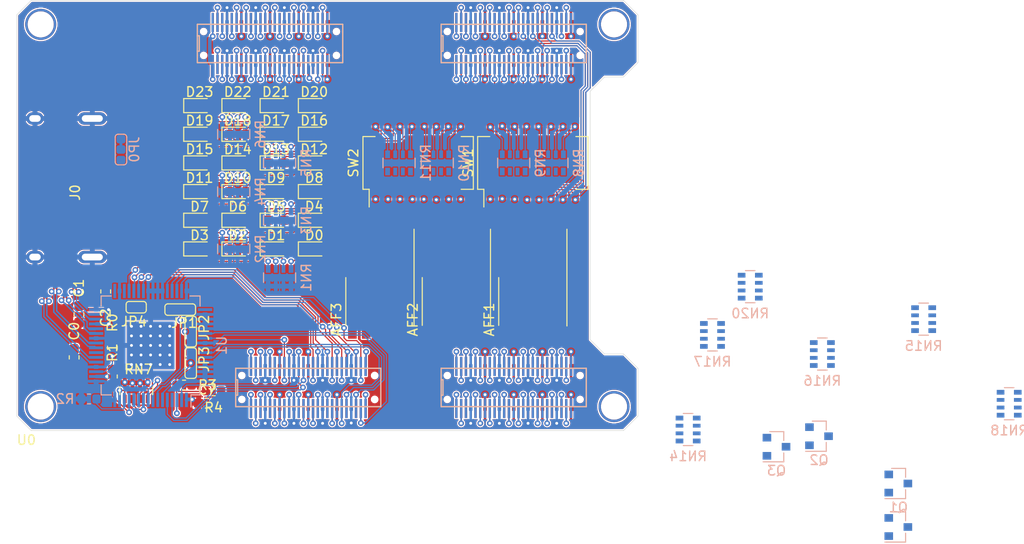
<source format=kicad_pcb>
(kicad_pcb (version 20171130) (host pcbnew "(5.1.5)-3")
  (layers (0 F.Cu signal) (31 B.Cu signal) (34 B.Paste user) (35 F.Paste user) (36 B.SilkS user hide) (37 F.SilkS user) (38 B.Mask user) (39 F.Mask user) (44 Edge.Cuts user))
  (net 0 "")
  (net 1 GNDREF)
  (net 2 /HDMI/CK-)
  (net 3 /HDMI/CK+)
  (net 4 /HDMI/D0-)
  (net 5 /HDMI/D0+)
  (net 6 /HDMI/D1-)
  (net 7 /HDMI/D1+)
  (net 8 /HDMI/D2-)
  (net 9 /HDMI/D2+)
  (net 10 +3V3)
  (net 11 +5V)
  (net 12 /HDMI/DK1)
  (net 13 /HDMI/DK2)
  (net 14 /HDMI/DK3)
  (net 15 /HDMI/ISEL)
  (net 16 "Net-(R3-Pad1)")
  (net 17 /B3)
  (net 18 /B2)
  (net 19 /B1)
  (net 20 /B0)
  (net 21 /CLK)
  (net 22 /DE)
  (net 23 /VS)
  (net 24 /HS)
  (net 25 /G3)
  (net 26 /G2)
  (net 27 /G1)
  (net 28 /G0)
  (net 29 /R3)
  (net 30 /R2)
  (net 31 /R1)
  (net 32 /R0)
  (net 33 /LED0)
  (net 34 "Net-(D0-Pad1)")
  (net 35 /LED1)
  (net 36 "Net-(D1-Pad1)")
  (net 37 /LED2)
  (net 38 "Net-(D2-Pad1)")
  (net 39 /LED3)
  (net 40 "Net-(D3-Pad1)")
  (net 41 /LED4)
  (net 42 "Net-(D4-Pad1)")
  (net 43 /LED5)
  (net 44 "Net-(D5-Pad1)")
  (net 45 /LED6)
  (net 46 "Net-(D6-Pad1)")
  (net 47 /LED7)
  (net 48 "Net-(D7-Pad1)")
  (net 49 /LED8)
  (net 50 "Net-(D8-Pad1)")
  (net 51 /LED9)
  (net 52 "Net-(D9-Pad1)")
  (net 53 /LED10)
  (net 54 "Net-(D10-Pad1)")
  (net 55 /LED11)
  (net 56 "Net-(D11-Pad1)")
  (net 57 /LED12)
  (net 58 "Net-(D12-Pad1)")
  (net 59 /LED13)
  (net 60 "Net-(D13-Pad1)")
  (net 61 /LED14)
  (net 62 "Net-(D14-Pad1)")
  (net 63 /LED15)
  (net 64 "Net-(D15-Pad1)")
  (net 65 /LED16)
  (net 66 "Net-(D16-Pad1)")
  (net 67 /LED17)
  (net 68 "Net-(D17-Pad1)")
  (net 69 /LED18)
  (net 70 "Net-(D18-Pad1)")
  (net 71 /LED19)
  (net 72 "Net-(D19-Pad1)")
  (net 73 /LED20)
  (net 74 "Net-(D20-Pad1)")
  (net 75 /LED21)
  (net 76 "Net-(D21-Pad1)")
  (net 77 /LED22)
  (net 78 "Net-(D22-Pad1)")
  (net 79 /LED23)
  (net 80 "Net-(D23-Pad1)")
  (net 81 "Net-(J0-Pad16)")
  (net 82 "Net-(J0-Pad18)")
  (net 83 "Net-(J0-Pad15)")
  (net 84 "Net-(J0-Pad13)")
  (net 85 "Net-(J0-Pad14)")
  (net 86 "Net-(J0-Pad19)")
  (net 87 "Net-(JP4-Pad2)")
  (net 88 "Net-(R0-Pad2)")
  (net 89 "Net-(R2-Pad1)")
  (net 90 "Net-(RN7-Pad6)")
  (net 91 "Net-(RN7-Pad8)")
  (net 92 "Net-(RN8-Pad5)")
  (net 93 "Net-(RN8-Pad6)")
  (net 94 "Net-(RN8-Pad8)")
  (net 95 "Net-(RN8-Pad7)")
  (net 96 "Net-(RN9-Pad5)")
  (net 97 "Net-(RN9-Pad6)")
  (net 98 "Net-(RN9-Pad8)")
  (net 99 "Net-(RN9-Pad7)")
  (net 100 "Net-(RN10-Pad5)")
  (net 101 "Net-(RN10-Pad6)")
  (net 102 "Net-(RN10-Pad8)")
  (net 103 "Net-(RN10-Pad7)")
  (net 104 "Net-(RN11-Pad5)")
  (net 105 "Net-(RN11-Pad6)")
  (net 106 "Net-(RN11-Pad8)")
  (net 107 "Net-(RN11-Pad7)")
  (net 108 /DIP0)
  (net 109 /DIP1)
  (net 110 /DIP2)
  (net 111 /DIP3)
  (net 112 /DIP4)
  (net 113 /DIP5)
  (net 114 /DIP6)
  (net 115 /DIP7)
  (net 116 /DIP8)
  (net 117 /DIP9)
  (net 118 /DIP10)
  (net 119 /DIP11)
  (net 120 /DIP12)
  (net 121 /DIP13)
  (net 122 /DIP14)
  (net 123 /DIP15)
  (net 124 /DIP16)
  (net 125 /DIP17)
  (net 126 /DIP18)
  (net 127 /DIP19)
  (net 128 /DIP20)
  (net 129 /DIP21)
  (net 130 /DIP22)
  (net 131 /DIP23)
  (net 132 "Net-(U0-PadDB_1)")
  (net 133 "Net-(U0-PadDB_3)")
  (net 134 "Net-(U0-PadDB_14)")
  (net 135 "Net-(U0-PadDB_5)")
  (net 136 "Net-(U0-PadDB_2)")
  (net 137 "Net-(U0-PadDB_8)")
  (net 138 "Net-(U0-PadDB_9)")
  (net 139 "Net-(U0-PadDB_11)")
  (net 140 "Net-(U0-PadDB_6)")
  (net 141 "Net-(U0-PadDB_46)")
  (net 142 "Net-(U0-PadDB_43)")
  (net 143 "Net-(U0-PadDB_48)")
  (net 144 "Net-(U0-PadDB_12)")
  (net 145 "Net-(U0-PadDB_45)")
  (net 146 "Net-(U0-PadDB_49)")
  (net 147 "Net-(U0-PadDB_50)")
  (net 148 "Net-(U0-PadDB_40)")
  (net 149 "Net-(U0-PadDB_42)")
  (net 150 /C3)
  (net 151 /AN3)
  (net 152 /DP)
  (net 153 /C2)
  (net 154 /AN1)
  (net 155 "Net-(U0-PadDB_30)")
  (net 156 /C5)
  (net 157 /C4)
  (net 158 "Net-(U0-PadDB_37)")
  (net 159 "Net-(U0-PadDB_33)")
  (net 160 "Net-(U0-PadDB_36)")
  (net 161 /C1)
  (net 162 /AN0)
  (net 163 /C6)
  (net 164 "Net-(U0-PadDB_34)")
  (net 165 "Net-(U0-PadDB_31)")
  (net 166 /C0)
  (net 167 /AN2)
  (net 168 /BTN3)
  (net 169 /BTN2)
  (net 170 "Net-(U0-PadBB_50)")
  (net 171 /BTN0)
  (net 172 /BTN1)
  (net 173 "Net-(U0-PadBB_1)")
  (net 174 "Net-(U0-PadDB_28)")
  (net 175 "Net-(U0-PadDB_39)")
  (net 176 "Net-(U0-PadDB_27)")
  (net 177 "Net-(U0-PadCB_25)")
  (net 178 "Net-(U0-PadCB_15)")
  (net 179 "Net-(U0-PadCB_14)")
  (net 180 "Net-(U0-PadDB_23)")
  (net 181 "Net-(U0-PadDB_17)")
  (net 182 "Net-(U0-PadDB_18)")
  (net 183 "Net-(U0-PadDB_15)")
  (net 184 "Net-(U0-PadCB_17)")
  (net 185 "Net-(U0-PadDB_21)")
  (net 186 "Net-(U0-PadDB_20)")
  (net 187 "Net-(U0-PadDB_24)")
  (net 188 "Net-(U0-PadCB_5)")
  (net 189 "Net-(U0-PadCB_6)")
  (net 190 /BTN4)
  (net 191 "Net-(U0-PadCB_26)")
  (net 192 "Net-(U0-PadCB_2)")
  (net 193 /BTN6)
  (net 194 "Net-(U0-PadCB_18)")
  (net 195 "Net-(U0-PadCB_8)")
  (net 196 "Net-(U0-PadCB_1)")
  (net 197 "Net-(U0-PadCB_3)")
  (net 198 "Net-(U0-PadCB_9)")
  (net 199 "Net-(U0-PadCB_45)")
  (net 200 /BTN5)
  (net 201 "Net-(U0-PadCB_50)")
  (net 202 "Net-(U0-PadCB_32)")
  (net 203 "Net-(U0-PadCB_12)")
  (net 204 "Net-(U0-PadCB_11)")
  (net 205 "Net-(U1-Pad49)")
  (net 206 "Net-(U1-Pad11)")
  (net 207 "Net-(RN7-Pad5)")
  (net 208 "Net-(AFF1-Pad1)")
  (net 209 "Net-(AFF1-Pad2)")
  (net 210 "Net-(AFF1-Pad3)")
  (net 211 "Net-(AFF1-Pad4)")
  (net 212 "Net-(AFF1-Pad5)")
  (net 213 "Net-(AFF1-Pad6)")
  (net 214 "Net-(AFF1-Pad7)")
  (net 215 "Net-(AFF1-Pad9)")
  (net 216 "Net-(AFF1-Pad10)")
  (net 217 "Net-(AFF2-Pad1)")
  (net 218 "Net-(AFF2-Pad2)")
  (net 219 "Net-(AFF2-Pad3)")
  (net 220 "Net-(AFF2-Pad4)")
  (net 221 "Net-(AFF2-Pad5)")
  (net 222 "Net-(AFF2-Pad6)")
  (net 223 "Net-(AFF2-Pad7)")
  (net 224 "Net-(AFF2-Pad9)")
  (net 225 "Net-(AFF2-Pad10)")
  (net 226 "Net-(AFF3-Pad1)")
  (net 227 "Net-(AFF3-Pad2)")
  (net 228 "Net-(AFF3-Pad3)")
  (net 229 "Net-(AFF3-Pad4)")
  (net 230 "Net-(AFF3-Pad5)")
  (net 231 "Net-(AFF3-Pad6)")
  (net 232 "Net-(AFF3-Pad7)")
  (net 233 "Net-(AFF3-Pad9)")
  (net 234 "Net-(AFF3-Pad10)")
  (net 235 "Net-(AFF4-Pad3)")
  (net 236 /LEDs/DP)
  (module Resistor_SMD:R_Array_Convex_4x0603 (layer B.Cu) (at 88.75 41.95)
    (fp_text reference RN20 (at 0 2.8) (layer B.SilkS) (effects (justify mirror)))
    (fp_text value R_Pack04)
    (pad 5 smd rect (at 0.9 -1.2) (size 0.8 0.5) (layers B.Cu B.Paste B.Mask) (net 230 "Net-(AFF3-Pad5)"))
    (pad 6 smd rect (at 0.9 -0.4) (size 0.8 0.4) (layers B.Cu B.Paste B.Mask) (net 234 "Net-(AFF3-Pad10)"))
    (pad 8 smd rect (at 0.9 1.2) (size 0.8 0.5) (layers B.Cu B.Paste B.Mask) (net 226 "Net-(AFF3-Pad1)"))
    (pad 7 smd rect (at 0.9 0.4) (size 0.8 0.4) (layers B.Cu B.Paste B.Mask) (net 233 "Net-(AFF3-Pad9)"))
    (pad 4 smd rect (at -0.9 -1.2) (size 0.8 0.5) (layers B.Cu B.Paste B.Mask) (net 236 /LEDs/DP))
    (pad 2 smd rect (at -0.9 0.4) (size 0.8 0.4) (layers B.Cu B.Paste B.Mask) (net 156 /C5))
    (pad 3 smd rect (at -0.9 -0.4) (size 0.8 0.4) (layers B.Cu B.Paste B.Mask) (net 163 /C6))
    (pad 1 smd rect (at -0.9 1.2) (size 0.8 0.5) (layers B.Cu B.Paste B.Mask) (net 157 /C4))
  )
  (module Resistor_SMD:R_Array_Convex_4x0603 (layer B.Cu) (at 115.85 54.2)
    (fp_text reference RN18 (at 0 2.8) (layer B.SilkS) (effects (justify mirror)))
    (fp_text value R_Pack04)
    (pad 5 smd rect (at 0.9 -1.2) (size 0.8 0.5) (layers B.Cu B.Paste B.Mask) (net 227 "Net-(AFF3-Pad2)"))
    (pad 6 smd rect (at 0.9 -0.4) (size 0.8 0.4) (layers B.Cu B.Paste B.Mask) (net 229 "Net-(AFF3-Pad4)"))
    (pad 8 smd rect (at 0.9 1.2) (size 0.8 0.5) (layers B.Cu B.Paste B.Mask) (net 232 "Net-(AFF3-Pad7)"))
    (pad 7 smd rect (at 0.9 0.4) (size 0.8 0.4) (layers B.Cu B.Paste B.Mask) (net 231 "Net-(AFF3-Pad6)"))
    (pad 4 smd rect (at -0.9 -1.2) (size 0.8 0.5) (layers B.Cu B.Paste B.Mask) (net 150 /C3))
    (pad 2 smd rect (at -0.9 0.4) (size 0.8 0.4) (layers B.Cu B.Paste B.Mask) (net 161 /C1))
    (pad 3 smd rect (at -0.9 -0.4) (size 0.8 0.4) (layers B.Cu B.Paste B.Mask) (net 153 /C2))
    (pad 1 smd rect (at -0.9 1.2) (size 0.8 0.5) (layers B.Cu B.Paste B.Mask) (net 166 /C0))
  )
  (module Resistor_SMD:R_Array_Convex_4x0603 (layer B.Cu) (at 84.8 47)
    (fp_text reference RN17 (at 0 2.8) (layer B.SilkS) (effects (justify mirror)))
    (fp_text value R_Pack04)
    (pad 5 smd rect (at 0.9 -1.2) (size 0.8 0.5) (layers B.Cu B.Paste B.Mask) (net 221 "Net-(AFF2-Pad5)"))
    (pad 6 smd rect (at 0.9 -0.4) (size 0.8 0.4) (layers B.Cu B.Paste B.Mask) (net 225 "Net-(AFF2-Pad10)"))
    (pad 8 smd rect (at 0.9 1.2) (size 0.8 0.5) (layers B.Cu B.Paste B.Mask) (net 217 "Net-(AFF2-Pad1)"))
    (pad 7 smd rect (at 0.9 0.4) (size 0.8 0.4) (layers B.Cu B.Paste B.Mask) (net 224 "Net-(AFF2-Pad9)"))
    (pad 4 smd rect (at -0.9 -1.2) (size 0.8 0.5) (layers B.Cu B.Paste B.Mask) (net 236 /LEDs/DP))
    (pad 2 smd rect (at -0.9 0.4) (size 0.8 0.4) (layers B.Cu B.Paste B.Mask) (net 156 /C5))
    (pad 3 smd rect (at -0.9 -0.4) (size 0.8 0.4) (layers B.Cu B.Paste B.Mask) (net 163 /C6))
    (pad 1 smd rect (at -0.9 1.2) (size 0.8 0.5) (layers B.Cu B.Paste B.Mask) (net 157 /C4))
  )
  (module Resistor_SMD:R_Array_Convex_4x0603 (layer B.Cu) (at 96.3 49)
    (fp_text reference RN16 (at 0 2.8) (layer B.SilkS) (effects (justify mirror)))
    (fp_text value R_Pack04)
    (pad 5 smd rect (at 0.9 -1.2) (size 0.8 0.5) (layers B.Cu B.Paste B.Mask) (net 212 "Net-(AFF1-Pad5)"))
    (pad 6 smd rect (at 0.9 -0.4) (size 0.8 0.4) (layers B.Cu B.Paste B.Mask) (net 216 "Net-(AFF1-Pad10)"))
    (pad 8 smd rect (at 0.9 1.2) (size 0.8 0.5) (layers B.Cu B.Paste B.Mask) (net 208 "Net-(AFF1-Pad1)"))
    (pad 7 smd rect (at 0.9 0.4) (size 0.8 0.4) (layers B.Cu B.Paste B.Mask) (net 215 "Net-(AFF1-Pad9)"))
    (pad 4 smd rect (at -0.9 -1.2) (size 0.8 0.5) (layers B.Cu B.Paste B.Mask) (net 236 /LEDs/DP))
    (pad 2 smd rect (at -0.9 0.4) (size 0.8 0.4) (layers B.Cu B.Paste B.Mask) (net 156 /C5))
    (pad 3 smd rect (at -0.9 -0.4) (size 0.8 0.4) (layers B.Cu B.Paste B.Mask) (net 163 /C6))
    (pad 1 smd rect (at -0.9 1.2) (size 0.8 0.5) (layers B.Cu B.Paste B.Mask) (net 157 /C4))
  )
  (module Resistor_SMD:R_Array_Convex_4x0603 (layer B.Cu) (at 106.9 45.35)
    (fp_text reference RN15 (at 0 2.8) (layer B.SilkS) (effects (justify mirror)))
    (fp_text value R_Pack04)
    (pad 5 smd rect (at 0.9 -1.2) (size 0.8 0.5) (layers B.Cu B.Paste B.Mask) (net 218 "Net-(AFF2-Pad2)"))
    (pad 6 smd rect (at 0.9 -0.4) (size 0.8 0.4) (layers B.Cu B.Paste B.Mask) (net 220 "Net-(AFF2-Pad4)"))
    (pad 8 smd rect (at 0.9 1.2) (size 0.8 0.5) (layers B.Cu B.Paste B.Mask) (net 223 "Net-(AFF2-Pad7)"))
    (pad 7 smd rect (at 0.9 0.4) (size 0.8 0.4) (layers B.Cu B.Paste B.Mask) (net 222 "Net-(AFF2-Pad6)"))
    (pad 4 smd rect (at -0.9 -1.2) (size 0.8 0.5) (layers B.Cu B.Paste B.Mask) (net 150 /C3))
    (pad 2 smd rect (at -0.9 0.4) (size 0.8 0.4) (layers B.Cu B.Paste B.Mask) (net 161 /C1))
    (pad 3 smd rect (at -0.9 -0.4) (size 0.8 0.4) (layers B.Cu B.Paste B.Mask) (net 153 /C2))
    (pad 1 smd rect (at -0.9 1.2) (size 0.8 0.5) (layers B.Cu B.Paste B.Mask) (net 166 /C0))
  )
  (module Resistor_SMD:R_Array_Convex_4x0603 (layer B.Cu) (at 82.25 56.9)
    (fp_text reference RN14 (at 0 2.8) (layer B.SilkS) (effects (justify mirror)))
    (fp_text value R_Pack04)
    (pad 5 smd rect (at 0.9 -1.2) (size 0.8 0.5) (layers B.Cu B.Paste B.Mask) (net 209 "Net-(AFF1-Pad2)"))
    (pad 6 smd rect (at 0.9 -0.4) (size 0.8 0.4) (layers B.Cu B.Paste B.Mask) (net 211 "Net-(AFF1-Pad4)"))
    (pad 8 smd rect (at 0.9 1.2) (size 0.8 0.5) (layers B.Cu B.Paste B.Mask) (net 214 "Net-(AFF1-Pad7)"))
    (pad 7 smd rect (at 0.9 0.4) (size 0.8 0.4) (layers B.Cu B.Paste B.Mask) (net 213 "Net-(AFF1-Pad6)"))
    (pad 4 smd rect (at -0.9 -1.2) (size 0.8 0.5) (layers B.Cu B.Paste B.Mask) (net 150 /C3))
    (pad 2 smd rect (at -0.9 0.4) (size 0.8 0.4) (layers B.Cu B.Paste B.Mask) (net 161 /C1))
    (pad 3 smd rect (at -0.9 -0.4) (size 0.8 0.4) (layers B.Cu B.Paste B.Mask) (net 153 /C2))
    (pad 1 smd rect (at -0.9 1.2) (size 0.8 0.5) (layers B.Cu B.Paste B.Mask) (net 166 /C0))
  )
  (module Package_TO_SOT_SMD:SOT-23 (layer B.Cu) (at 104.25 67.1)
    (fp_text reference Q4 (at 0 2.5) (layer B.SilkS) (effects (justify mirror)))
    (fp_text value Q_PMOS_SGD)
    (pad 3 smd rect (at 1 0) (size 0.9 0.8) (layers B.Cu B.Paste B.Mask) (net 10 +3V3))
    (pad 2 smd rect (at -1 -0.95) (size 0.9 0.8) (layers B.Cu B.Paste B.Mask) (net 235 "Net-(AFF4-Pad3)"))
    (pad 1 smd rect (at -1 0.95) (size 0.9 0.8) (layers B.Cu B.Paste B.Mask) (net 151 /AN3))
  )
  (module Package_TO_SOT_SMD:SOT-23 (layer B.Cu) (at 91.5 58.7)
    (fp_text reference Q3 (at 0 2.5) (layer B.SilkS) (effects (justify mirror)))
    (fp_text value Q_PMOS_SGD)
    (pad 3 smd rect (at 1 0) (size 0.9 0.8) (layers B.Cu B.Paste B.Mask) (net 10 +3V3))
    (pad 2 smd rect (at -1 -0.95) (size 0.9 0.8) (layers B.Cu B.Paste B.Mask) (net 228 "Net-(AFF3-Pad3)"))
    (pad 1 smd rect (at -1 0.95) (size 0.9 0.8) (layers B.Cu B.Paste B.Mask) (net 167 /AN2))
  )
  (module Package_TO_SOT_SMD:SOT-23 (layer B.Cu) (at 95.95 57.6)
    (fp_text reference Q2 (at 0 2.5) (layer B.SilkS) (effects (justify mirror)))
    (fp_text value Q_PMOS_SGD)
    (pad 3 smd rect (at 1 0) (size 0.9 0.8) (layers B.Cu B.Paste B.Mask) (net 10 +3V3))
    (pad 2 smd rect (at -1 -0.95) (size 0.9 0.8) (layers B.Cu B.Paste B.Mask) (net 219 "Net-(AFF2-Pad3)"))
    (pad 1 smd rect (at -1 0.95) (size 0.9 0.8) (layers B.Cu B.Paste B.Mask) (net 154 /AN1))
  )
  (module Package_TO_SOT_SMD:SOT-23 (layer B.Cu) (at 104.25 62.55)
    (fp_text reference Q1 (at 0 2.5) (layer B.SilkS) (effects (justify mirror)))
    (fp_text value Q_PMOS_SGD)
    (pad 3 smd rect (at 1 0) (size 0.9 0.8) (layers B.Cu B.Paste B.Mask) (net 10 +3V3))
    (pad 2 smd rect (at -1 -0.95) (size 0.9 0.8) (layers B.Cu B.Paste B.Mask) (net 210 "Net-(AFF1-Pad3)"))
    (pad 1 smd rect (at -1 0.95) (size 0.9 0.8) (layers B.Cu B.Paste B.Mask) (net 162 /AN0))
  )
  (module Custom_Parts:Jumper_2_Pin_Unbridged (layer F.Cu) (at 24.5 44.07 180)
    (fp_text reference JP4 (at 0.25 -1.53) (layer F.SilkS))
    (fp_text value DKEN)
    (pad 2 smd roundrect (at 0.55 -0.03 180) (size 0.875 0.95) (layers F.Cu F.Paste F.Mask) (net 87 "Net-(JP4-Pad2)"))
    (pad 1 smd roundrect (at -0.5375 -0.03 180) (size 0.875 0.95) (layers F.Cu F.Paste F.Mask) (net 1 GNDREF))
  )
  (module Custom_Parts:jumper_unbridged (layer F.Cu) (at 30.2 49.95 90)
    (fp_text reference JP3 (at 0.4 1.4 270) (layer F.SilkS))
    (fp_text value DK3 hide)
    (pad 2 smd roundrect (at 0 0 90) (size 0.875 0.95) (layers F.Cu F.Paste F.Mask) (net 14 /HDMI/DK3))
    (pad 3 smd roundrect (at 1.1 0 270) (size 0.875 0.95) (layers F.Cu F.Paste F.Mask) (net 1 GNDREF))
    (pad 1 smd roundrect (at -1.0875 0 90) (size 0.875 0.95) (layers F.Cu F.Paste F.Mask) (net 10 +3V3))
  )
  (module Custom_Parts:jumper_unbridged (layer F.Cu) (at 30.2 46.65 90)
    (fp_text reference JP2 (at 0.4 1.4 270) (layer F.SilkS))
    (fp_text value DK2 hide)
    (pad 2 smd roundrect (at 0 0 90) (size 0.875 0.95) (layers F.Cu F.Paste F.Mask) (net 13 /HDMI/DK2))
    (pad 3 smd roundrect (at 1.1 0 270) (size 0.875 0.95) (layers F.Cu F.Paste F.Mask) (net 1 GNDREF))
    (pad 1 smd roundrect (at -1.0875 0 90) (size 0.875 0.95) (layers F.Cu F.Paste F.Mask) (net 10 +3V3))
  )
  (module Custom_Parts:jumper_unbridged (layer F.Cu) (at 29.1 44.35)
    (fp_text reference JP1 (at 0.4 1.4) (layer F.SilkS))
    (fp_text value DK1 hide)
    (pad 2 smd roundrect (at 0 0) (size 0.875 0.95) (layers F.Cu F.Paste F.Mask) (net 12 /HDMI/DK1))
    (pad 3 smd roundrect (at 1.1 0 180) (size 0.875 0.95) (layers F.Cu F.Paste F.Mask) (net 1 GNDREF))
    (pad 1 smd roundrect (at -1.0875 0) (size 0.875 0.95) (layers F.Cu F.Paste F.Mask) (net 10 +3V3))
  )
  (module Custom_Parts:jumper_1_2_bridged (layer B.Cu) (at 22.9 27.6 270)
    (fp_text reference JP0 (at 0 -1.4 90) (layer B.SilkS) (effects (justify mirror)))
    (fp_text value V_Sel hide)
    (pad 1 smd roundrect (at -0.56 0) (size 0.3 0.95) (layers B.Cu B.Paste B.Mask) (net 10 +3V3))
    (pad 3 smd roundrect (at 1.1 0 90) (size 0.875 0.95) (layers B.Cu B.Paste B.Mask) (net 11 +5V))
    (pad 1 smd roundrect (at -1.0875 0 270) (size 0.875 0.95) (layers B.Cu B.Paste B.Mask) (net 10 +3V3))
    (pad 2 smd roundrect (at 0 0 270) (size 0.875 0.95) (layers B.Cu B.Paste B.Mask) (net 82 "Net-(J0-Pad18)"))
  )
  (module Custom_Parts:HDMI (layer F.Cu) (at 20.5 36.1 270)
    (fp_text reference J0 (at -4 2.4 90) (layer F.SilkS))
    (fp_text value HDMI_A_1.4)
    (pad 4 smd rect (at -1.5 0 270) (size 0.3 3) (layers F.Cu F.Paste F.Mask) (net 7 /HDMI/D1+))
    (pad 2 smd rect (at -0.5 0 270) (size 0.3 3) (layers F.Cu F.Paste F.Mask) (net 1 GNDREF))
    (pad 1 smd rect (at 0 0 270) (size 0.3 3) (layers F.Cu F.Paste F.Mask) (net 9 /HDMI/D2+))
    (pad 3 smd rect (at -1 0 270) (size 0.3 3) (layers F.Cu F.Paste F.Mask) (net 8 /HDMI/D2-))
    (pad 6 smd rect (at -2.5 0 270) (size 0.3 3) (layers F.Cu F.Paste F.Mask) (net 6 /HDMI/D1-))
    (pad 5 smd rect (at -2 0 270) (size 0.3 3) (layers F.Cu F.Paste F.Mask) (net 1 GNDREF))
    (pad 19 smd rect (at -9 0 270) (size 0.3 3) (layers F.Cu F.Paste F.Mask) (net 86 "Net-(J0-Pad19)"))
    (pad SH thru_hole oval (at 2.75 0.6 270) (size 1.3 3) (drill oval 0.7 2.2) (layers *.Cu *.Mask) (net 1 GNDREF))
    (pad 7 smd rect (at -3 0 270) (size 0.3 3) (layers F.Cu F.Paste F.Mask) (net 5 /HDMI/D0+))
    (pad 8 smd rect (at -3.5 0 270) (size 0.3 3) (layers F.Cu F.Paste F.Mask) (net 1 GNDREF))
    (pad 14 smd rect (at -6.5 0 270) (size 0.3 3) (layers F.Cu F.Paste F.Mask) (net 85 "Net-(J0-Pad14)"))
    (pad 9 smd rect (at -4 0 270) (size 0.3 3) (layers F.Cu F.Paste F.Mask) (net 4 /HDMI/D0-))
    (pad 10 smd rect (at -4.5 0 270) (size 0.3 3) (layers F.Cu F.Paste F.Mask) (net 3 /HDMI/CK+))
    (pad 11 smd rect (at -5 0 270) (size 0.3 3) (layers F.Cu F.Paste F.Mask) (net 1 GNDREF))
    (pad 13 smd rect (at -6 0 270) (size 0.3 3) (layers F.Cu F.Paste F.Mask) (net 84 "Net-(J0-Pad13)"))
    (pad 15 smd rect (at -7 0 270) (size 0.3 3) (layers F.Cu F.Paste F.Mask) (net 83 "Net-(J0-Pad15)"))
    (pad 17 smd rect (at -8 0 270) (size 0.3 3) (layers F.Cu F.Paste F.Mask) (net 1 GNDREF))
    (pad SH thru_hole oval (at -11.75 0.6 270) (size 1.3 3) (drill oval 0.7 2.2) (layers *.Cu *.Mask) (net 1 GNDREF))
    (pad SH thru_hole oval (at -11.75 6.6 270) (size 1.3 1.8) (drill oval 0.7 1.2) (layers *.Cu *.Mask) (net 1 GNDREF))
    (pad 18 smd rect (at -8.5 0 270) (size 0.3 3) (layers F.Cu F.Paste F.Mask) (net 82 "Net-(J0-Pad18)"))
    (pad SH thru_hole oval (at 2.75 6.6 270) (size 1.3 1.8) (drill oval 0.7 1.2) (layers *.Cu *.Mask) (net 1 GNDREF))
    (pad 16 smd rect (at -7.5 0 270) (size 0.3 3) (layers F.Cu F.Paste F.Mask) (net 81 "Net-(J0-Pad16)"))
    (pad 12 smd rect (at -5.5 0 270) (size 0.3 3) (layers F.Cu F.Paste F.Mask) (net 2 /HDMI/CK-))
  )
  (module Button_Switch_SMD:SW_DIP_SPSTx08_Slide_Copal_CHS-08B_W7.62mm_P1.27mm (layer F.Cu) (at 54 29 90)
    (fp_text reference SW2 (at 0 -6.775 90) (layer F.SilkS))
    (fp_text value SW_DIP_x08)
    (pad 1 smd rect (at -3.81 -4.445 90) (size 1.6 0.76) (layers F.Cu F.Paste F.Mask) (net 123 /DIP15))
    (pad 9 smd rect (at 3.81 4.445 90) (size 1.6 0.76) (layers F.Cu F.Paste F.Mask) (net 102 "Net-(RN10-Pad8)"))
    (pad 2 smd rect (at -3.81 -3.175 90) (size 1.6 0.76) (layers F.Cu F.Paste F.Mask) (net 122 /DIP14))
    (pad 10 smd rect (at 3.81 3.175 90) (size 1.6 0.76) (layers F.Cu F.Paste F.Mask) (net 103 "Net-(RN10-Pad7)"))
    (pad 3 smd rect (at -3.81 -1.905 90) (size 1.6 0.76) (layers F.Cu F.Paste F.Mask) (net 121 /DIP13))
    (pad 11 smd rect (at 3.81 1.905 90) (size 1.6 0.76) (layers F.Cu F.Paste F.Mask) (net 101 "Net-(RN10-Pad6)"))
    (pad 4 smd rect (at -3.81 -0.635 90) (size 1.6 0.76) (layers F.Cu F.Paste F.Mask) (net 120 /DIP12))
    (pad 12 smd rect (at 3.81 0.635 90) (size 1.6 0.76) (layers F.Cu F.Paste F.Mask) (net 100 "Net-(RN10-Pad5)"))
    (pad 5 smd rect (at -3.81 0.635 90) (size 1.6 0.76) (layers F.Cu F.Paste F.Mask) (net 119 /DIP11))
    (pad 13 smd rect (at 3.81 -0.635 90) (size 1.6 0.76) (layers F.Cu F.Paste F.Mask) (net 106 "Net-(RN11-Pad8)"))
    (pad 6 smd rect (at -3.81 1.905 90) (size 1.6 0.76) (layers F.Cu F.Paste F.Mask) (net 118 /DIP10))
    (pad 14 smd rect (at 3.81 -1.905 90) (size 1.6 0.76) (layers F.Cu F.Paste F.Mask) (net 107 "Net-(RN11-Pad7)"))
    (pad 7 smd rect (at -3.81 3.175 90) (size 1.6 0.76) (layers F.Cu F.Paste F.Mask) (net 117 /DIP9))
    (pad 15 smd rect (at 3.81 -3.175 90) (size 1.6 0.76) (layers F.Cu F.Paste F.Mask) (net 105 "Net-(RN11-Pad6)"))
    (pad 8 smd rect (at -3.81 4.445 90) (size 1.6 0.76) (layers F.Cu F.Paste F.Mask) (net 116 /DIP8))
    (pad 16 smd rect (at 3.81 -4.445 90) (size 1.6 0.76) (layers F.Cu F.Paste F.Mask) (net 104 "Net-(RN11-Pad5)"))
  )
  (module Display_7Segment:KCSC02-136 (layer F.Cu) (at 50 41 90)
    (fp_text reference AFF3 (at -4.39 -4.56 90) (layer F.SilkS))
    (fp_text value LTS-6960HR)
    (pad 10 smd rect (at 5 -2.88 90) (size 2.8 0.9) (layers F.Cu F.Paste F.Mask) (net 234 "Net-(AFF3-Pad10)"))
    (pad 9 smd rect (at 5 -1.44 90) (size 2.8 0.9) (layers F.Cu F.Paste F.Mask) (net 233 "Net-(AFF3-Pad9)"))
    (pad 8 smd rect (at 5 0 90) (size 2.8 0.9) (layers F.Cu F.Paste F.Mask) (net 228 "Net-(AFF3-Pad3)"))
    (pad 7 smd rect (at 5 1.44 90) (size 2.8 0.9) (layers F.Cu F.Paste F.Mask) (net 232 "Net-(AFF3-Pad7)"))
    (pad 6 smd rect (at 5 2.88 90) (size 2.8 0.9) (layers F.Cu F.Paste F.Mask) (net 231 "Net-(AFF3-Pad6)"))
    (pad 5 smd rect (at -5 2.88 90) (size 2.8 0.9) (layers F.Cu F.Paste F.Mask) (net 230 "Net-(AFF3-Pad5)"))
    (pad 4 smd rect (at -5 1.44 90) (size 2.8 0.9) (layers F.Cu F.Paste F.Mask) (net 229 "Net-(AFF3-Pad4)"))
    (pad 3 smd rect (at -5 0 90) (size 2.8 0.9) (layers F.Cu F.Paste F.Mask) (net 228 "Net-(AFF3-Pad3)"))
    (pad 2 smd rect (at -5 -1.44 90) (size 2.8 0.9) (layers F.Cu F.Paste F.Mask) (net 227 "Net-(AFF3-Pad2)"))
    (pad 1 smd rect (at -5 -2.88 90) (size 2.8 0.9) (layers F.Cu F.Paste F.Mask) (net 226 "Net-(AFF3-Pad1)"))
  )
  (module Display_7Segment:KCSC02-136 (layer F.Cu) (at 58 41 90)
    (fp_text reference AFF2 (at -4.39 -4.56 90) (layer F.SilkS))
    (fp_text value LTS-6960HR)
    (pad 10 smd rect (at 5 -2.88 90) (size 2.8 0.9) (layers F.Cu F.Paste F.Mask) (net 225 "Net-(AFF2-Pad10)"))
    (pad 9 smd rect (at 5 -1.44 90) (size 2.8 0.9) (layers F.Cu F.Paste F.Mask) (net 224 "Net-(AFF2-Pad9)"))
    (pad 8 smd rect (at 5 0 90) (size 2.8 0.9) (layers F.Cu F.Paste F.Mask) (net 219 "Net-(AFF2-Pad3)"))
    (pad 7 smd rect (at 5 1.44 90) (size 2.8 0.9) (layers F.Cu F.Paste F.Mask) (net 223 "Net-(AFF2-Pad7)"))
    (pad 6 smd rect (at 5 2.88 90) (size 2.8 0.9) (layers F.Cu F.Paste F.Mask) (net 222 "Net-(AFF2-Pad6)"))
    (pad 5 smd rect (at -5 2.88 90) (size 2.8 0.9) (layers F.Cu F.Paste F.Mask) (net 221 "Net-(AFF2-Pad5)"))
    (pad 4 smd rect (at -5 1.44 90) (size 2.8 0.9) (layers F.Cu F.Paste F.Mask) (net 220 "Net-(AFF2-Pad4)"))
    (pad 3 smd rect (at -5 0 90) (size 2.8 0.9) (layers F.Cu F.Paste F.Mask) (net 219 "Net-(AFF2-Pad3)"))
    (pad 2 smd rect (at -5 -1.44 90) (size 2.8 0.9) (layers F.Cu F.Paste F.Mask) (net 218 "Net-(AFF2-Pad2)"))
    (pad 1 smd rect (at -5 -2.88 90) (size 2.8 0.9) (layers F.Cu F.Paste F.Mask) (net 217 "Net-(AFF2-Pad1)"))
  )
  (module Display_7Segment:KCSC02-136 (layer F.Cu) (at 66 41 90)
    (fp_text reference AFF1 (at -4.39 -4.56 90) (layer F.SilkS))
    (fp_text value LTS-6960HR)
    (pad 10 smd rect (at 5 -2.88 90) (size 2.8 0.9) (layers F.Cu F.Paste F.Mask) (net 216 "Net-(AFF1-Pad10)"))
    (pad 9 smd rect (at 5 -1.44 90) (size 2.8 0.9) (layers F.Cu F.Paste F.Mask) (net 215 "Net-(AFF1-Pad9)"))
    (pad 8 smd rect (at 5 0 90) (size 2.8 0.9) (layers F.Cu F.Paste F.Mask) (net 210 "Net-(AFF1-Pad3)"))
    (pad 7 smd rect (at 5 1.44 90) (size 2.8 0.9) (layers F.Cu F.Paste F.Mask) (net 214 "Net-(AFF1-Pad7)"))
    (pad 6 smd rect (at 5 2.88 90) (size 2.8 0.9) (layers F.Cu F.Paste F.Mask) (net 213 "Net-(AFF1-Pad6)"))
    (pad 5 smd rect (at -5 2.88 90) (size 2.8 0.9) (layers F.Cu F.Paste F.Mask) (net 212 "Net-(AFF1-Pad5)"))
    (pad 4 smd rect (at -5 1.44 90) (size 2.8 0.9) (layers F.Cu F.Paste F.Mask) (net 211 "Net-(AFF1-Pad4)"))
    (pad 3 smd rect (at -5 0 90) (size 2.8 0.9) (layers F.Cu F.Paste F.Mask) (net 210 "Net-(AFF1-Pad3)"))
    (pad 2 smd rect (at -5 -1.44 90) (size 2.8 0.9) (layers F.Cu F.Paste F.Mask) (net 209 "Net-(AFF1-Pad2)"))
    (pad 1 smd rect (at -5 -2.88 90) (size 2.8 0.9) (layers F.Cu F.Paste F.Mask) (net 208 "Net-(AFF1-Pad1)"))
  )
  (module LED_SMD:LED_0603_1608Metric_Pad1.05x0.95mm_HandSolder (layer F.Cu) (at 31.125 23)
    (fp_text reference D23 (at 0 -1.43) (layer F.SilkS))
    (fp_text value LED)
    (pad 1 smd roundrect (at -0.875 0) (size 1.05 0.95) (layers F.Cu F.Paste F.Mask) (net 80 "Net-(D23-Pad1)"))
    (pad 2 smd roundrect (at 0.875 0) (size 1.05 0.95) (layers F.Cu F.Paste F.Mask) (net 79 /LED23))
  )
  (module LED_SMD:LED_0603_1608Metric_Pad1.05x0.95mm_HandSolder (layer F.Cu) (at 35.125 23)
    (fp_text reference D22 (at 0 -1.43) (layer F.SilkS))
    (fp_text value LED)
    (pad 1 smd roundrect (at -0.875 0) (size 1.05 0.95) (layers F.Cu F.Paste F.Mask) (net 78 "Net-(D22-Pad1)"))
    (pad 2 smd roundrect (at 0.875 0) (size 1.05 0.95) (layers F.Cu F.Paste F.Mask) (net 77 /LED22))
  )
  (module LED_SMD:LED_0603_1608Metric_Pad1.05x0.95mm_HandSolder (layer F.Cu) (at 39.125 23)
    (fp_text reference D21 (at 0 -1.43) (layer F.SilkS))
    (fp_text value LED)
    (pad 1 smd roundrect (at -0.875 0) (size 1.05 0.95) (layers F.Cu F.Paste F.Mask) (net 76 "Net-(D21-Pad1)"))
    (pad 2 smd roundrect (at 0.875 0) (size 1.05 0.95) (layers F.Cu F.Paste F.Mask) (net 75 /LED21))
  )
  (module LED_SMD:LED_0603_1608Metric_Pad1.05x0.95mm_HandSolder (layer F.Cu) (at 43.125 23)
    (fp_text reference D20 (at 0 -1.43) (layer F.SilkS))
    (fp_text value LED)
    (pad 1 smd roundrect (at -0.875 0) (size 1.05 0.95) (layers F.Cu F.Paste F.Mask) (net 74 "Net-(D20-Pad1)"))
    (pad 2 smd roundrect (at 0.875 0) (size 1.05 0.95) (layers F.Cu F.Paste F.Mask) (net 73 /LED20))
  )
  (module LED_SMD:LED_0603_1608Metric_Pad1.05x0.95mm_HandSolder (layer F.Cu) (at 31.125 26)
    (fp_text reference D19 (at 0 -1.43) (layer F.SilkS))
    (fp_text value LED)
    (pad 1 smd roundrect (at -0.875 0) (size 1.05 0.95) (layers F.Cu F.Paste F.Mask) (net 72 "Net-(D19-Pad1)"))
    (pad 2 smd roundrect (at 0.875 0) (size 1.05 0.95) (layers F.Cu F.Paste F.Mask) (net 71 /LED19))
  )
  (module LED_SMD:LED_0603_1608Metric_Pad1.05x0.95mm_HandSolder (layer F.Cu) (at 35.125 26)
    (fp_text reference D18 (at 0 -1.43) (layer F.SilkS))
    (fp_text value LED)
    (pad 1 smd roundrect (at -0.875 0) (size 1.05 0.95) (layers F.Cu F.Paste F.Mask) (net 70 "Net-(D18-Pad1)"))
    (pad 2 smd roundrect (at 0.875 0) (size 1.05 0.95) (layers F.Cu F.Paste F.Mask) (net 69 /LED18))
  )
  (module LED_SMD:LED_0603_1608Metric_Pad1.05x0.95mm_HandSolder (layer F.Cu) (at 39.125 26)
    (fp_text reference D17 (at 0 -1.43) (layer F.SilkS))
    (fp_text value LED)
    (pad 1 smd roundrect (at -0.875 0) (size 1.05 0.95) (layers F.Cu F.Paste F.Mask) (net 68 "Net-(D17-Pad1)"))
    (pad 2 smd roundrect (at 0.875 0) (size 1.05 0.95) (layers F.Cu F.Paste F.Mask) (net 67 /LED17))
  )
  (module LED_SMD:LED_0603_1608Metric_Pad1.05x0.95mm_HandSolder (layer F.Cu) (at 43.125 26)
    (fp_text reference D16 (at 0 -1.43) (layer F.SilkS))
    (fp_text value LED)
    (pad 1 smd roundrect (at -0.875 0) (size 1.05 0.95) (layers F.Cu F.Paste F.Mask) (net 66 "Net-(D16-Pad1)"))
    (pad 2 smd roundrect (at 0.875 0) (size 1.05 0.95) (layers F.Cu F.Paste F.Mask) (net 65 /LED16))
  )
  (module LED_SMD:LED_0603_1608Metric_Pad1.05x0.95mm_HandSolder (layer F.Cu) (at 31.125 29)
    (fp_text reference D15 (at 0 -1.43) (layer F.SilkS))
    (fp_text value LED)
    (pad 1 smd roundrect (at -0.875 0) (size 1.05 0.95) (layers F.Cu F.Paste F.Mask) (net 64 "Net-(D15-Pad1)"))
    (pad 2 smd roundrect (at 0.875 0) (size 1.05 0.95) (layers F.Cu F.Paste F.Mask) (net 63 /LED15))
  )
  (module LED_SMD:LED_0603_1608Metric_Pad1.05x0.95mm_HandSolder (layer F.Cu) (at 35.125 29)
    (fp_text reference D14 (at 0 -1.43) (layer F.SilkS))
    (fp_text value LED)
    (pad 1 smd roundrect (at -0.875 0) (size 1.05 0.95) (layers F.Cu F.Paste F.Mask) (net 62 "Net-(D14-Pad1)"))
    (pad 2 smd roundrect (at 0.875 0) (size 1.05 0.95) (layers F.Cu F.Paste F.Mask) (net 61 /LED14))
  )
  (module LED_SMD:LED_0603_1608Metric_Pad1.05x0.95mm_HandSolder (layer F.Cu) (at 39.125 29)
    (fp_text reference D13 (at 0 -1.43) (layer F.SilkS))
    (fp_text value LED)
    (pad 1 smd roundrect (at -0.875 0) (size 1.05 0.95) (layers F.Cu F.Paste F.Mask) (net 60 "Net-(D13-Pad1)"))
    (pad 2 smd roundrect (at 0.875 0) (size 1.05 0.95) (layers F.Cu F.Paste F.Mask) (net 59 /LED13))
  )
  (module LED_SMD:LED_0603_1608Metric_Pad1.05x0.95mm_HandSolder (layer F.Cu) (at 43.125 29)
    (fp_text reference D12 (at 0 -1.43) (layer F.SilkS))
    (fp_text value LED)
    (pad 1 smd roundrect (at -0.875 0) (size 1.05 0.95) (layers F.Cu F.Paste F.Mask) (net 58 "Net-(D12-Pad1)"))
    (pad 2 smd roundrect (at 0.875 0) (size 1.05 0.95) (layers F.Cu F.Paste F.Mask) (net 57 /LED12))
  )
  (module LED_SMD:LED_0603_1608Metric_Pad1.05x0.95mm_HandSolder (layer F.Cu) (at 31.125 32)
    (fp_text reference D11 (at 0 -1.43) (layer F.SilkS))
    (fp_text value LED)
    (pad 1 smd roundrect (at -0.875 0) (size 1.05 0.95) (layers F.Cu F.Paste F.Mask) (net 56 "Net-(D11-Pad1)"))
    (pad 2 smd roundrect (at 0.875 0) (size 1.05 0.95) (layers F.Cu F.Paste F.Mask) (net 55 /LED11))
  )
  (module LED_SMD:LED_0603_1608Metric_Pad1.05x0.95mm_HandSolder (layer F.Cu) (at 35.125 32)
    (fp_text reference D10 (at 0 -1.43) (layer F.SilkS))
    (fp_text value LED)
    (pad 1 smd roundrect (at -0.875 0) (size 1.05 0.95) (layers F.Cu F.Paste F.Mask) (net 54 "Net-(D10-Pad1)"))
    (pad 2 smd roundrect (at 0.875 0) (size 1.05 0.95) (layers F.Cu F.Paste F.Mask) (net 53 /LED10))
  )
  (module LED_SMD:LED_0603_1608Metric_Pad1.05x0.95mm_HandSolder (layer F.Cu) (at 39.125 32)
    (fp_text reference D9 (at 0 -1.43) (layer F.SilkS))
    (fp_text value LED)
    (pad 1 smd roundrect (at -0.875 0) (size 1.05 0.95) (layers F.Cu F.Paste F.Mask) (net 52 "Net-(D9-Pad1)"))
    (pad 2 smd roundrect (at 0.875 0) (size 1.05 0.95) (layers F.Cu F.Paste F.Mask) (net 51 /LED9))
  )
  (module LED_SMD:LED_0603_1608Metric_Pad1.05x0.95mm_HandSolder (layer F.Cu) (at 43.125 32)
    (fp_text reference D8 (at 0 -1.43) (layer F.SilkS))
    (fp_text value LED)
    (pad 1 smd roundrect (at -0.875 0) (size 1.05 0.95) (layers F.Cu F.Paste F.Mask) (net 50 "Net-(D8-Pad1)"))
    (pad 2 smd roundrect (at 0.875 0) (size 1.05 0.95) (layers F.Cu F.Paste F.Mask) (net 49 /LED8))
  )
  (module LED_SMD:LED_0603_1608Metric_Pad1.05x0.95mm_HandSolder (layer F.Cu) (at 31.125 35)
    (fp_text reference D7 (at 0 -1.43) (layer F.SilkS))
    (fp_text value LED)
    (pad 1 smd roundrect (at -0.875 0) (size 1.05 0.95) (layers F.Cu F.Paste F.Mask) (net 48 "Net-(D7-Pad1)"))
    (pad 2 smd roundrect (at 0.875 0) (size 1.05 0.95) (layers F.Cu F.Paste F.Mask) (net 47 /LED7))
  )
  (module LED_SMD:LED_0603_1608Metric_Pad1.05x0.95mm_HandSolder (layer F.Cu) (at 35.125 35)
    (fp_text reference D6 (at 0 -1.43) (layer F.SilkS))
    (fp_text value LED)
    (pad 1 smd roundrect (at -0.875 0) (size 1.05 0.95) (layers F.Cu F.Paste F.Mask) (net 46 "Net-(D6-Pad1)"))
    (pad 2 smd roundrect (at 0.875 0) (size 1.05 0.95) (layers F.Cu F.Paste F.Mask) (net 45 /LED6))
  )
  (module LED_SMD:LED_0603_1608Metric_Pad1.05x0.95mm_HandSolder (layer F.Cu) (at 39.125 35)
    (fp_text reference D5 (at 0 -1.43) (layer F.SilkS))
    (fp_text value LED)
    (pad 1 smd roundrect (at -0.875 0) (size 1.05 0.95) (layers F.Cu F.Paste F.Mask) (net 44 "Net-(D5-Pad1)"))
    (pad 2 smd roundrect (at 0.875 0) (size 1.05 0.95) (layers F.Cu F.Paste F.Mask) (net 43 /LED5))
  )
  (module LED_SMD:LED_0603_1608Metric_Pad1.05x0.95mm_HandSolder (layer F.Cu) (at 43.125 35)
    (fp_text reference D4 (at 0 -1.43) (layer F.SilkS))
    (fp_text value LED)
    (pad 1 smd roundrect (at -0.875 0) (size 1.05 0.95) (layers F.Cu F.Paste F.Mask) (net 42 "Net-(D4-Pad1)"))
    (pad 2 smd roundrect (at 0.875 0) (size 1.05 0.95) (layers F.Cu F.Paste F.Mask) (net 41 /LED4))
  )
  (module LED_SMD:LED_0603_1608Metric_Pad1.05x0.95mm_HandSolder (layer F.Cu) (at 31.125 38)
    (fp_text reference D3 (at 0 -1.43) (layer F.SilkS))
    (fp_text value LED)
    (pad 1 smd roundrect (at -0.875 0) (size 1.05 0.95) (layers F.Cu F.Paste F.Mask) (net 40 "Net-(D3-Pad1)"))
    (pad 2 smd roundrect (at 0.875 0) (size 1.05 0.95) (layers F.Cu F.Paste F.Mask) (net 39 /LED3))
  )
  (module LED_SMD:LED_0603_1608Metric_Pad1.05x0.95mm_HandSolder (layer F.Cu) (at 35.125 38)
    (fp_text reference D2 (at 0 -1.43) (layer F.SilkS))
    (fp_text value LED)
    (pad 1 smd roundrect (at -0.875 0) (size 1.05 0.95) (layers F.Cu F.Paste F.Mask) (net 38 "Net-(D2-Pad1)"))
    (pad 2 smd roundrect (at 0.875 0) (size 1.05 0.95) (layers F.Cu F.Paste F.Mask) (net 37 /LED2))
  )
  (module LED_SMD:LED_0603_1608Metric_Pad1.05x0.95mm_HandSolder (layer F.Cu) (at 39.125 38)
    (fp_text reference D1 (at 0 -1.43) (layer F.SilkS))
    (fp_text value LED)
    (pad 1 smd roundrect (at -0.875 0) (size 1.05 0.95) (layers F.Cu F.Paste F.Mask) (net 36 "Net-(D1-Pad1)"))
    (pad 2 smd roundrect (at 0.875 0) (size 1.05 0.95) (layers F.Cu F.Paste F.Mask) (net 35 /LED1))
  )
  (module LED_SMD:LED_0603_1608Metric_Pad1.05x0.95mm_HandSolder (layer F.Cu) (at 43.125 38)
    (fp_text reference D0 (at 0 -1.43) (layer F.SilkS))
    (fp_text value LED)
    (pad 1 smd roundrect (at -0.875 0) (size 1.05 0.95) (layers F.Cu F.Paste F.Mask) (net 34 "Net-(D0-Pad1)"))
    (pad 2 smd roundrect (at 0.875 0) (size 1.05 0.95) (layers F.Cu F.Paste F.Mask) (net 33 /LED0))
  )
  (module Custom_Parts:Alchitry_Top_Bottom (layer F.Cu) (at 12 57)
    (fp_text reference U0 (at 1 1) (layer F.SilkS))
    (fp_text value boardmezzanine_new)
    (fp_circle (center 62.5 -2.5) (end 64 -2.5) (layer B.Cu) (width 0.254))
    (fp_circle (center 2.5 -42.5) (end 4 -42.5) (layer B.Cu) (width 0.254))
    (fp_circle (center 62.5 -42.5) (end 64 -42.5) (layer B.Cu) (width 0.254))
    (fp_circle (center 2.5 -2.5) (end 4 -2.5) (layer B.Cu) (width 0.254))
    (fp_circle (center 62.5 -2.5) (end 64 -2.5) (layer F.Cu) (width 0.254))
    (fp_circle (center 62.5 -42.5) (end 64 -42.5) (layer F.Cu) (width 0.254))
    (fp_circle (center 2.5 -42.5) (end 4 -42.5) (layer F.Cu) (width 0.254))
    (fp_circle (center 2.5 -2.5) (end 4 -2.5) (layer F.Cu) (width 0.254))
    (pad CT_40 smd rect (at 29.5 -6.7) (size 0.25 2) (layers F.Cu F.Paste F.Mask) (net 23 /VS))
    (pad CT_38 smd rect (at 30.5 -6.7) (size 0.25 2) (layers F.Cu F.Paste F.Mask) (net 10 +3V3))
    (pad CT_19 smd rect (at 33.5 -2.3) (size 0.25 2) (layers F.Cu F.Paste F.Mask) (net 10 +3V3))
    (pad CT_7 smd rect (at 27.5 -2.3) (size 0.25 2) (layers F.Cu F.Paste F.Mask) (net 10 +3V3))
    (pad CT_20 smd rect (at 34 -2.3) (size 0.25 2) (layers F.Cu F.Paste F.Mask) (net 20 /B0))
    (pad CT_23 smd rect (at 35.5 -2.3) (size 0.25 2) (layers F.Cu F.Paste F.Mask) (net 18 /B2))
    (pad CT_12 smd rect (at 30 -2.3) (size 0.25 2) (layers F.Cu F.Paste F.Mask) (net 203 "Net-(U0-PadCB_12)"))
    (pad CT_39 smd rect (at 30 -6.7) (size 0.25 2) (layers F.Cu F.Paste F.Mask) (net 24 /HS))
    (pad CT_21 smd rect (at 34.5 -2.3) (size 0.25 2) (layers F.Cu F.Paste F.Mask) (net 19 /B1))
    (pad CT_5 smd rect (at 26.5 -2.3) (size 0.25 2) (layers F.Cu F.Paste F.Mask) (net 188 "Net-(U0-PadCB_5)"))
    (pad CT_18 smd rect (at 33 -2.3) (size 0.25 2) (layers F.Cu F.Paste F.Mask) (net 194 "Net-(U0-PadCB_18)"))
    (pad CT_22 smd rect (at 35 -2.3) (size 0.25 2) (layers F.Cu F.Paste F.Mask) (net 1 GNDREF))
    (pad CT_3 smd rect (at 25.5 -2.3) (size 0.25 2) (layers F.Cu F.Paste F.Mask) (net 197 "Net-(U0-PadCB_3)"))
    (pad CT_24 smd rect (at 36 -2.3) (size 0.25 2) (layers F.Cu F.Paste F.Mask) (net 17 /B3))
    (pad CT_25 smd rect (at 36.5 -2.3) (size 0.25 2) (layers F.Cu F.Paste F.Mask) (net 177 "Net-(U0-PadCB_25)"))
    (pad CT_10 smd rect (at 29 -2.3) (size 0.25 2) (layers F.Cu F.Paste F.Mask) (net 1 GNDREF))
    (pad CT_9 smd rect (at 28.5 -2.3) (size 0.25 2) (layers F.Cu F.Paste F.Mask) (net 198 "Net-(U0-PadCB_9)"))
    (pad CT_41 smd rect (at 29 -6.7) (size 0.25 2) (layers F.Cu F.Paste F.Mask) (net 1 GNDREF))
    (pad CT_8 smd rect (at 28 -2.3) (size 0.25 2) (layers F.Cu F.Paste F.Mask) (net 195 "Net-(U0-PadCB_8)"))
    (pad CT_2 smd rect (at 25 -2.3) (size 0.25 2) (layers F.Cu F.Paste F.Mask) (net 192 "Net-(U0-PadCB_2)"))
    (pad CT_4 smd rect (at 26 -2.3) (size 0.25 2) (layers F.Cu F.Paste F.Mask) (net 1 GNDREF))
    (pad CT_11 smd rect (at 29.5 -2.3) (size 0.25 2) (layers F.Cu F.Paste F.Mask) (net 204 "Net-(U0-PadCB_11)"))
    (pad CT_6 smd rect (at 27 -2.3) (size 0.25 2) (layers F.Cu F.Paste F.Mask) (net 189 "Net-(U0-PadCB_6)"))
    (pad CT_1 smd rect (at 24.5 -2.3) (size 0.25 2) (layers F.Cu F.Paste F.Mask) (net 196 "Net-(U0-PadCB_1)"))
    (pad BT_2 smd rect (at 46.5 -38.3) (size 0.25 2) (layers F.Cu F.Paste F.Mask) (net 59 /LED13))
    (pad BT_36 smd rect (at 53 -42.7) (size 0.25 2) (layers F.Cu F.Paste F.Mask) (net 112 /DIP4))
    (pad BT_50 smd rect (at 46 -42.7) (size 0.25 2) (layers F.Cu F.Paste F.Mask) (net 170 "Net-(U0-PadBB_50)"))
    (pad BT_23 smd rect (at 57 -38.3) (size 0.25 2) (layers F.Cu F.Paste F.Mask) (net 169 /BTN2))
    (pad CT_45 smd rect (at 27 -6.7) (size 0.25 2) (layers F.Cu F.Paste F.Mask) (net 199 "Net-(U0-PadCB_45)"))
    (pad CT_50 smd rect (at 24.5 -6.7) (size 0.25 2) (layers F.Cu F.Paste F.Mask) (net 201 "Net-(U0-PadCB_50)"))
    (pad None np_thru_hole circle (at 37.45 -5.75) (size 0.55 0.55) (drill 0.55) (layers *.Cu *.Mask))
    (pad BT_40 smd rect (at 51 -42.7) (size 0.25 2) (layers F.Cu F.Paste F.Mask) (net 115 /DIP7))
    (pad BT_37 smd rect (at 52.5 -42.7) (size 0.25 2) (layers F.Cu F.Paste F.Mask) (net 113 /DIP5))
    (pad CT_43 smd rect (at 28 -6.7) (size 0.25 2) (layers F.Cu F.Paste F.Mask) (net 21 /CLK))
    (pad BT_12 smd rect (at 51.5 -38.3) (size 0.25 2) (layers F.Cu F.Paste F.Mask) (net 45 /LED6))
    (pad CT_34 smd rect (at 32.5 -6.7) (size 0.25 2) (layers F.Cu F.Paste F.Mask) (net 30 /R2))
    (pad CT_30 smd rect (at 34.5 -6.7) (size 0.25 2) (layers F.Cu F.Paste F.Mask) (net 27 /G1))
    (pad BT_20 smd rect (at 55.5 -38.3) (size 0.25 2) (layers F.Cu F.Paste F.Mask) (net 35 /LED1))
    (pad BT_6 smd rect (at 48.5 -38.3) (size 0.25 2) (layers F.Cu F.Paste F.Mask) (net 53 /LED10))
    (pad CT_44 smd rect (at 27.5 -6.7) (size 0.25 2) (layers F.Cu F.Paste F.Mask) (net 10 +3V3))
    (pad BT_14 smd rect (at 52.5 -38.3) (size 0.25 2) (layers F.Cu F.Paste F.Mask) (net 43 /LED5))
    (pad CT_32 smd rect (at 33.5 -6.7) (size 0.25 2) (layers F.Cu F.Paste F.Mask) (net 202 "Net-(U0-PadCB_32)"))
    (pad None np_thru_hole circle (at 23.55 -5.75) (size 0.55 0.55) (drill 0.55) (layers *.Cu *.Mask))
    (pad BT_7 smd rect (at 49 -38.3) (size 0.25 2) (layers F.Cu F.Paste F.Mask) (net 10 +3V3))
    (pad BT_15 smd rect (at 53 -38.3) (size 0.25 2) (layers F.Cu F.Paste F.Mask) (net 41 /LED4))
    (pad BT_16 smd rect (at 53.5 -38.3) (size 0.25 2) (layers F.Cu F.Paste F.Mask) (net 1 GNDREF))
    (pad BT_11 smd rect (at 51 -38.3) (size 0.25 2) (layers F.Cu F.Paste F.Mask) (net 47 /LED7))
    (pad BT_42 smd rect (at 50 -42.7) (size 0.25 2) (layers F.Cu F.Paste F.Mask) (net 116 /DIP8))
    (pad BT_47 smd rect (at 47.5 -42.7) (size 0.25 2) (layers F.Cu F.Paste F.Mask) (net 1 GNDREF))
    (pad CT_28 smd rect (at 35.5 -6.7) (size 0.25 2) (layers F.Cu F.Paste F.Mask) (net 26 /G2))
    (pad CT_27 smd rect (at 36 -6.7) (size 0.25 2) (layers F.Cu F.Paste F.Mask) (net 25 /G3))
    (pad BT_13 smd rect (at 52 -38.3) (size 0.25 2) (layers F.Cu F.Paste F.Mask) (net 10 +3V3))
    (pad BT_17 smd rect (at 54 -38.3) (size 0.25 2) (layers F.Cu F.Paste F.Mask) (net 39 /LED3))
    (pad BT_18 smd rect (at 54.5 -38.3) (size 0.25 2) (layers F.Cu F.Paste F.Mask) (net 37 /LED2))
    (pad BT_44 smd rect (at 49 -42.7) (size 0.25 2) (layers F.Cu F.Paste F.Mask) (net 10 +3V3))
    (pad BT_35 smd rect (at 53.5 -42.7) (size 0.25 2) (layers F.Cu F.Paste F.Mask) (net 1 GNDREF))
    (pad BT_49 smd rect (at 46.5 -42.7) (size 0.25 2) (layers F.Cu F.Paste F.Mask) (net 121 /DIP13))
    (pad BT_19 smd rect (at 55 -38.3) (size 0.25 2) (layers F.Cu F.Paste F.Mask) (net 10 +3V3))
    (pad BT_21 smd rect (at 56 -38.3) (size 0.25 2) (layers F.Cu F.Paste F.Mask) (net 33 /LED0))
    (pad CT_46 smd rect (at 26.5 -6.7) (size 0.25 2) (layers F.Cu F.Paste F.Mask) (net 193 /BTN6))
    (pad CT_31 smd rect (at 34 -6.7) (size 0.25 2) (layers F.Cu F.Paste F.Mask) (net 28 /G0))
    (pad CT_29 smd rect (at 35 -6.7) (size 0.25 2) (layers F.Cu F.Paste F.Mask) (net 1 GNDREF))
    (pad CT_33 smd rect (at 33 -6.7) (size 0.25 2) (layers F.Cu F.Paste F.Mask) (net 29 /R3))
    (pad BT_48 smd rect (at 47 -42.7) (size 0.25 2) (layers F.Cu F.Paste F.Mask) (net 120 /DIP12))
    (pad BT_5 smd rect (at 48 -38.3) (size 0.25 2) (layers F.Cu F.Paste F.Mask) (net 55 /LED11))
    (pad CT_48 smd rect (at 25.5 -6.7) (size 0.25 2) (layers F.Cu F.Paste F.Mask) (net 200 /BTN5))
    (pad BT_1 smd rect (at 46 -38.3) (size 0.25 2) (layers F.Cu F.Paste F.Mask) (net 173 "Net-(U0-PadBB_1)"))
    (pad CT_42 smd rect (at 28.5 -6.7) (size 0.25 2) (layers F.Cu F.Paste F.Mask) (net 22 /DE))
    (pad BT_25 smd rect (at 58 -38.3) (size 0.25 2) (layers F.Cu F.Paste F.Mask) (net 10 +3V3))
    (pad CT_47 smd rect (at 26 -6.7) (size 0.25 2) (layers F.Cu F.Paste F.Mask) (net 1 GNDREF))
    (pad BT_4 smd rect (at 47.5 -38.3) (size 0.25 2) (layers F.Cu F.Paste F.Mask) (net 1 GNDREF))
    (pad CT_49 smd rect (at 25 -6.7) (size 0.25 2) (layers F.Cu F.Paste F.Mask) (net 190 /BTN4))
    (pad BT_46 smd rect (at 48 -42.7) (size 0.25 2) (layers F.Cu F.Paste F.Mask) (net 119 /DIP11))
    (pad BT_41 smd rect (at 50.5 -42.7) (size 0.25 2) (layers F.Cu F.Paste F.Mask) (net 1 GNDREF))
    (pad CT_37 smd rect (at 31 -6.7) (size 0.25 2) (layers F.Cu F.Paste F.Mask) (net 32 /R0))
    (pad CT_26 smd rect (at 36.5 -6.7) (size 0.25 2) (layers F.Cu F.Paste F.Mask) (net 191 "Net-(U0-PadCB_26)"))
    (pad BT_22 smd rect (at 56.5 -38.3) (size 0.25 2) (layers F.Cu F.Paste F.Mask) (net 1 GNDREF))
    (pad BT_8 smd rect (at 49.5 -38.3) (size 0.25 2) (layers F.Cu F.Paste F.Mask) (net 51 /LED9))
    (pad CT_36 smd rect (at 31.5 -6.7) (size 0.25 2) (layers F.Cu F.Paste F.Mask) (net 31 /R1))
    (pad CT_35 smd rect (at 32 -6.7) (size 0.25 2) (layers F.Cu F.Paste F.Mask) (net 1 GNDREF))
    (pad BT_39 smd rect (at 51.5 -42.7) (size 0.25 2) (layers F.Cu F.Paste F.Mask) (net 114 /DIP6))
    (pad BT_38 smd rect (at 52 -42.7) (size 0.25 2) (layers F.Cu F.Paste F.Mask) (net 10 +3V3))
    (pad BT_24 smd rect (at 57.5 -38.3) (size 0.25 2) (layers F.Cu F.Paste F.Mask) (net 168 /BTN3))
    (pad BT_45 smd rect (at 48.5 -42.7) (size 0.25 2) (layers F.Cu F.Paste F.Mask) (net 118 /DIP10))
    (pad BT_9 smd rect (at 50 -38.3) (size 0.25 2) (layers F.Cu F.Paste F.Mask) (net 49 /LED8))
    (pad BT_43 smd rect (at 49.5 -42.7) (size 0.25 2) (layers F.Cu F.Paste F.Mask) (net 117 /DIP9))
    (pad BT_3 smd rect (at 47 -38.3) (size 0.25 2) (layers F.Cu F.Paste F.Mask) (net 57 /LED12))
    (pad BT_10 smd rect (at 50.5 -38.3) (size 0.25 2) (layers F.Cu F.Paste F.Mask) (net 1 GNDREF))
    (pad AT_33 smd rect (at 29 -42.7) (size 0.25 2) (layers F.Cu F.Paste F.Mask) (net 126 /DIP18))
    (pad AT_5 smd rect (at 22.5 -38.3) (size 0.25 2) (layers F.Cu F.Paste F.Mask) (net 166 /C0))
    (pad AT_34 smd rect (at 28.5 -42.7) (size 0.25 2) (layers F.Cu F.Paste F.Mask) (net 127 /DIP19))
    (pad AT_19 smd rect (at 29.5 -38.3) (size 0.25 2) (layers F.Cu F.Paste F.Mask) (net 10 +3V3))
    (pad AT_8 smd rect (at 24 -38.3) (size 0.25 2) (layers F.Cu F.Paste F.Mask) (net 167 /AN2))
    (pad AT_7 smd rect (at 23.5 -38.3) (size 0.25 2) (layers F.Cu F.Paste F.Mask) (net 10 +3V3))
    (pad AT_22 smd rect (at 31 -38.3) (size 0.25 2) (layers F.Cu F.Paste F.Mask) (net 1 GNDREF))
    (pad AT_12 smd rect (at 26 -38.3) (size 0.25 2) (layers F.Cu F.Paste F.Mask) (net 77 /LED22))
    (pad BT_34 smd rect (at 54 -42.7) (size 0.25 2) (layers F.Cu F.Paste F.Mask) (net 111 /DIP3))
    (pad AT_6 smd rect (at 23 -38.3) (size 0.25 2) (layers F.Cu F.Paste F.Mask) (net 161 /C1))
    (pad AT_35 smd rect (at 28 -42.7) (size 0.25 2) (layers F.Cu F.Paste F.Mask) (net 1 GNDREF))
    (pad AT_4 smd rect (at 22 -38.3) (size 0.25 2) (layers F.Cu F.Paste F.Mask) (net 1 GNDREF))
    (pad AT_21 smd rect (at 30.5 -38.3) (size 0.25 2) (layers F.Cu F.Paste F.Mask) (net 65 /LED16))
    (pad AT_9 smd rect (at 24.5 -38.3) (size 0.25 2) (layers F.Cu F.Paste F.Mask) (net 151 /AN3))
    (pad AT_37 smd rect (at 27 -42.7) (size 0.25 2) (layers F.Cu F.Paste F.Mask) (net 129 /DIP21))
    (pad BT_33 smd rect (at 54.5 -42.7) (size 0.25 2) (layers F.Cu F.Paste F.Mask) (net 110 /DIP2))
    (pad AT_49 smd rect (at 21 -42.7) (size 0.25 2) (layers F.Cu F.Paste F.Mask) (net 152 /DP))
    (pad BT_32 smd rect (at 55 -42.7) (size 0.25 2) (layers F.Cu F.Paste F.Mask) (net 10 +3V3))
    (pad AT_16 smd rect (at 28 -38.3) (size 0.25 2) (layers F.Cu F.Paste F.Mask) (net 1 GNDREF))
    (pad AT_3 smd rect (at 21.5 -38.3) (size 0.25 2) (layers F.Cu F.Paste F.Mask) (net 156 /C5))
    (pad AT_48 smd rect (at 21.5 -42.7) (size 0.25 2) (layers F.Cu F.Paste F.Mask) (net 153 /C2))
    (pad AT_32 smd rect (at 29.5 -42.7) (size 0.25 2) (layers F.Cu F.Paste F.Mask) (net 10 +3V3))
    (pad AT_30 smd rect (at 30.5 -42.7) (size 0.25 2) (layers F.Cu F.Paste F.Mask) (net 124 /DIP16))
    (pad AT_26 smd rect (at 32.5 -42.7) (size 0.25 2) (layers F.Cu F.Paste F.Mask) (net 10 +3V3))
    (pad BT_31 smd rect (at 55.5 -42.7) (size 0.25 2) (layers F.Cu F.Paste F.Mask) (net 109 /DIP1))
    (pad BT_30 smd rect (at 56 -42.7) (size 0.25 2) (layers F.Cu F.Paste F.Mask) (net 108 /DIP0))
    (pad AT_24 smd rect (at 32 -38.3) (size 0.25 2) (layers F.Cu F.Paste F.Mask) (net 61 /LED14))
    (pad BT_29 smd rect (at 56.5 -42.7) (size 0.25 2) (layers F.Cu F.Paste F.Mask) (net 1 GNDREF))
    (pad AT_13 smd rect (at 26.5 -38.3) (size 0.25 2) (layers F.Cu F.Paste F.Mask) (net 10 +3V3))
    (pad AT_44 smd rect (at 23.5 -42.7) (size 0.25 2) (layers F.Cu F.Paste F.Mask) (net 10 +3V3))
    (pad AT_36 smd rect (at 27.5 -42.7) (size 0.25 2) (layers F.Cu F.Paste F.Mask) (net 128 /DIP20))
    (pad AT_40 smd rect (at 25.5 -42.7) (size 0.25 2) (layers F.Cu F.Paste F.Mask) (net 131 /DIP23))
    (pad BT_27 smd rect (at 57.5 -42.7) (size 0.25 2) (layers F.Cu F.Paste F.Mask) (net 172 /BTN1))
    (pad None np_thru_hole circle (at 58.95 -41.75) (size 0.55 0.55) (drill 0.55) (layers *.Cu *.Mask))
    (pad None np_thru_hole circle (at 19.55 -41.75) (size 0.55 0.55) (drill 0.55) (layers *.Cu *.Mask))
    (pad AT_47 smd rect (at 22 -42.7) (size 0.25 2) (layers F.Cu F.Paste F.Mask) (net 1 GNDREF))
    (pad BT_28 smd rect (at 57 -42.7) (size 0.25 2) (layers F.Cu F.Paste F.Mask) (net 171 /BTN0))
    (pad BT_26 smd rect (at 58 -42.7) (size 0.25 2) (layers F.Cu F.Paste F.Mask) (net 10 +3V3))
    (pad None np_thru_hole circle (at 45.05 -41.75) (size 0.55 0.55) (drill 0.55) (layers *.Cu *.Mask))
    (pad AT_17 smd rect (at 28.5 -38.3) (size 0.25 2) (layers F.Cu F.Paste F.Mask) (net 71 /LED19))
    (pad AT_31 smd rect (at 30 -42.7) (size 0.25 2) (layers F.Cu F.Paste F.Mask) (net 125 /DIP17))
    (pad AT_11 smd rect (at 25.5 -38.3) (size 0.25 2) (layers F.Cu F.Paste F.Mask) (net 79 /LED23))
    (pad AT_23 smd rect (at 31.5 -38.3) (size 0.25 2) (layers F.Cu F.Paste F.Mask) (net 63 /LED15))
    (pad AT_2 smd rect (at 21 -38.3) (size 0.25 2) (layers F.Cu F.Paste F.Mask) (net 163 /C6))
    (pad AT_41 smd rect (at 25 -42.7) (size 0.25 2) (layers F.Cu F.Paste F.Mask) (net 1 GNDREF))
    (pad AT_18 smd rect (at 29 -38.3) (size 0.25 2) (layers F.Cu F.Paste F.Mask) (net 69 /LED18))
    (pad AT_14 smd rect (at 27 -38.3) (size 0.25 2) (layers F.Cu F.Paste F.Mask) (net 75 /LED21))
    (pad AT_15 smd rect (at 27.5 -38.3) (size 0.25 2) (layers F.Cu F.Paste F.Mask) (net 73 /LED20))
    (pad AT_20 smd rect (at 30 -38.3) (size 0.25 2) (layers F.Cu F.Paste F.Mask) (net 67 /LED17))
    (pad None np_thru_hole circle (at 33.45 -41.75) (size 0.55 0.55) (drill 0.55) (layers *.Cu *.Mask))
    (pad AT_39 smd rect (at 26 -42.7) (size 0.25 2) (layers F.Cu F.Paste F.Mask) (net 130 /DIP22))
    (pad AT_1 smd rect (at 20.5 -38.3) (size 0.25 2) (layers F.Cu F.Paste F.Mask) (net 11 +5V))
    (pad AT_45 smd rect (at 23 -42.7) (size 0.25 2) (layers F.Cu F.Paste F.Mask) (net 157 /C4))
    (pad AT_25 smd rect (at 32.5 -38.3) (size 0.25 2) (layers F.Cu F.Paste F.Mask) (net 10 +3V3))
    (pad AT_38 smd rect (at 26.5 -42.7) (size 0.25 2) (layers F.Cu F.Paste F.Mask) (net 10 +3V3))
    (pad AT_42 smd rect (at 24.5 -42.7) (size 0.25 2) (layers F.Cu F.Paste F.Mask) (net 154 /AN1))
    (pad AT_46 smd rect (at 22.5 -42.7) (size 0.25 2) (layers F.Cu F.Paste F.Mask) (net 150 /C3))
    (pad AT_50 smd rect (at 20.5 -42.7) (size 0.25 2) (layers F.Cu F.Paste F.Mask) (net 11 +5V))
    (pad AT_29 smd rect (at 31 -42.7) (size 0.25 2) (layers F.Cu F.Paste F.Mask) (net 1 GNDREF))
    (pad AT_27 smd rect (at 32 -42.7) (size 0.25 2) (layers F.Cu F.Paste F.Mask) (net 122 /DIP14))
    (pad AT_43 smd rect (at 24 -42.7) (size 0.25 2) (layers F.Cu F.Paste F.Mask) (net 162 /AN0))
    (pad AT_28 smd rect (at 31.5 -42.7) (size 0.25 2) (layers F.Cu F.Paste F.Mask) (net 123 /DIP15))
    (pad AT_10 smd rect (at 25 -38.3) (size 0.25 2) (layers F.Cu F.Paste F.Mask) (net 1 GNDREF))
    (pad CB_10 smd rect (at 29 -2.3) (size 0.25 2) (layers B.Cu B.Paste B.Mask) (net 1 GNDREF))
    (pad CB_11 smd rect (at 29.5 -2.3) (size 0.25 2) (layers B.Cu B.Paste B.Mask) (net 204 "Net-(U0-PadCB_11)"))
    (pad CB_15 smd rect (at 31.5 -2.3) (size 0.25 2) (layers B.Cu B.Paste B.Mask) (net 178 "Net-(U0-PadCB_15)"))
    (pad DB_24 smd rect (at 57.5 -2.3) (size 0.25 2) (layers B.Cu B.Paste B.Mask) (net 187 "Net-(U0-PadDB_24)"))
    (pad CB_16 smd rect (at 32 -2.3) (size 0.25 2) (layers B.Cu B.Paste B.Mask) (net 1 GNDREF))
    (pad CB_14 smd rect (at 31 -2.3) (size 0.25 2) (layers B.Cu B.Paste B.Mask) (net 179 "Net-(U0-PadCB_14)"))
    (pad DB_16 smd rect (at 53.5 -2.3) (size 0.25 2) (layers B.Cu B.Paste B.Mask) (net 1 GNDREF))
    (pad None np_thru_hole circle (at 45.05 -3.25) (size 0.55 0.55) (drill 0.55) (layers *.Cu *.Mask))
    (pad DB_17 smd rect (at 54 -2.3) (size 0.25 2) (layers B.Cu B.Paste B.Mask) (net 181 "Net-(U0-PadDB_17)"))
    (pad CB_12 smd rect (at 30 -2.3) (size 0.25 2) (layers B.Cu B.Paste B.Mask) (net 203 "Net-(U0-PadCB_12)"))
    (pad CB_38 smd rect (at 30.5 -6.7) (size 0.25 2) (layers B.Cu B.Paste B.Mask) (net 10 +3V3))
    (pad DB_25 smd rect (at 58 -2.3) (size 0.25 2) (layers B.Cu B.Paste B.Mask) (net 10 +3V3))
    (pad CB_32 smd rect (at 33.5 -6.7) (size 0.25 2) (layers B.Cu B.Paste B.Mask) (net 202 "Net-(U0-PadCB_32)"))
    (pad CB_50 smd rect (at 24.5 -6.7) (size 0.25 2) (layers B.Cu B.Paste B.Mask) (net 201 "Net-(U0-PadCB_50)"))
    (pad CB_42 smd rect (at 28.5 -6.7) (size 0.25 2) (layers B.Cu B.Paste B.Mask) (net 22 /DE))
    (pad CB_48 smd rect (at 25.5 -6.7) (size 0.25 2) (layers B.Cu B.Paste B.Mask) (net 200 /BTN5))
    (pad CB_40 smd rect (at 29.5 -6.7) (size 0.25 2) (layers B.Cu B.Paste B.Mask) (net 23 /VS))
    (pad CB_29 smd rect (at 35 -6.7) (size 0.25 2) (layers B.Cu B.Paste B.Mask) (net 1 GNDREF))
    (pad CB_45 smd rect (at 27 -6.7) (size 0.25 2) (layers B.Cu B.Paste B.Mask) (net 199 "Net-(U0-PadCB_45)"))
    (pad CB_47 smd rect (at 26 -6.7) (size 0.25 2) (layers B.Cu B.Paste B.Mask) (net 1 GNDREF))
    (pad CB_9 smd rect (at 28.5 -2.3) (size 0.25 2) (layers B.Cu B.Paste B.Mask) (net 198 "Net-(U0-PadCB_9)"))
    (pad CB_7 smd rect (at 27.5 -2.3) (size 0.25 2) (layers B.Cu B.Paste B.Mask) (net 10 +3V3))
    (pad CB_3 smd rect (at 25.5 -2.3) (size 0.25 2) (layers B.Cu B.Paste B.Mask) (net 197 "Net-(U0-PadCB_3)"))
    (pad DB_18 smd rect (at 54.5 -2.3) (size 0.25 2) (layers B.Cu B.Paste B.Mask) (net 182 "Net-(U0-PadDB_18)"))
    (pad DB_19 smd rect (at 55 -2.3) (size 0.25 2) (layers B.Cu B.Paste B.Mask) (net 10 +3V3))
    (pad DB_20 smd rect (at 55.5 -2.3) (size 0.25 2) (layers B.Cu B.Paste B.Mask) (net 186 "Net-(U0-PadDB_20)"))
    (pad DB_21 smd rect (at 56 -2.3) (size 0.25 2) (layers B.Cu B.Paste B.Mask) (net 185 "Net-(U0-PadDB_21)"))
    (pad DB_22 smd rect (at 56.5 -2.3) (size 0.25 2) (layers B.Cu B.Paste B.Mask) (net 1 GNDREF))
    (pad CB_44 smd rect (at 27.5 -6.7) (size 0.25 2) (layers B.Cu B.Paste B.Mask) (net 10 +3V3))
    (pad CB_13 smd rect (at 30.5 -2.3) (size 0.25 2) (layers B.Cu B.Paste B.Mask) (net 10 +3V3))
    (pad DB_23 smd rect (at 57 -2.3) (size 0.25 2) (layers B.Cu B.Paste B.Mask) (net 180 "Net-(U0-PadDB_23)"))
    (pad None np_thru_hole circle (at 58.95 -3.25) (size 0.55 0.55) (drill 0.55) (layers *.Cu *.Mask))
    (pad CB_37 smd rect (at 31 -6.7) (size 0.25 2) (layers B.Cu B.Paste B.Mask) (net 32 /R0))
    (pad CB_1 smd rect (at 24.5 -2.3) (size 0.25 2) (layers B.Cu B.Paste B.Mask) (net 196 "Net-(U0-PadCB_1)"))
    (pad CB_35 smd rect (at 32 -6.7) (size 0.25 2) (layers B.Cu B.Paste B.Mask) (net 1 GNDREF))
    (pad CB_27 smd rect (at 36 -6.7) (size 0.25 2) (layers B.Cu B.Paste B.Mask) (net 25 /G3))
    (pad CB_34 smd rect (at 32.5 -6.7) (size 0.25 2) (layers B.Cu B.Paste B.Mask) (net 30 /R2))
    (pad CB_8 smd rect (at 28 -2.3) (size 0.25 2) (layers B.Cu B.Paste B.Mask) (net 195 "Net-(U0-PadCB_8)"))
    (pad CB_18 smd rect (at 33 -2.3) (size 0.25 2) (layers B.Cu B.Paste B.Mask) (net 194 "Net-(U0-PadCB_18)"))
    (pad CB_33 smd rect (at 33 -6.7) (size 0.25 2) (layers B.Cu B.Paste B.Mask) (net 29 /R3))
    (pad CB_31 smd rect (at 34 -6.7) (size 0.25 2) (layers B.Cu B.Paste B.Mask) (net 28 /G0))
    (pad CB_30 smd rect (at 34.5 -6.7) (size 0.25 2) (layers B.Cu B.Paste B.Mask) (net 27 /G1))
    (pad CB_17 smd rect (at 32.5 -2.3) (size 0.25 2) (layers B.Cu B.Paste B.Mask) (net 184 "Net-(U0-PadCB_17)"))
    (pad CB_20 smd rect (at 34 -2.3) (size 0.25 2) (layers B.Cu B.Paste B.Mask) (net 20 /B0))
    (pad CB_39 smd rect (at 30 -6.7) (size 0.25 2) (layers B.Cu B.Paste B.Mask) (net 24 /HS))
    (pad CB_41 smd rect (at 29 -6.7) (size 0.25 2) (layers B.Cu B.Paste B.Mask) (net 1 GNDREF))
    (pad CB_46 smd rect (at 26.5 -6.7) (size 0.25 2) (layers B.Cu B.Paste B.Mask) (net 193 /BTN6))
    (pad CB_2 smd rect (at 25 -2.3) (size 0.25 2) (layers B.Cu B.Paste B.Mask) (net 192 "Net-(U0-PadCB_2)"))
    (pad CB_28 smd rect (at 35.5 -6.7) (size 0.25 2) (layers B.Cu B.Paste B.Mask) (net 26 /G2))
    (pad CB_26 smd rect (at 36.5 -6.7) (size 0.25 2) (layers B.Cu B.Paste B.Mask) (net 191 "Net-(U0-PadCB_26)"))
    (pad CB_19 smd rect (at 33.5 -2.3) (size 0.25 2) (layers B.Cu B.Paste B.Mask) (net 10 +3V3))
    (pad CB_43 smd rect (at 28 -6.7) (size 0.25 2) (layers B.Cu B.Paste B.Mask) (net 21 /CLK))
    (pad CB_49 smd rect (at 25 -6.7) (size 0.25 2) (layers B.Cu B.Paste B.Mask) (net 190 /BTN4))
    (pad CB_6 smd rect (at 27 -2.3) (size 0.25 2) (layers B.Cu B.Paste B.Mask) (net 189 "Net-(U0-PadCB_6)"))
    (pad CB_4 smd rect (at 26 -2.3) (size 0.25 2) (layers B.Cu B.Paste B.Mask) (net 1 GNDREF))
    (pad DB_15 smd rect (at 53 -2.3) (size 0.25 2) (layers B.Cu B.Paste B.Mask) (net 183 "Net-(U0-PadDB_15)"))
    (pad CB_5 smd rect (at 26.5 -2.3) (size 0.25 2) (layers B.Cu B.Paste B.Mask) (net 188 "Net-(U0-PadCB_5)"))
    (pad CB_36 smd rect (at 31.5 -6.7) (size 0.25 2) (layers B.Cu B.Paste B.Mask) (net 31 /R1))
    (pad DT_24 smd rect (at 57.5 -2.3) (size 0.25 2) (layers F.Cu F.Paste F.Mask) (net 187 "Net-(U0-PadDB_24)"))
    (pad DT_6 smd rect (at 48.5 -2.3) (size 0.25 2) (layers F.Cu F.Paste F.Mask) (net 140 "Net-(U0-PadDB_6)"))
    (pad DT_20 smd rect (at 55.5 -2.3) (size 0.25 2) (layers F.Cu F.Paste F.Mask) (net 186 "Net-(U0-PadDB_20)"))
    (pad DT_31 smd rect (at 55.5 -6.7) (size 0.25 2) (layers F.Cu F.Paste F.Mask) (net 165 "Net-(U0-PadDB_31)"))
    (pad DT_21 smd rect (at 56 -2.3) (size 0.25 2) (layers F.Cu F.Paste F.Mask) (net 185 "Net-(U0-PadDB_21)"))
    (pad DT_11 smd rect (at 51 -2.3) (size 0.25 2) (layers F.Cu F.Paste F.Mask) (net 139 "Net-(U0-PadDB_11)"))
    (pad DT_14 smd rect (at 52.5 -2.3) (size 0.25 2) (layers F.Cu F.Paste F.Mask) (net 134 "Net-(U0-PadDB_14)"))
    (pad DT_2 smd rect (at 46.5 -2.3) (size 0.25 2) (layers F.Cu F.Paste F.Mask) (net 136 "Net-(U0-PadDB_2)"))
    (pad DT_39 smd rect (at 51.5 -6.7) (size 0.25 2) (layers F.Cu F.Paste F.Mask) (net 175 "Net-(U0-PadDB_39)"))
    (pad DT_36 smd rect (at 53 -6.7) (size 0.25 2) (layers F.Cu F.Paste F.Mask) (net 160 "Net-(U0-PadDB_36)"))
    (pad DT_44 smd rect (at 49 -6.7) (size 0.25 2) (layers F.Cu F.Paste F.Mask) (net 10 +3V3))
    (pad CT_17 smd rect (at 32.5 -2.3) (size 0.25 2) (layers F.Cu F.Paste F.Mask) (net 184 "Net-(U0-PadCB_17)"))
    (pad None np_thru_hole circle (at 58.95 -5.75) (size 0.55 0.55) (drill 0.55) (layers *.Cu *.Mask))
    (pad DT_15 smd rect (at 53 -2.3) (size 0.25 2) (layers F.Cu F.Paste F.Mask) (net 183 "Net-(U0-PadDB_15)"))
    (pad DT_50 smd rect (at 46 -6.7) (size 0.25 2) (layers F.Cu F.Paste F.Mask) (net 147 "Net-(U0-PadDB_50)"))
    (pad DT_18 smd rect (at 54.5 -2.3) (size 0.25 2) (layers F.Cu F.Paste F.Mask) (net 182 "Net-(U0-PadDB_18)"))
    (pad DT_16 smd rect (at 53.5 -2.3) (size 0.25 2) (layers F.Cu F.Paste F.Mask) (net 1 GNDREF))
    (pad DT_48 smd rect (at 47 -6.7) (size 0.25 2) (layers F.Cu F.Paste F.Mask) (net 143 "Net-(U0-PadDB_48)"))
    (pad DT_17 smd rect (at 54 -2.3) (size 0.25 2) (layers F.Cu F.Paste F.Mask) (net 181 "Net-(U0-PadDB_17)"))
    (pad DT_22 smd rect (at 56.5 -2.3) (size 0.25 2) (layers F.Cu F.Paste F.Mask) (net 1 GNDREF))
    (pad DT_23 smd rect (at 57 -2.3) (size 0.25 2) (layers F.Cu F.Paste F.Mask) (net 180 "Net-(U0-PadDB_23)"))
    (pad DT_30 smd rect (at 56 -6.7) (size 0.25 2) (layers F.Cu F.Paste F.Mask) (net 155 "Net-(U0-PadDB_30)"))
    (pad DT_10 smd rect (at 50.5 -2.3) (size 0.25 2) (layers F.Cu F.Paste F.Mask) (net 1 GNDREF))
    (pad DT_25 smd rect (at 58 -2.3) (size 0.25 2) (layers F.Cu F.Paste F.Mask) (net 10 +3V3))
    (pad DT_12 smd rect (at 51.5 -2.3) (size 0.25 2) (layers F.Cu F.Paste F.Mask) (net 144 "Net-(U0-PadDB_12)"))
    (pad DT_42 smd rect (at 50 -6.7) (size 0.25 2) (layers F.Cu F.Paste F.Mask) (net 149 "Net-(U0-PadDB_42)"))
    (pad DT_7 smd rect (at 49 -2.3) (size 0.25 2) (layers F.Cu F.Paste F.Mask) (net 10 +3V3))
    (pad DT_28 smd rect (at 57 -6.7) (size 0.25 2) (layers F.Cu F.Paste F.Mask) (net 174 "Net-(U0-PadDB_28)"))
    (pad DT_27 smd rect (at 57.5 -6.7) (size 0.25 2) (layers F.Cu F.Paste F.Mask) (net 176 "Net-(U0-PadDB_27)"))
    (pad DT_26 smd rect (at 58 -6.7) (size 0.25 2) (layers F.Cu F.Paste F.Mask) (net 10 +3V3))
    (pad DT_37 smd rect (at 52.5 -6.7) (size 0.25 2) (layers F.Cu F.Paste F.Mask) (net 158 "Net-(U0-PadDB_37)"))
    (pad CT_14 smd rect (at 31 -2.3) (size 0.25 2) (layers F.Cu F.Paste F.Mask) (net 179 "Net-(U0-PadCB_14)"))
    (pad DT_34 smd rect (at 54 -6.7) (size 0.25 2) (layers F.Cu F.Paste F.Mask) (net 164 "Net-(U0-PadDB_34)"))
    (pad DT_1 smd rect (at 46 -2.3) (size 0.25 2) (layers F.Cu F.Paste F.Mask) (net 132 "Net-(U0-PadDB_1)"))
    (pad DT_29 smd rect (at 56.5 -6.7) (size 0.25 2) (layers F.Cu F.Paste F.Mask) (net 1 GNDREF))
    (pad DT_8 smd rect (at 49.5 -2.3) (size 0.25 2) (layers F.Cu F.Paste F.Mask) (net 137 "Net-(U0-PadDB_8)"))
    (pad DT_35 smd rect (at 53.5 -6.7) (size 0.25 2) (layers F.Cu F.Paste F.Mask) (net 1 GNDREF))
    (pad DT_38 smd rect (at 52 -6.7) (size 0.25 2) (layers F.Cu F.Paste F.Mask) (net 10 +3V3))
    (pad DT_47 smd rect (at 47.5 -6.7) (size 0.25 2) (layers F.Cu F.Paste F.Mask) (net 1 GNDREF))
    (pad DT_33 smd rect (at 54.5 -6.7) (size 0.25 2) (layers F.Cu F.Paste F.Mask) (net 159 "Net-(U0-PadDB_33)"))
    (pad DT_41 smd rect (at 50.5 -6.7) (size 0.25 2) (layers F.Cu F.Paste F.Mask) (net 1 GNDREF))
    (pad DT_32 smd rect (at 55 -6.7) (size 0.25 2) (layers F.Cu F.Paste F.Mask) (net 10 +3V3))
    (pad CT_15 smd rect (at 31.5 -2.3) (size 0.25 2) (layers F.Cu F.Paste F.Mask) (net 178 "Net-(U0-PadCB_15)"))
    (pad DT_40 smd rect (at 51 -6.7) (size 0.25 2) (layers F.Cu F.Paste F.Mask) (net 148 "Net-(U0-PadDB_40)"))
    (pad CB_21 smd rect (at 34.5 -2.3) (size 0.25 2) (layers B.Cu B.Paste B.Mask) (net 19 /B1))
    (pad CB_22 smd rect (at 35 -2.3) (size 0.25 2) (layers B.Cu B.Paste B.Mask) (net 1 GNDREF))
    (pad CB_23 smd rect (at 35.5 -2.3) (size 0.25 2) (layers B.Cu B.Paste B.Mask) (net 18 /B2))
    (pad CB_24 smd rect (at 36 -2.3) (size 0.25 2) (layers B.Cu B.Paste B.Mask) (net 17 /B3))
    (pad DT_45 smd rect (at 48.5 -6.7) (size 0.25 2) (layers F.Cu F.Paste F.Mask) (net 145 "Net-(U0-PadDB_45)"))
    (pad DT_9 smd rect (at 50 -2.3) (size 0.25 2) (layers F.Cu F.Paste F.Mask) (net 138 "Net-(U0-PadDB_9)"))
    (pad None np_thru_hole circle (at 45.05 -5.75) (size 0.55 0.55) (drill 0.55) (layers *.Cu *.Mask))
    (pad DT_5 smd rect (at 48 -2.3) (size 0.25 2) (layers F.Cu F.Paste F.Mask) (net 135 "Net-(U0-PadDB_5)"))
    (pad DT_3 smd rect (at 47 -2.3) (size 0.25 2) (layers F.Cu F.Paste F.Mask) (net 133 "Net-(U0-PadDB_3)"))
    (pad DT_46 smd rect (at 48 -6.7) (size 0.25 2) (layers F.Cu F.Paste F.Mask) (net 141 "Net-(U0-PadDB_46)"))
    (pad DT_49 smd rect (at 46.5 -6.7) (size 0.25 2) (layers F.Cu F.Paste F.Mask) (net 146 "Net-(U0-PadDB_49)"))
    (pad CT_13 smd rect (at 30.5 -2.3) (size 0.25 2) (layers F.Cu F.Paste F.Mask) (net 10 +3V3))
    (pad CT_16 smd rect (at 32 -2.3) (size 0.25 2) (layers F.Cu F.Paste F.Mask) (net 1 GNDREF))
    (pad CB_25 smd rect (at 36.5 -2.3) (size 0.25 2) (layers B.Cu B.Paste B.Mask) (net 177 "Net-(U0-PadCB_25)"))
    (pad DT_43 smd rect (at 49.5 -6.7) (size 0.25 2) (layers F.Cu F.Paste F.Mask) (net 142 "Net-(U0-PadDB_43)"))
    (pad None np_thru_hole circle (at 37.45 -3.25) (size 0.55 0.55) (drill 0.55) (layers *.Cu *.Mask))
    (pad None np_thru_hole circle (at 23.55 -3.25) (size 0.55 0.55) (drill 0.55) (layers *.Cu *.Mask))
    (pad DT_4 smd rect (at 47.5 -2.3) (size 0.25 2) (layers F.Cu F.Paste F.Mask) (net 1 GNDREF))
    (pad DT_13 smd rect (at 52 -2.3) (size 0.25 2) (layers F.Cu F.Paste F.Mask) (net 10 +3V3))
    (pad DT_19 smd rect (at 55 -2.3) (size 0.25 2) (layers F.Cu F.Paste F.Mask) (net 10 +3V3))
    (pad DB_27 smd rect (at 57.5 -6.7) (size 0.25 2) (layers B.Cu B.Paste B.Mask) (net 176 "Net-(U0-PadDB_27)"))
    (pad DB_39 smd rect (at 51.5 -6.7) (size 0.25 2) (layers B.Cu B.Paste B.Mask) (net 175 "Net-(U0-PadDB_39)"))
    (pad DB_28 smd rect (at 57 -6.7) (size 0.25 2) (layers B.Cu B.Paste B.Mask) (net 174 "Net-(U0-PadDB_28)"))
    (pad DB_26 smd rect (at 58 -6.7) (size 0.25 2) (layers B.Cu B.Paste B.Mask) (net 10 +3V3))
    (pad DB_29 smd rect (at 56.5 -6.7) (size 0.25 2) (layers B.Cu B.Paste B.Mask) (net 1 GNDREF))
    (pad BB_43 smd rect (at 49.5 -42.7) (size 0.25 2) (layers B.Cu B.Paste B.Mask) (net 117 /DIP9))
    (pad BB_13 smd rect (at 52 -38.3) (size 0.25 2) (layers B.Cu B.Paste B.Mask) (net 10 +3V3))
    (pad BB_35 smd rect (at 53.5 -42.7) (size 0.25 2) (layers B.Cu B.Paste B.Mask) (net 1 GNDREF))
    (pad BB_39 smd rect (at 51.5 -42.7) (size 0.25 2) (layers B.Cu B.Paste B.Mask) (net 114 /DIP6))
    (pad BB_40 smd rect (at 51 -42.7) (size 0.25 2) (layers B.Cu B.Paste B.Mask) (net 115 /DIP7))
    (pad BB_46 smd rect (at 48 -42.7) (size 0.25 2) (layers B.Cu B.Paste B.Mask) (net 119 /DIP11))
    (pad BB_32 smd rect (at 55 -42.7) (size 0.25 2) (layers B.Cu B.Paste B.Mask) (net 10 +3V3))
    (pad BB_9 smd rect (at 50 -38.3) (size 0.25 2) (layers B.Cu B.Paste B.Mask) (net 49 /LED8))
    (pad BB_21 smd rect (at 56 -38.3) (size 0.25 2) (layers B.Cu B.Paste B.Mask) (net 33 /LED0))
    (pad BB_1 smd rect (at 46 -38.3) (size 0.25 2) (layers B.Cu B.Paste B.Mask) (net 173 "Net-(U0-PadBB_1)"))
    (pad BB_6 smd rect (at 48.5 -38.3) (size 0.25 2) (layers B.Cu B.Paste B.Mask) (net 53 /LED10))
    (pad BB_30 smd rect (at 56 -42.7) (size 0.25 2) (layers B.Cu B.Paste B.Mask) (net 108 /DIP0))
    (pad BB_19 smd rect (at 55 -38.3) (size 0.25 2) (layers B.Cu B.Paste B.Mask) (net 10 +3V3))
    (pad BB_27 smd rect (at 57.5 -42.7) (size 0.25 2) (layers B.Cu B.Paste B.Mask) (net 172 /BTN1))
    (pad BB_34 smd rect (at 54 -42.7) (size 0.25 2) (layers B.Cu B.Paste B.Mask) (net 111 /DIP3))
    (pad BB_17 smd rect (at 54 -38.3) (size 0.25 2) (layers B.Cu B.Paste B.Mask) (net 39 /LED3))
    (pad None np_thru_hole circle (at 2.5 -2.5) (size 2.2 2.2) (drill 2.2) (layers *.Cu *.Mask))
    (pad BB_38 smd rect (at 52 -42.7) (size 0.25 2) (layers B.Cu B.Paste B.Mask) (net 10 +3V3))
    (pad BB_33 smd rect (at 54.5 -42.7) (size 0.25 2) (layers B.Cu B.Paste B.Mask) (net 110 /DIP2))
    (pad BB_47 smd rect (at 47.5 -42.7) (size 0.25 2) (layers B.Cu B.Paste B.Mask) (net 1 GNDREF))
    (pad BB_36 smd rect (at 53 -42.7) (size 0.25 2) (layers B.Cu B.Paste B.Mask) (net 112 /DIP4))
    (pad BB_28 smd rect (at 57 -42.7) (size 0.25 2) (layers B.Cu B.Paste B.Mask) (net 171 /BTN0))
    (pad BB_3 smd rect (at 47 -38.3) (size 0.25 2) (layers B.Cu B.Paste B.Mask) (net 57 /LED12))
    (pad BB_50 smd rect (at 46 -42.7) (size 0.25 2) (layers B.Cu B.Paste B.Mask) (net 170 "Net-(U0-PadBB_50)"))
    (pad BB_41 smd rect (at 50.5 -42.7) (size 0.25 2) (layers B.Cu B.Paste B.Mask) (net 1 GNDREF))
    (pad BB_31 smd rect (at 55.5 -42.7) (size 0.25 2) (layers B.Cu B.Paste B.Mask) (net 109 /DIP1))
    (pad BB_29 smd rect (at 56.5 -42.7) (size 0.25 2) (layers B.Cu B.Paste B.Mask) (net 1 GNDREF))
    (pad BB_45 smd rect (at 48.5 -42.7) (size 0.25 2) (layers B.Cu B.Paste B.Mask) (net 118 /DIP10))
    (pad BB_20 smd rect (at 55.5 -38.3) (size 0.25 2) (layers B.Cu B.Paste B.Mask) (net 35 /LED1))
    (pad BB_23 smd rect (at 57 -38.3) (size 0.25 2) (layers B.Cu B.Paste B.Mask) (net 169 /BTN2))
    (pad BB_42 smd rect (at 50 -42.7) (size 0.25 2) (layers B.Cu B.Paste B.Mask) (net 116 /DIP8))
    (pad BB_8 smd rect (at 49.5 -38.3) (size 0.25 2) (layers B.Cu B.Paste B.Mask) (net 51 /LED9))
    (pad BB_44 smd rect (at 49 -42.7) (size 0.25 2) (layers B.Cu B.Paste B.Mask) (net 10 +3V3))
    (pad BB_22 smd rect (at 56.5 -38.3) (size 0.25 2) (layers B.Cu B.Paste B.Mask) (net 1 GNDREF))
    (pad BB_7 smd rect (at 49 -38.3) (size 0.25 2) (layers B.Cu B.Paste B.Mask) (net 10 +3V3))
    (pad BB_16 smd rect (at 53.5 -38.3) (size 0.25 2) (layers B.Cu B.Paste B.Mask) (net 1 GNDREF))
    (pad BB_24 smd rect (at 57.5 -38.3) (size 0.25 2) (layers B.Cu B.Paste B.Mask) (net 168 /BTN3))
    (pad BB_49 smd rect (at 46.5 -42.7) (size 0.25 2) (layers B.Cu B.Paste B.Mask) (net 121 /DIP13))
    (pad BB_4 smd rect (at 47.5 -38.3) (size 0.25 2) (layers B.Cu B.Paste B.Mask) (net 1 GNDREF))
    (pad BB_5 smd rect (at 48 -38.3) (size 0.25 2) (layers B.Cu B.Paste B.Mask) (net 55 /LED11))
    (pad None np_thru_hole circle (at 62.5 -2.5) (size 2.2 2.2) (drill 2.2) (layers *.Cu *.Mask))
    (pad None np_thru_hole circle (at 62.5 -42.5) (size 2.2 2.2) (drill 2.2) (layers *.Cu *.Mask))
    (pad BB_14 smd rect (at 52.5 -38.3) (size 0.25 2) (layers B.Cu B.Paste B.Mask) (net 43 /LED5))
    (pad BB_48 smd rect (at 47 -42.7) (size 0.25 2) (layers B.Cu B.Paste B.Mask) (net 120 /DIP12))
    (pad None np_thru_hole circle (at 2.5 -42.5) (size 2.2 2.2) (drill 2.2) (layers *.Cu *.Mask))
    (pad BB_12 smd rect (at 51.5 -38.3) (size 0.25 2) (layers B.Cu B.Paste B.Mask) (net 45 /LED6))
    (pad BB_10 smd rect (at 50.5 -38.3) (size 0.25 2) (layers B.Cu B.Paste B.Mask) (net 1 GNDREF))
    (pad BB_18 smd rect (at 54.5 -38.3) (size 0.25 2) (layers B.Cu B.Paste B.Mask) (net 37 /LED2))
    (pad BB_15 smd rect (at 53 -38.3) (size 0.25 2) (layers B.Cu B.Paste B.Mask) (net 41 /LED4))
    (pad BB_2 smd rect (at 46.5 -38.3) (size 0.25 2) (layers B.Cu B.Paste B.Mask) (net 59 /LED13))
    (pad BB_11 smd rect (at 51 -38.3) (size 0.25 2) (layers B.Cu B.Paste B.Mask) (net 47 /LED7))
    (pad BB_37 smd rect (at 52.5 -42.7) (size 0.25 2) (layers B.Cu B.Paste B.Mask) (net 113 /DIP5))
    (pad BB_26 smd rect (at 58 -42.7) (size 0.25 2) (layers B.Cu B.Paste B.Mask) (net 10 +3V3))
    (pad AB_8 smd rect (at 24 -38.3) (size 0.25 2) (layers B.Cu B.Paste B.Mask) (net 167 /AN2))
    (pad AB_5 smd rect (at 22.5 -38.3) (size 0.25 2) (layers B.Cu B.Paste B.Mask) (net 166 /C0))
    (pad AB_7 smd rect (at 23.5 -38.3) (size 0.25 2) (layers B.Cu B.Paste B.Mask) (net 10 +3V3))
    (pad AB_14 smd rect (at 27 -38.3) (size 0.25 2) (layers B.Cu B.Paste B.Mask) (net 75 /LED21))
    (pad DB_31 smd rect (at 55.5 -6.7) (size 0.25 2) (layers B.Cu B.Paste B.Mask) (net 165 "Net-(U0-PadDB_31)"))
    (pad AB_13 smd rect (at 26.5 -38.3) (size 0.25 2) (layers B.Cu B.Paste B.Mask) (net 10 +3V3))
    (pad DB_34 smd rect (at 54 -6.7) (size 0.25 2) (layers B.Cu B.Paste B.Mask) (net 164 "Net-(U0-PadDB_34)"))
    (pad AB_34 smd rect (at 28.5 -42.7) (size 0.25 2) (layers B.Cu B.Paste B.Mask) (net 127 /DIP19))
    (pad AB_19 smd rect (at 29.5 -38.3) (size 0.25 2) (layers B.Cu B.Paste B.Mask) (net 10 +3V3))
    (pad AB_28 smd rect (at 31.5 -42.7) (size 0.25 2) (layers B.Cu B.Paste B.Mask) (net 123 /DIP15))
    (pad AB_2 smd rect (at 21 -38.3) (size 0.25 2) (layers B.Cu B.Paste B.Mask) (net 163 /C6))
    (pad AB_23 smd rect (at 31.5 -38.3) (size 0.25 2) (layers B.Cu B.Paste B.Mask) (net 63 /LED15))
    (pad None np_thru_hole circle (at 19.55 -39.25) (size 0.55 0.55) (drill 0.55) (layers *.Cu *.Mask))
    (pad AB_50 smd rect (at 20.5 -42.7) (size 0.25 2) (layers B.Cu B.Paste B.Mask) (net 11 +5V))
    (pad BB_25 smd rect (at 58 -38.3) (size 0.25 2) (layers B.Cu B.Paste B.Mask) (net 10 +3V3))
    (pad None np_thru_hole circle (at 45.05 -39.25) (size 0.55 0.55) (drill 0.55) (layers *.Cu *.Mask))
    (pad AB_38 smd rect (at 26.5 -42.7) (size 0.25 2) (layers B.Cu B.Paste B.Mask) (net 10 +3V3))
    (pad AB_43 smd rect (at 24 -42.7) (size 0.25 2) (layers B.Cu B.Paste B.Mask) (net 162 /AN0))
    (pad AB_41 smd rect (at 25 -42.7) (size 0.25 2) (layers B.Cu B.Paste B.Mask) (net 1 GNDREF))
    (pad AB_44 smd rect (at 23.5 -42.7) (size 0.25 2) (layers B.Cu B.Paste B.Mask) (net 10 +3V3))
    (pad AB_6 smd rect (at 23 -38.3) (size 0.25 2) (layers B.Cu B.Paste B.Mask) (net 161 /C1))
    (pad AB_37 smd rect (at 27 -42.7) (size 0.25 2) (layers B.Cu B.Paste B.Mask) (net 129 /DIP21))
    (pad DB_32 smd rect (at 55 -6.7) (size 0.25 2) (layers B.Cu B.Paste B.Mask) (net 10 +3V3))
    (pad AB_36 smd rect (at 27.5 -42.7) (size 0.25 2) (layers B.Cu B.Paste B.Mask) (net 128 /DIP20))
    (pad AB_35 smd rect (at 28 -42.7) (size 0.25 2) (layers B.Cu B.Paste B.Mask) (net 1 GNDREF))
    (pad AB_25 smd rect (at 32.5 -38.3) (size 0.25 2) (layers B.Cu B.Paste B.Mask) (net 10 +3V3))
    (pad DB_36 smd rect (at 53 -6.7) (size 0.25 2) (layers B.Cu B.Paste B.Mask) (net 160 "Net-(U0-PadDB_36)"))
    (pad AB_12 smd rect (at 26 -38.3) (size 0.25 2) (layers B.Cu B.Paste B.Mask) (net 77 /LED22))
    (pad DB_33 smd rect (at 54.5 -6.7) (size 0.25 2) (layers B.Cu B.Paste B.Mask) (net 159 "Net-(U0-PadDB_33)"))
    (pad DB_37 smd rect (at 52.5 -6.7) (size 0.25 2) (layers B.Cu B.Paste B.Mask) (net 158 "Net-(U0-PadDB_37)"))
    (pad AB_33 smd rect (at 29 -42.7) (size 0.25 2) (layers B.Cu B.Paste B.Mask) (net 126 /DIP18))
    (pad AB_31 smd rect (at 30 -42.7) (size 0.25 2) (layers B.Cu B.Paste B.Mask) (net 125 /DIP17))
    (pad AB_30 smd rect (at 30.5 -42.7) (size 0.25 2) (layers B.Cu B.Paste B.Mask) (net 124 /DIP16))
    (pad AB_27 smd rect (at 32 -42.7) (size 0.25 2) (layers B.Cu B.Paste B.Mask) (net 122 /DIP14))
    (pad AB_10 smd rect (at 25 -38.3) (size 0.25 2) (layers B.Cu B.Paste B.Mask) (net 1 GNDREF))
    (pad AB_1 smd rect (at 20.5 -38.3) (size 0.25 2) (layers B.Cu B.Paste B.Mask) (net 11 +5V))
    (pad None np_thru_hole circle (at 33.45 -39.25) (size 0.55 0.55) (drill 0.55) (layers *.Cu *.Mask))
    (pad DB_38 smd rect (at 52 -6.7) (size 0.25 2) (layers B.Cu B.Paste B.Mask) (net 10 +3V3))
    (pad AB_15 smd rect (at 27.5 -38.3) (size 0.25 2) (layers B.Cu B.Paste B.Mask) (net 73 /LED20))
    (pad AB_45 smd rect (at 23 -42.7) (size 0.25 2) (layers B.Cu B.Paste B.Mask) (net 157 /C4))
    (pad AB_24 smd rect (at 32 -38.3) (size 0.25 2) (layers B.Cu B.Paste B.Mask) (net 61 /LED14))
    (pad AB_17 smd rect (at 28.5 -38.3) (size 0.25 2) (layers B.Cu B.Paste B.Mask) (net 71 /LED19))
    (pad AB_3 smd rect (at 21.5 -38.3) (size 0.25 2) (layers B.Cu B.Paste B.Mask) (net 156 /C5))
    (pad AB_32 smd rect (at 29.5 -42.7) (size 0.25 2) (layers B.Cu B.Paste B.Mask) (net 10 +3V3))
    (pad AB_29 smd rect (at 31 -42.7) (size 0.25 2) (layers B.Cu B.Paste B.Mask) (net 1 GNDREF))
    (pad AB_39 smd rect (at 26 -42.7) (size 0.25 2) (layers B.Cu B.Paste B.Mask) (net 130 /DIP22))
    (pad AB_4 smd rect (at 22 -38.3) (size 0.25 2) (layers B.Cu B.Paste B.Mask) (net 1 GNDREF))
    (pad DB_30 smd rect (at 56 -6.7) (size 0.25 2) (layers B.Cu B.Paste B.Mask) (net 155 "Net-(U0-PadDB_30)"))
    (pad AB_42 smd rect (at 24.5 -42.7) (size 0.25 2) (layers B.Cu B.Paste B.Mask) (net 154 /AN1))
    (pad AB_16 smd rect (at 28 -38.3) (size 0.25 2) (layers B.Cu B.Paste B.Mask) (net 1 GNDREF))
    (pad AB_20 smd rect (at 30 -38.3) (size 0.25 2) (layers B.Cu B.Paste B.Mask) (net 67 /LED17))
    (pad DB_35 smd rect (at 53.5 -6.7) (size 0.25 2) (layers B.Cu B.Paste B.Mask) (net 1 GNDREF))
    (pad AB_48 smd rect (at 21.5 -42.7) (size 0.25 2) (layers B.Cu B.Paste B.Mask) (net 153 /C2))
    (pad AB_49 smd rect (at 21 -42.7) (size 0.25 2) (layers B.Cu B.Paste B.Mask) (net 152 /DP))
    (pad AB_9 smd rect (at 24.5 -38.3) (size 0.25 2) (layers B.Cu B.Paste B.Mask) (net 151 /AN3))
    (pad AB_26 smd rect (at 32.5 -42.7) (size 0.25 2) (layers B.Cu B.Paste B.Mask) (net 10 +3V3))
    (pad AB_40 smd rect (at 25.5 -42.7) (size 0.25 2) (layers B.Cu B.Paste B.Mask) (net 131 /DIP23))
    (pad AB_11 smd rect (at 25.5 -38.3) (size 0.25 2) (layers B.Cu B.Paste B.Mask) (net 79 /LED23))
    (pad AB_46 smd rect (at 22.5 -42.7) (size 0.25 2) (layers B.Cu B.Paste B.Mask) (net 150 /C3))
    (pad AB_47 smd rect (at 22 -42.7) (size 0.25 2) (layers B.Cu B.Paste B.Mask) (net 1 GNDREF))
    (pad AB_21 smd rect (at 30.5 -38.3) (size 0.25 2) (layers B.Cu B.Paste B.Mask) (net 65 /LED16))
    (pad AB_22 smd rect (at 31 -38.3) (size 0.25 2) (layers B.Cu B.Paste B.Mask) (net 1 GNDREF))
    (pad AB_18 smd rect (at 29 -38.3) (size 0.25 2) (layers B.Cu B.Paste B.Mask) (net 69 /LED18))
    (pad None np_thru_hole circle (at 58.95 -39.25) (size 0.55 0.55) (drill 0.55) (layers *.Cu *.Mask))
    (pad DB_42 smd rect (at 50 -6.7) (size 0.25 2) (layers B.Cu B.Paste B.Mask) (net 149 "Net-(U0-PadDB_42)"))
    (pad DB_40 smd rect (at 51 -6.7) (size 0.25 2) (layers B.Cu B.Paste B.Mask) (net 148 "Net-(U0-PadDB_40)"))
    (pad DB_41 smd rect (at 50.5 -6.7) (size 0.25 2) (layers B.Cu B.Paste B.Mask) (net 1 GNDREF))
    (pad DB_44 smd rect (at 49 -6.7) (size 0.25 2) (layers B.Cu B.Paste B.Mask) (net 10 +3V3))
    (pad DB_50 smd rect (at 46 -6.7) (size 0.25 2) (layers B.Cu B.Paste B.Mask) (net 147 "Net-(U0-PadDB_50)"))
    (pad DB_49 smd rect (at 46.5 -6.7) (size 0.25 2) (layers B.Cu B.Paste B.Mask) (net 146 "Net-(U0-PadDB_49)"))
    (pad DB_45 smd rect (at 48.5 -6.7) (size 0.25 2) (layers B.Cu B.Paste B.Mask) (net 145 "Net-(U0-PadDB_45)"))
    (pad DB_13 smd rect (at 52 -2.3) (size 0.25 2) (layers B.Cu B.Paste B.Mask) (net 10 +3V3))
    (pad DB_12 smd rect (at 51.5 -2.3) (size 0.25 2) (layers B.Cu B.Paste B.Mask) (net 144 "Net-(U0-PadDB_12)"))
    (pad DB_48 smd rect (at 47 -6.7) (size 0.25 2) (layers B.Cu B.Paste B.Mask) (net 143 "Net-(U0-PadDB_48)"))
    (pad DB_43 smd rect (at 49.5 -6.7) (size 0.25 2) (layers B.Cu B.Paste B.Mask) (net 142 "Net-(U0-PadDB_43)"))
    (pad DB_46 smd rect (at 48 -6.7) (size 0.25 2) (layers B.Cu B.Paste B.Mask) (net 141 "Net-(U0-PadDB_46)"))
    (pad DB_47 smd rect (at 47.5 -6.7) (size 0.25 2) (layers B.Cu B.Paste B.Mask) (net 1 GNDREF))
    (pad DB_10 smd rect (at 50.5 -2.3) (size 0.25 2) (layers B.Cu B.Paste B.Mask) (net 1 GNDREF))
    (pad DB_6 smd rect (at 48.5 -2.3) (size 0.25 2) (layers B.Cu B.Paste B.Mask) (net 140 "Net-(U0-PadDB_6)"))
    (pad DB_11 smd rect (at 51 -2.3) (size 0.25 2) (layers B.Cu B.Paste B.Mask) (net 139 "Net-(U0-PadDB_11)"))
    (pad DB_9 smd rect (at 50 -2.3) (size 0.25 2) (layers B.Cu B.Paste B.Mask) (net 138 "Net-(U0-PadDB_9)"))
    (pad DB_8 smd rect (at 49.5 -2.3) (size 0.25 2) (layers B.Cu B.Paste B.Mask) (net 137 "Net-(U0-PadDB_8)"))
    (pad DB_4 smd rect (at 47.5 -2.3) (size 0.25 2) (layers B.Cu B.Paste B.Mask) (net 1 GNDREF))
    (pad DB_7 smd rect (at 49 -2.3) (size 0.25 2) (layers B.Cu B.Paste B.Mask) (net 10 +3V3))
    (pad DB_2 smd rect (at 46.5 -2.3) (size 0.25 2) (layers B.Cu B.Paste B.Mask) (net 136 "Net-(U0-PadDB_2)"))
    (pad DB_5 smd rect (at 48 -2.3) (size 0.25 2) (layers B.Cu B.Paste B.Mask) (net 135 "Net-(U0-PadDB_5)"))
    (pad DB_14 smd rect (at 52.5 -2.3) (size 0.25 2) (layers B.Cu B.Paste B.Mask) (net 134 "Net-(U0-PadDB_14)"))
    (pad DB_3 smd rect (at 47 -2.3) (size 0.25 2) (layers B.Cu B.Paste B.Mask) (net 133 "Net-(U0-PadDB_3)"))
    (pad DB_1 smd rect (at 46 -2.3) (size 0.25 2) (layers B.Cu B.Paste B.Mask) (net 132 "Net-(U0-PadDB_1)"))
  )
  (module Button_Switch_SMD:SW_DIP_SPSTx08_Slide_Copal_CHS-08B_W7.62mm_P1.27mm (layer F.Cu) (at 66 29 90)
    (fp_text reference SW1 (at 0 -6.775 90) (layer F.SilkS))
    (fp_text value SW_DIP_x08)
    (pad 1 smd rect (at -3.81 -4.445 90) (size 1.6 0.76) (layers F.Cu F.Paste F.Mask) (net 115 /DIP7))
    (pad 9 smd rect (at 3.81 4.445 90) (size 1.6 0.76) (layers F.Cu F.Paste F.Mask) (net 94 "Net-(RN8-Pad8)"))
    (pad 2 smd rect (at -3.81 -3.175 90) (size 1.6 0.76) (layers F.Cu F.Paste F.Mask) (net 114 /DIP6))
    (pad 10 smd rect (at 3.81 3.175 90) (size 1.6 0.76) (layers F.Cu F.Paste F.Mask) (net 95 "Net-(RN8-Pad7)"))
    (pad 3 smd rect (at -3.81 -1.905 90) (size 1.6 0.76) (layers F.Cu F.Paste F.Mask) (net 113 /DIP5))
    (pad 11 smd rect (at 3.81 1.905 90) (size 1.6 0.76) (layers F.Cu F.Paste F.Mask) (net 93 "Net-(RN8-Pad6)"))
    (pad 4 smd rect (at -3.81 -0.635 90) (size 1.6 0.76) (layers F.Cu F.Paste F.Mask) (net 112 /DIP4))
    (pad 12 smd rect (at 3.81 0.635 90) (size 1.6 0.76) (layers F.Cu F.Paste F.Mask) (net 92 "Net-(RN8-Pad5)"))
    (pad 5 smd rect (at -3.81 0.635 90) (size 1.6 0.76) (layers F.Cu F.Paste F.Mask) (net 111 /DIP3))
    (pad 13 smd rect (at 3.81 -0.635 90) (size 1.6 0.76) (layers F.Cu F.Paste F.Mask) (net 98 "Net-(RN9-Pad8)"))
    (pad 6 smd rect (at -3.81 1.905 90) (size 1.6 0.76) (layers F.Cu F.Paste F.Mask) (net 110 /DIP2))
    (pad 14 smd rect (at 3.81 -1.905 90) (size 1.6 0.76) (layers F.Cu F.Paste F.Mask) (net 99 "Net-(RN9-Pad7)"))
    (pad 7 smd rect (at -3.81 3.175 90) (size 1.6 0.76) (layers F.Cu F.Paste F.Mask) (net 109 /DIP1))
    (pad 15 smd rect (at 3.81 -3.175 90) (size 1.6 0.76) (layers F.Cu F.Paste F.Mask) (net 97 "Net-(RN9-Pad6)"))
    (pad 8 smd rect (at -3.81 4.445 90) (size 1.6 0.76) (layers F.Cu F.Paste F.Mask) (net 108 /DIP0))
    (pad 16 smd rect (at 3.81 -4.445 90) (size 1.6 0.76) (layers F.Cu F.Paste F.Mask) (net 96 "Net-(RN9-Pad5)"))
  )
  (module Resistor_SMD:R_Array_Convex_4x0603 (layer B.Cu) (at 52 29 90)
    (fp_text reference RN11 (at 0 2.8 90) (layer B.SilkS) (effects (justify mirror)))
    (fp_text value R_Pack04)
    (pad 1 smd rect (at -0.9 1.2 90) (size 0.8 0.5) (layers B.Cu B.Paste B.Mask) (net 10 +3V3))
    (pad 3 smd rect (at -0.9 -0.4 90) (size 0.8 0.4) (layers B.Cu B.Paste B.Mask) (net 10 +3V3))
    (pad 2 smd rect (at -0.9 0.4 90) (size 0.8 0.4) (layers B.Cu B.Paste B.Mask) (net 10 +3V3))
    (pad 4 smd rect (at -0.9 -1.2 90) (size 0.8 0.5) (layers B.Cu B.Paste B.Mask) (net 10 +3V3))
    (pad 7 smd rect (at 0.9 0.4 90) (size 0.8 0.4) (layers B.Cu B.Paste B.Mask) (net 107 "Net-(RN11-Pad7)"))
    (pad 8 smd rect (at 0.9 1.2 90) (size 0.8 0.5) (layers B.Cu B.Paste B.Mask) (net 106 "Net-(RN11-Pad8)"))
    (pad 6 smd rect (at 0.9 -0.4 90) (size 0.8 0.4) (layers B.Cu B.Paste B.Mask) (net 105 "Net-(RN11-Pad6)"))
    (pad 5 smd rect (at 0.9 -1.2 90) (size 0.8 0.5) (layers B.Cu B.Paste B.Mask) (net 104 "Net-(RN11-Pad5)"))
  )
  (module Resistor_SMD:R_Array_Convex_4x0603 (layer B.Cu) (at 56 29 90)
    (fp_text reference RN10 (at 0 2.8 90) (layer B.SilkS) (effects (justify mirror)))
    (fp_text value R_Pack04)
    (pad 1 smd rect (at -0.9 1.2 90) (size 0.8 0.5) (layers B.Cu B.Paste B.Mask) (net 10 +3V3))
    (pad 3 smd rect (at -0.9 -0.4 90) (size 0.8 0.4) (layers B.Cu B.Paste B.Mask) (net 10 +3V3))
    (pad 2 smd rect (at -0.9 0.4 90) (size 0.8 0.4) (layers B.Cu B.Paste B.Mask) (net 10 +3V3))
    (pad 4 smd rect (at -0.9 -1.2 90) (size 0.8 0.5) (layers B.Cu B.Paste B.Mask) (net 10 +3V3))
    (pad 7 smd rect (at 0.9 0.4 90) (size 0.8 0.4) (layers B.Cu B.Paste B.Mask) (net 103 "Net-(RN10-Pad7)"))
    (pad 8 smd rect (at 0.9 1.2 90) (size 0.8 0.5) (layers B.Cu B.Paste B.Mask) (net 102 "Net-(RN10-Pad8)"))
    (pad 6 smd rect (at 0.9 -0.4 90) (size 0.8 0.4) (layers B.Cu B.Paste B.Mask) (net 101 "Net-(RN10-Pad6)"))
    (pad 5 smd rect (at 0.9 -1.2 90) (size 0.8 0.5) (layers B.Cu B.Paste B.Mask) (net 100 "Net-(RN10-Pad5)"))
  )
  (module Resistor_SMD:R_Array_Convex_4x0603 (layer B.Cu) (at 64 29 90)
    (fp_text reference RN9 (at 0 2.8 90) (layer B.SilkS) (effects (justify mirror)))
    (fp_text value R_Pack04)
    (pad 1 smd rect (at -0.9 1.2 90) (size 0.8 0.5) (layers B.Cu B.Paste B.Mask) (net 10 +3V3))
    (pad 3 smd rect (at -0.9 -0.4 90) (size 0.8 0.4) (layers B.Cu B.Paste B.Mask) (net 10 +3V3))
    (pad 2 smd rect (at -0.9 0.4 90) (size 0.8 0.4) (layers B.Cu B.Paste B.Mask) (net 10 +3V3))
    (pad 4 smd rect (at -0.9 -1.2 90) (size 0.8 0.5) (layers B.Cu B.Paste B.Mask) (net 10 +3V3))
    (pad 7 smd rect (at 0.9 0.4 90) (size 0.8 0.4) (layers B.Cu B.Paste B.Mask) (net 99 "Net-(RN9-Pad7)"))
    (pad 8 smd rect (at 0.9 1.2 90) (size 0.8 0.5) (layers B.Cu B.Paste B.Mask) (net 98 "Net-(RN9-Pad8)"))
    (pad 6 smd rect (at 0.9 -0.4 90) (size 0.8 0.4) (layers B.Cu B.Paste B.Mask) (net 97 "Net-(RN9-Pad6)"))
    (pad 5 smd rect (at 0.9 -1.2 90) (size 0.8 0.5) (layers B.Cu B.Paste B.Mask) (net 96 "Net-(RN9-Pad5)"))
  )
  (module Resistor_SMD:R_Array_Convex_4x0603 (layer B.Cu) (at 68 29 90)
    (fp_text reference RN8 (at 0 2.8 90) (layer B.SilkS) (effects (justify mirror)))
    (fp_text value R_Pack04)
    (pad 1 smd rect (at -0.9 1.2 90) (size 0.8 0.5) (layers B.Cu B.Paste B.Mask) (net 10 +3V3))
    (pad 3 smd rect (at -0.9 -0.4 90) (size 0.8 0.4) (layers B.Cu B.Paste B.Mask) (net 10 +3V3))
    (pad 2 smd rect (at -0.9 0.4 90) (size 0.8 0.4) (layers B.Cu B.Paste B.Mask) (net 10 +3V3))
    (pad 4 smd rect (at -0.9 -1.2 90) (size 0.8 0.5) (layers B.Cu B.Paste B.Mask) (net 10 +3V3))
    (pad 7 smd rect (at 0.9 0.4 90) (size 0.8 0.4) (layers B.Cu B.Paste B.Mask) (net 95 "Net-(RN8-Pad7)"))
    (pad 8 smd rect (at 0.9 1.2 90) (size 0.8 0.5) (layers B.Cu B.Paste B.Mask) (net 94 "Net-(RN8-Pad8)"))
    (pad 6 smd rect (at 0.9 -0.4 90) (size 0.8 0.4) (layers B.Cu B.Paste B.Mask) (net 93 "Net-(RN8-Pad6)"))
    (pad 5 smd rect (at 0.9 -1.2 90) (size 0.8 0.5) (layers B.Cu B.Paste B.Mask) (net 92 "Net-(RN8-Pad5)"))
  )
  (module Resistor_SMD:R_Array_Convex_4x0603 (layer B.Cu) (at 34.7 26 90)
    (fp_text reference RN6 (at 0 2.8 90) (layer B.SilkS) (effects (justify mirror)))
    (fp_text value R_Pack04)
    (pad 1 smd rect (at -0.9 1.2 90) (size 0.8 0.5) (layers B.Cu B.Paste B.Mask) (net 1 GNDREF))
    (pad 3 smd rect (at -0.9 -0.4 90) (size 0.8 0.4) (layers B.Cu B.Paste B.Mask) (net 1 GNDREF))
    (pad 2 smd rect (at -0.9 0.4 90) (size 0.8 0.4) (layers B.Cu B.Paste B.Mask) (net 1 GNDREF))
    (pad 4 smd rect (at -0.9 -1.2 90) (size 0.8 0.5) (layers B.Cu B.Paste B.Mask) (net 1 GNDREF))
    (pad 7 smd rect (at 0.9 0.4 90) (size 0.8 0.4) (layers B.Cu B.Paste B.Mask) (net 76 "Net-(D21-Pad1)"))
    (pad 8 smd rect (at 0.9 1.2 90) (size 0.8 0.5) (layers B.Cu B.Paste B.Mask) (net 74 "Net-(D20-Pad1)"))
    (pad 6 smd rect (at 0.9 -0.4 90) (size 0.8 0.4) (layers B.Cu B.Paste B.Mask) (net 78 "Net-(D22-Pad1)"))
    (pad 5 smd rect (at 0.9 -1.2 90) (size 0.8 0.5) (layers B.Cu B.Paste B.Mask) (net 80 "Net-(D23-Pad1)"))
  )
  (module Resistor_SMD:R_Array_Convex_4x0603 (layer B.Cu) (at 39.5 29 90)
    (fp_text reference RN5 (at 0 2.8 90) (layer B.SilkS) (effects (justify mirror)))
    (fp_text value R_Pack04)
    (pad 1 smd rect (at -0.9 1.2 90) (size 0.8 0.5) (layers B.Cu B.Paste B.Mask) (net 1 GNDREF))
    (pad 3 smd rect (at -0.9 -0.4 90) (size 0.8 0.4) (layers B.Cu B.Paste B.Mask) (net 1 GNDREF))
    (pad 2 smd rect (at -0.9 0.4 90) (size 0.8 0.4) (layers B.Cu B.Paste B.Mask) (net 1 GNDREF))
    (pad 4 smd rect (at -0.9 -1.2 90) (size 0.8 0.5) (layers B.Cu B.Paste B.Mask) (net 1 GNDREF))
    (pad 7 smd rect (at 0.9 0.4 90) (size 0.8 0.4) (layers B.Cu B.Paste B.Mask) (net 68 "Net-(D17-Pad1)"))
    (pad 8 smd rect (at 0.9 1.2 90) (size 0.8 0.5) (layers B.Cu B.Paste B.Mask) (net 66 "Net-(D16-Pad1)"))
    (pad 6 smd rect (at 0.9 -0.4 90) (size 0.8 0.4) (layers B.Cu B.Paste B.Mask) (net 70 "Net-(D18-Pad1)"))
    (pad 5 smd rect (at 0.9 -1.2 90) (size 0.8 0.5) (layers B.Cu B.Paste B.Mask) (net 72 "Net-(D19-Pad1)"))
  )
  (module Resistor_SMD:R_Array_Convex_4x0603 (layer B.Cu) (at 34.7 32 90)
    (fp_text reference RN4 (at 0 2.8 90) (layer B.SilkS) (effects (justify mirror)))
    (fp_text value R_Pack04)
    (pad 1 smd rect (at -0.9 1.2 90) (size 0.8 0.5) (layers B.Cu B.Paste B.Mask) (net 1 GNDREF))
    (pad 3 smd rect (at -0.9 -0.4 90) (size 0.8 0.4) (layers B.Cu B.Paste B.Mask) (net 1 GNDREF))
    (pad 2 smd rect (at -0.9 0.4 90) (size 0.8 0.4) (layers B.Cu B.Paste B.Mask) (net 1 GNDREF))
    (pad 4 smd rect (at -0.9 -1.2 90) (size 0.8 0.5) (layers B.Cu B.Paste B.Mask) (net 1 GNDREF))
    (pad 7 smd rect (at 0.9 0.4 90) (size 0.8 0.4) (layers B.Cu B.Paste B.Mask) (net 60 "Net-(D13-Pad1)"))
    (pad 8 smd rect (at 0.9 1.2 90) (size 0.8 0.5) (layers B.Cu B.Paste B.Mask) (net 58 "Net-(D12-Pad1)"))
    (pad 6 smd rect (at 0.9 -0.4 90) (size 0.8 0.4) (layers B.Cu B.Paste B.Mask) (net 62 "Net-(D14-Pad1)"))
    (pad 5 smd rect (at 0.9 -1.2 90) (size 0.8 0.5) (layers B.Cu B.Paste B.Mask) (net 64 "Net-(D15-Pad1)"))
  )
  (module Resistor_SMD:R_Array_Convex_4x0603 (layer B.Cu) (at 39.5 35 90)
    (fp_text reference RN3 (at 0 2.8 90) (layer B.SilkS) (effects (justify mirror)))
    (fp_text value R_Pack04)
    (pad 1 smd rect (at -0.9 1.2 90) (size 0.8 0.5) (layers B.Cu B.Paste B.Mask) (net 1 GNDREF))
    (pad 3 smd rect (at -0.9 -0.4 90) (size 0.8 0.4) (layers B.Cu B.Paste B.Mask) (net 1 GNDREF))
    (pad 2 smd rect (at -0.9 0.4 90) (size 0.8 0.4) (layers B.Cu B.Paste B.Mask) (net 1 GNDREF))
    (pad 4 smd rect (at -0.9 -1.2 90) (size 0.8 0.5) (layers B.Cu B.Paste B.Mask) (net 1 GNDREF))
    (pad 7 smd rect (at 0.9 0.4 90) (size 0.8 0.4) (layers B.Cu B.Paste B.Mask) (net 52 "Net-(D9-Pad1)"))
    (pad 8 smd rect (at 0.9 1.2 90) (size 0.8 0.5) (layers B.Cu B.Paste B.Mask) (net 50 "Net-(D8-Pad1)"))
    (pad 6 smd rect (at 0.9 -0.4 90) (size 0.8 0.4) (layers B.Cu B.Paste B.Mask) (net 54 "Net-(D10-Pad1)"))
    (pad 5 smd rect (at 0.9 -1.2 90) (size 0.8 0.5) (layers B.Cu B.Paste B.Mask) (net 56 "Net-(D11-Pad1)"))
  )
  (module Resistor_SMD:R_Array_Convex_4x0603 (layer B.Cu) (at 34.7 38 90)
    (fp_text reference RN2 (at 0 2.8 90) (layer B.SilkS) (effects (justify mirror)))
    (fp_text value R_Pack04)
    (pad 1 smd rect (at -0.9 1.2 90) (size 0.8 0.5) (layers B.Cu B.Paste B.Mask) (net 1 GNDREF))
    (pad 3 smd rect (at -0.9 -0.4 90) (size 0.8 0.4) (layers B.Cu B.Paste B.Mask) (net 1 GNDREF))
    (pad 2 smd rect (at -0.9 0.4 90) (size 0.8 0.4) (layers B.Cu B.Paste B.Mask) (net 1 GNDREF))
    (pad 4 smd rect (at -0.9 -1.2 90) (size 0.8 0.5) (layers B.Cu B.Paste B.Mask) (net 1 GNDREF))
    (pad 7 smd rect (at 0.9 0.4 90) (size 0.8 0.4) (layers B.Cu B.Paste B.Mask) (net 44 "Net-(D5-Pad1)"))
    (pad 8 smd rect (at 0.9 1.2 90) (size 0.8 0.5) (layers B.Cu B.Paste B.Mask) (net 42 "Net-(D4-Pad1)"))
    (pad 6 smd rect (at 0.9 -0.4 90) (size 0.8 0.4) (layers B.Cu B.Paste B.Mask) (net 46 "Net-(D6-Pad1)"))
    (pad 5 smd rect (at 0.9 -1.2 90) (size 0.8 0.5) (layers B.Cu B.Paste B.Mask) (net 48 "Net-(D7-Pad1)"))
  )
  (module Resistor_SMD:R_Array_Convex_4x0603 (layer B.Cu) (at 39.5 41 90)
    (fp_text reference RN1 (at 0 2.8 90) (layer B.SilkS) (effects (justify mirror)))
    (fp_text value R_Pack04)
    (pad 1 smd rect (at -0.9 1.2 90) (size 0.8 0.5) (layers B.Cu B.Paste B.Mask) (net 1 GNDREF))
    (pad 3 smd rect (at -0.9 -0.4 90) (size 0.8 0.4) (layers B.Cu B.Paste B.Mask) (net 1 GNDREF))
    (pad 2 smd rect (at -0.9 0.4 90) (size 0.8 0.4) (layers B.Cu B.Paste B.Mask) (net 1 GNDREF))
    (pad 4 smd rect (at -0.9 -1.2 90) (size 0.8 0.5) (layers B.Cu B.Paste B.Mask) (net 1 GNDREF))
    (pad 7 smd rect (at 0.9 0.4 90) (size 0.8 0.4) (layers B.Cu B.Paste B.Mask) (net 36 "Net-(D1-Pad1)"))
    (pad 8 smd rect (at 0.9 1.2 90) (size 0.8 0.5) (layers B.Cu B.Paste B.Mask) (net 34 "Net-(D0-Pad1)"))
    (pad 6 smd rect (at 0.9 -0.4 90) (size 0.8 0.4) (layers B.Cu B.Paste B.Mask) (net 38 "Net-(D2-Pad1)"))
    (pad 5 smd rect (at 0.9 -1.2 90) (size 0.8 0.5) (layers B.Cu B.Paste B.Mask) (net 40 "Net-(D3-Pad1)"))
  )
  (module Package_QFP:HTQFP-64-1EP_10x10mm_P0.5mm_EP8x8mm_Mask4.4x4.4mm_ThermalVias (layer B.Cu) (at 26 48.1 90)
    (fp_text reference U1 (at 0 7.45 90) (layer B.SilkS) (effects (justify mirror)))
    (fp_text value TFP410)
    (pad 65 thru_hole circle (at 1 -2 90) (size 0.5 0.5) (drill 0.3) (layers *.Cu *.Mask) (net 1 GNDREF))
    (pad 65 thru_hole circle (at 0 -2 90) (size 0.5 0.5) (drill 0.3) (layers *.Cu *.Mask) (net 1 GNDREF))
    (pad 65 thru_hole circle (at -2 -2 90) (size 0.5 0.5) (drill 0.3) (layers *.Cu *.Mask) (net 1 GNDREF))
    (pad 65 thru_hole circle (at -1 -2 90) (size 0.5 0.5) (drill 0.3) (layers *.Cu *.Mask) (net 1 GNDREF))
    (pad 65 thru_hole circle (at 2 -2 90) (size 0.5 0.5) (drill 0.3) (layers *.Cu *.Mask) (net 1 GNDREF))
    (pad 65 thru_hole circle (at 1 -1 90) (size 0.5 0.5) (drill 0.3) (layers *.Cu *.Mask) (net 1 GNDREF))
    (pad 65 thru_hole circle (at 0 -1 90) (size 0.5 0.5) (drill 0.3) (layers *.Cu *.Mask) (net 1 GNDREF))
    (pad 65 thru_hole circle (at -2 -1 90) (size 0.5 0.5) (drill 0.3) (layers *.Cu *.Mask) (net 1 GNDREF))
    (pad 65 thru_hole circle (at -1 -1 90) (size 0.5 0.5) (drill 0.3) (layers *.Cu *.Mask) (net 1 GNDREF))
    (pad 65 thru_hole circle (at 2 -1 90) (size 0.5 0.5) (drill 0.3) (layers *.Cu *.Mask) (net 1 GNDREF))
    (pad 65 thru_hole circle (at 1 0 90) (size 0.5 0.5) (drill 0.3) (layers *.Cu *.Mask) (net 1 GNDREF))
    (pad 65 thru_hole circle (at 0 0 90) (size 0.5 0.5) (drill 0.3) (layers *.Cu *.Mask) (net 1 GNDREF))
    (pad 65 thru_hole circle (at -2 0 90) (size 0.5 0.5) (drill 0.3) (layers *.Cu *.Mask) (net 1 GNDREF))
    (pad 65 thru_hole circle (at -1 0 90) (size 0.5 0.5) (drill 0.3) (layers *.Cu *.Mask) (net 1 GNDREF))
    (pad 65 thru_hole circle (at 2 0 90) (size 0.5 0.5) (drill 0.3) (layers *.Cu *.Mask) (net 1 GNDREF))
    (pad 65 thru_hole circle (at 1 1 90) (size 0.5 0.5) (drill 0.3) (layers *.Cu *.Mask) (net 1 GNDREF))
    (pad 65 thru_hole circle (at 0 1 90) (size 0.5 0.5) (drill 0.3) (layers *.Cu *.Mask) (net 1 GNDREF))
    (pad 65 thru_hole circle (at -2 1 90) (size 0.5 0.5) (drill 0.3) (layers *.Cu *.Mask) (net 1 GNDREF))
    (pad 65 thru_hole circle (at -1 1 90) (size 0.5 0.5) (drill 0.3) (layers *.Cu *.Mask) (net 1 GNDREF))
    (pad 65 thru_hole circle (at 2 1 90) (size 0.5 0.5) (drill 0.3) (layers *.Cu *.Mask) (net 1 GNDREF))
    (pad 65 thru_hole circle (at 2 2 90) (size 0.5 0.5) (drill 0.3) (layers *.Cu *.Mask) (net 1 GNDREF))
    (pad 65 thru_hole circle (at 1 2 90) (size 0.5 0.5) (drill 0.3) (layers *.Cu *.Mask) (net 1 GNDREF))
    (pad 65 thru_hole circle (at 0 2 90) (size 0.5 0.5) (drill 0.3) (layers *.Cu *.Mask) (net 1 GNDREF))
    (pad 65 thru_hole circle (at -1 2 90) (size 0.5 0.5) (drill 0.3) (layers *.Cu *.Mask) (net 1 GNDREF))
    (pad 65 thru_hole circle (at -2 2 90) (size 0.5 0.5) (drill 0.3) (layers *.Cu *.Mask) (net 1 GNDREF))
    (pad 65 smd rect (at 0 0 90) (size 5 5) (layers F.Cu) (net 1 GNDREF))
    (pad 65 smd rect (at 0 0 90) (size 5 5) (layers B.Cu B.Paste B.Mask) (net 1 GNDREF))
    (pad 1 smd rect (at -5.7 3.75 90) (size 1.5 0.3) (layers B.Cu B.Paste B.Mask) (net 10 +3V3))
    (pad 2 smd rect (at -5.7 3.25 90) (size 1.5 0.3) (layers B.Cu B.Paste B.Mask) (net 22 /DE))
    (pad 3 smd rect (at -5.7 2.75 90) (size 1.5 0.3) (layers B.Cu B.Paste B.Mask) (net 16 "Net-(R3-Pad1)"))
    (pad 4 smd rect (at -5.7 2.25 90) (size 1.5 0.3) (layers B.Cu B.Paste B.Mask) (net 24 /HS))
    (pad 5 smd rect (at -5.7 1.75 90) (size 1.5 0.3) (layers B.Cu B.Paste B.Mask) (net 23 /VS))
    (pad 6 smd rect (at -5.7 1.25 90) (size 1.5 0.3) (layers B.Cu B.Paste B.Mask) (net 14 /HDMI/DK3))
    (pad 7 smd rect (at -5.7 0.75 90) (size 1.5 0.3) (layers B.Cu B.Paste B.Mask) (net 13 /HDMI/DK2))
    (pad 8 smd rect (at -5.7 0.25 90) (size 1.5 0.3) (layers B.Cu B.Paste B.Mask) (net 12 /HDMI/DK1))
    (pad 9 smd rect (at -5.7 -0.25 90) (size 1.5 0.3) (layers B.Cu B.Paste B.Mask) (net 91 "Net-(RN7-Pad8)"))
    (pad 10 smd rect (at -5.7 -0.75 90) (size 1.5 0.3) (layers B.Cu B.Paste B.Mask) (net 90 "Net-(RN7-Pad6)"))
    (pad 11 smd rect (at -5.7 -1.25 90) (size 1.5 0.3) (layers B.Cu B.Paste B.Mask) (net 206 "Net-(U1-Pad11)"))
    (pad 12 smd rect (at -5.7 -1.75 90) (size 1.5 0.3) (layers B.Cu B.Paste B.Mask) (net 10 +3V3))
    (pad 13 smd rect (at -5.7 -2.25 90) (size 1.5 0.3) (layers B.Cu B.Paste B.Mask) (net 15 /HDMI/ISEL))
    (pad 14 smd rect (at -5.7 -2.75 90) (size 1.5 0.3) (layers B.Cu B.Paste B.Mask) (net 89 "Net-(R2-Pad1)"))
    (pad 15 smd rect (at -5.7 -3.25 90) (size 1.5 0.3) (layers B.Cu B.Paste B.Mask) (net 207 "Net-(RN7-Pad5)"))
    (pad 16 smd rect (at -5.7 -3.75 90) (size 1.5 0.3) (layers B.Cu B.Paste B.Mask) (net 1 GNDREF))
    (pad 17 smd rect (at -3.75 -5.7) (size 1.5 0.3) (layers B.Cu B.Paste B.Mask) (net 1 GNDREF))
    (pad 18 smd rect (at -3.25 -5.7) (size 1.5 0.3) (layers B.Cu B.Paste B.Mask) (net 10 +3V3))
    (pad 19 smd rect (at -2.75 -5.7) (size 1.5 0.3) (layers B.Cu B.Paste B.Mask) (net 88 "Net-(R0-Pad2)"))
    (pad 20 smd rect (at -2.25 -5.7) (size 1.5 0.3) (layers B.Cu B.Paste B.Mask) (net 1 GNDREF))
    (pad 21 smd rect (at -1.75 -5.7) (size 1.5 0.3) (layers B.Cu B.Paste B.Mask) (net 2 /HDMI/CK-))
    (pad 22 smd rect (at -1.25 -5.7) (size 1.5 0.3) (layers B.Cu B.Paste B.Mask) (net 3 /HDMI/CK+))
    (pad 23 smd rect (at -0.75 -5.7) (size 1.5 0.3) (layers B.Cu B.Paste B.Mask) (net 10 +3V3))
    (pad 24 smd rect (at -0.25 -5.7) (size 1.5 0.3) (layers B.Cu B.Paste B.Mask) (net 4 /HDMI/D0-))
    (pad 25 smd rect (at 0.25 -5.7) (size 1.5 0.3) (layers B.Cu B.Paste B.Mask) (net 5 /HDMI/D0+))
    (pad 26 smd rect (at 0.75 -5.7) (size 1.5 0.3) (layers B.Cu B.Paste B.Mask) (net 1 GNDREF))
    (pad 27 smd rect (at 1.25 -5.7) (size 1.5 0.3) (layers B.Cu B.Paste B.Mask) (net 6 /HDMI/D1-))
    (pad 28 smd rect (at 1.75 -5.7) (size 1.5 0.3) (layers B.Cu B.Paste B.Mask) (net 7 /HDMI/D1+))
    (pad 29 smd rect (at 2.25 -5.7) (size 1.5 0.3) (layers B.Cu B.Paste B.Mask) (net 10 +3V3))
    (pad 30 smd rect (at 2.75 -5.7) (size 1.5 0.3) (layers B.Cu B.Paste B.Mask) (net 8 /HDMI/D2-))
    (pad 31 smd rect (at 3.25 -5.7) (size 1.5 0.3) (layers B.Cu B.Paste B.Mask) (net 9 /HDMI/D2+))
    (pad 32 smd rect (at 3.75 -5.7) (size 1.5 0.3) (layers B.Cu B.Paste B.Mask) (net 1 GNDREF))
    (pad 33 smd rect (at 5.7 -3.75 90) (size 1.5 0.3) (layers B.Cu B.Paste B.Mask) (net 10 +3V3))
    (pad 34 smd rect (at 5.7 -3.25 90) (size 1.5 0.3) (layers B.Cu B.Paste B.Mask) (net 1 GNDREF))
    (pad 35 smd rect (at 5.7 -2.75 90) (size 1.5 0.3) (layers B.Cu B.Paste B.Mask) (net 87 "Net-(JP4-Pad2)"))
    (pad 36 smd rect (at 5.7 -2.25 90) (size 1.5 0.3) (layers B.Cu B.Paste B.Mask) (net 29 /R3))
    (pad 37 smd rect (at 5.7 -1.75 90) (size 1.5 0.3) (layers B.Cu B.Paste B.Mask) (net 30 /R2))
    (pad 38 smd rect (at 5.7 -1.25 90) (size 1.5 0.3) (layers B.Cu B.Paste B.Mask) (net 31 /R1))
    (pad 39 smd rect (at 5.7 -0.75 90) (size 1.5 0.3) (layers B.Cu B.Paste B.Mask) (net 32 /R0))
    (pad 40 smd rect (at 5.7 -0.25 90) (size 1.5 0.3) (layers B.Cu B.Paste B.Mask) (net 1 GNDREF))
    (pad 41 smd rect (at 5.7 0.25 90) (size 1.5 0.3) (layers B.Cu B.Paste B.Mask) (net 1 GNDREF))
    (pad 42 smd rect (at 5.7 0.75 90) (size 1.5 0.3) (layers B.Cu B.Paste B.Mask) (net 1 GNDREF))
    (pad 43 smd rect (at 5.7 1.25 90) (size 1.5 0.3) (layers B.Cu B.Paste B.Mask) (net 1 GNDREF))
    (pad 44 smd rect (at 5.7 1.75 90) (size 1.5 0.3) (layers B.Cu B.Paste B.Mask) (net 25 /G3))
    (pad 45 smd rect (at 5.7 2.25 90) (size 1.5 0.3) (layers B.Cu B.Paste B.Mask) (net 26 /G2))
    (pad 46 smd rect (at 5.7 2.75 90) (size 1.5 0.3) (layers B.Cu B.Paste B.Mask) (net 27 /G1))
    (pad 47 smd rect (at 5.7 3.25 90) (size 1.5 0.3) (layers B.Cu B.Paste B.Mask) (net 28 /G0))
    (pad 48 smd rect (at 5.7 3.75 90) (size 1.5 0.3) (layers B.Cu B.Paste B.Mask) (net 1 GNDREF))
    (pad 49 smd rect (at 3.75 5.7) (size 1.5 0.3) (layers B.Cu B.Paste B.Mask) (net 205 "Net-(U1-Pad49)"))
    (pad 50 smd rect (at 3.25 5.7) (size 1.5 0.3) (layers B.Cu B.Paste B.Mask) (net 1 GNDREF))
    (pad 51 smd rect (at 2.75 5.7) (size 1.5 0.3) (layers B.Cu B.Paste B.Mask) (net 1 GNDREF))
    (pad 52 smd rect (at 2.25 5.7) (size 1.5 0.3) (layers B.Cu B.Paste B.Mask) (net 1 GNDREF))
    (pad 53 smd rect (at 1.75 5.7) (size 1.5 0.3) (layers B.Cu B.Paste B.Mask) (net 1 GNDREF))
    (pad 54 smd rect (at 1.25 5.7) (size 1.5 0.3) (layers B.Cu B.Paste B.Mask) (net 17 /B3))
    (pad 55 smd rect (at 0.75 5.7) (size 1.5 0.3) (layers B.Cu B.Paste B.Mask) (net 18 /B2))
    (pad 56 smd rect (at 0.25 5.7) (size 1.5 0.3) (layers B.Cu B.Paste B.Mask) (net 1 GNDREF))
    (pad 57 smd rect (at -0.25 5.7) (size 1.5 0.3) (layers B.Cu B.Paste B.Mask) (net 21 /CLK))
    (pad 58 smd rect (at -0.75 5.7) (size 1.5 0.3) (layers B.Cu B.Paste B.Mask) (net 19 /B1))
    (pad 59 smd rect (at -1.25 5.7) (size 1.5 0.3) (layers B.Cu B.Paste B.Mask) (net 20 /B0))
    (pad 60 smd rect (at -1.75 5.7) (size 1.5 0.3) (layers B.Cu B.Paste B.Mask) (net 1 GNDREF))
    (pad 61 smd rect (at -2.25 5.7) (size 1.5 0.3) (layers B.Cu B.Paste B.Mask) (net 1 GNDREF))
    (pad 62 smd rect (at -2.75 5.7) (size 1.5 0.3) (layers B.Cu B.Paste B.Mask) (net 1 GNDREF))
    (pad 63 smd rect (at -3.25 5.7) (size 1.5 0.3) (layers B.Cu B.Paste B.Mask) (net 1 GNDREF))
    (pad 64 smd rect (at -3.75 5.7) (size 1.5 0.3) (layers B.Cu B.Paste B.Mask) (net 1 GNDREF))
  )
  (module Resistor_SMD:R_Array_Concave_4x0603 (layer F.Cu) (at 24.5 52.85 270)
    (fp_text reference RN7 (at -2.25 -0.25) (layer F.SilkS))
    (fp_text value 10K)
    (pad 2 smd rect (at -0.85 -0.4 270) (size 0.9 0.4) (layers F.Cu F.Paste F.Mask) (net 10 +3V3))
    (pad 3 smd rect (at -0.85 0.4 270) (size 0.9 0.4) (layers F.Cu F.Paste F.Mask) (net 10 +3V3))
    (pad 1 smd rect (at -0.85 -1.2 270) (size 0.9 0.4) (layers F.Cu F.Paste F.Mask) (net 10 +3V3))
    (pad 4 smd rect (at -0.85 1.2 270) (size 0.9 0.4) (layers F.Cu F.Paste F.Mask) (net 10 +3V3))
    (pad 8 smd rect (at 0.85 -1.2 270) (size 0.9 0.4) (layers F.Cu F.Paste F.Mask) (net 91 "Net-(RN7-Pad8)"))
    (pad 7 smd rect (at 0.85 -0.4 270) (size 0.9 0.4) (layers F.Cu F.Paste F.Mask) (net 87 "Net-(JP4-Pad2)"))
    (pad 6 smd rect (at 0.85 0.4 270) (size 0.9 0.4) (layers F.Cu F.Paste F.Mask) (net 90 "Net-(RN7-Pad6)"))
    (pad 5 smd rect (at 0.85 1.2 270) (size 0.9 0.4) (layers F.Cu F.Paste F.Mask) (net 207 "Net-(RN7-Pad5)"))
  )
  (module Resistor_SMD:R_0603_1608Metric (layer F.Cu) (at 32.6 52.85)
    (fp_text reference R4 (at 0 1.75 -180) (layer F.SilkS))
    (fp_text value 91K)
    (pad 1 smd roundrect (at -0.7875 0) (size 0.875 0.95) (layers F.Cu F.Paste F.Mask) (net 16 "Net-(R3-Pad1)"))
    (pad 2 smd roundrect (at 0.7875 0) (size 0.875 0.95) (layers F.Cu F.Paste F.Mask) (net 1 GNDREF))
  )
  (module Resistor_SMD:R_0603_1608Metric (layer F.Cu) (at 29.5 52.25)
    (fp_text reference R3 (at 2.4625 0 -180) (layer F.SilkS))
    (fp_text value 33K)
    (pad 1 smd roundrect (at -0.7875 0) (size 0.875 0.95) (layers F.Cu F.Paste F.Mask) (net 16 "Net-(R3-Pad1)"))
    (pad 2 smd roundrect (at 0.7875 0) (size 0.875 0.95) (layers F.Cu F.Paste F.Mask) (net 10 +3V3))
  )
  (module Resistor_SMD:R_0603_1608Metric (layer B.Cu) (at 19.55 53.7 180)
    (fp_text reference R2 (at 2.5 0) (layer B.SilkS) (effects (justify mirror)))
    (fp_text value 10K)
    (pad 1 smd roundrect (at -0.7875 0 180) (size 0.875 0.95) (layers B.Cu B.Paste B.Mask) (net 89 "Net-(R2-Pad1)"))
    (pad 2 smd roundrect (at 0.7875 0 180) (size 0.875 0.95) (layers B.Cu B.Paste B.Mask) (net 1 GNDREF))
  )
  (module Resistor_SMD:R_0603_1608Metric (layer F.Cu) (at 22 51.35 90)
    (fp_text reference R1 (at 2.5 0 90) (layer F.SilkS))
    (fp_text value 10K)
    (pad 1 smd roundrect (at -0.7875 0 90) (size 0.875 0.95) (layers F.Cu F.Paste F.Mask) (net 15 /HDMI/ISEL))
    (pad 2 smd roundrect (at 0.7875 0 90) (size 0.875 0.95) (layers F.Cu F.Paste F.Mask) (net 1 GNDREF))
  )
  (module Resistor_SMD:R_0603_1608Metric_Pad1.05x0.95mm_HandSolder (layer F.Cu) (at 22 48.35 270)
    (fp_text reference R0 (at -2.625 0 270) (layer F.SilkS))
    (fp_text value 510)
    (pad 1 smd roundrect (at -0.875 0 270) (size 1.05 0.95) (layers F.Cu F.Paste F.Mask) (net 10 +3V3))
    (pad 2 smd roundrect (at 0.875 0 270) (size 1.05 0.95) (layers F.Cu F.Paste F.Mask) (net 88 "Net-(R0-Pad2)"))
  )
  (module Capacitor_SMD:C_0603_1608Metric_Pad1.05x0.95mm_HandSolder (layer F.Cu) (at 31.9 54.15)
    (fp_text reference C7 (at 0 -1.43) (layer F.SilkS))
    (fp_text value 100nF)
    (pad 1 smd roundrect (at -0.875 0) (size 1.05 0.95) (layers F.Cu F.Paste F.Mask) (net 10 +3V3))
    (pad 2 smd roundrect (at 0.875 0) (size 1.05 0.95) (layers F.Cu F.Paste F.Mask) (net 1 GNDREF))
  )
  (module Capacitor_SMD:C_0603_1608Metric_Pad1.05x0.95mm_HandSolder (layer F.Cu) (at 21.3 42.45 270)
    (fp_text reference C2 (at 2.75 0 270) (layer F.SilkS))
    (fp_text value 100nF)
    (pad 1 smd roundrect (at -0.875 0 270) (size 1.05 0.95) (layers F.Cu F.Paste F.Mask) (net 10 +3V3))
    (pad 2 smd roundrect (at 0.875 0 270) (size 1.05 0.95) (layers F.Cu F.Paste F.Mask) (net 1 GNDREF))
  )
  (module Capacitor_SMD:C_0603_1608Metric_Pad1.05x0.95mm_HandSolder (layer F.Cu) (at 18.5 44.85 90)
    (fp_text reference C1 (at 2.75 0 270) (layer F.SilkS))
    (fp_text value 100nF)
    (pad 1 smd roundrect (at -0.875 0 90) (size 1.05 0.95) (layers F.Cu F.Paste F.Mask) (net 10 +3V3))
    (pad 2 smd roundrect (at 0.875 0 90) (size 1.05 0.95) (layers F.Cu F.Paste F.Mask) (net 1 GNDREF))
  )
  (module Capacitor_SMD:C_0603_1608Metric_Pad1.05x0.95mm_HandSolder (layer F.Cu) (at 18 49.35 90)
    (fp_text reference C0 (at 2.75 0 270) (layer F.SilkS))
    (fp_text value 100nF)
    (pad 2 smd roundrect (at 0.875 0 90) (size 1.05 0.95) (layers F.Cu F.Paste F.Mask) (net 1 GNDREF))
    (pad 1 smd roundrect (at -0.875 0 90) (size 1.05 0.95) (layers F.Cu F.Paste F.Mask) (net 10 +3V3))
  )
  (gr_line (start 12 13.5) (end 12 55.5) (layer Edge.Cuts) (width 0.05))
  (gr_line (start 13.5 12) (end 12 13.5) (layer Edge.Cuts) (width 0.05))
  (gr_line (start 75.5 12) (end 13.5 12) (layer Edge.Cuts) (width 0.05))
  (gr_line (start 77 13.5) (end 75.5 12) (layer Edge.Cuts) (width 0.05))
  (gr_line (start 77 18.5) (end 77 13.5) (layer Edge.Cuts) (width 0.05))
  (gr_line (start 75.5 20) (end 77 18.5) (layer Edge.Cuts) (width 0.05))
  (gr_line (start 73.5 20) (end 75.5 20) (layer Edge.Cuts) (width 0.05))
  (gr_line (start 72 21.5) (end 73.5 20) (layer Edge.Cuts) (width 0.05))
  (gr_line (start 72 47.5) (end 72 21.5) (layer Edge.Cuts) (width 0.05))
  (gr_line (start 73.5 49) (end 72 47.5) (layer Edge.Cuts) (width 0.05))
  (gr_line (start 75.5 49) (end 73.5 49) (layer Edge.Cuts) (width 0.05))
  (gr_line (start 77 50.5) (end 75.5 49) (layer Edge.Cuts) (width 0.05))
  (gr_line (start 77 55.5) (end 77 50.5) (layer Edge.Cuts) (width 0.05))
  (gr_line (start 75.5 57) (end 77 55.5) (layer Edge.Cuts) (width 0.05))
  (gr_line (start 13.5 57) (end 75.5 57) (layer Edge.Cuts) (width 0.05))
  (gr_line (start 12 55.5) (end 13.5 57) (layer Edge.Cuts) (width 0.05))
  (segment (start 68.5 51.75) (end 68.5 50.25) (width 0.1524) (layer B.Cu) (net 1))
  (via (at 68.5 51.75) (size 0.6) (drill 0.3) (layers F.Cu B.Cu) (net 1))
  (segment (start 68.5 50.3) (end 68.5 51.75) (width 0.1524) (layer F.Cu) (net 1))
  (segment (start 65.5 51.75) (end 65.5 50.25) (width 0.1524) (layer B.Cu) (net 1))
  (via (at 65.5 51.75) (size 0.6) (drill 0.3) (layers F.Cu B.Cu) (net 1))
  (segment (start 65.5 50.3) (end 65.5 51.75) (width 0.1524) (layer F.Cu) (net 1))
  (segment (start 62.5 51.75) (end 62.5 50.25) (width 0.1524) (layer B.Cu) (net 1))
  (via (at 62.5 51.75) (size 0.6) (drill 0.3) (layers F.Cu B.Cu) (net 1))
  (segment (start 62.5 50.3) (end 62.5 51.75) (width 0.1524) (layer F.Cu) (net 1))
  (segment (start 59.5 51.75) (end 59.5 50.25) (width 0.1524) (layer B.Cu) (net 1))
  (via (at 59.5 51.75) (size 0.6) (drill 0.3) (layers F.Cu B.Cu) (net 1))
  (segment (start 59.5 50.3) (end 59.5 51.75) (width 0.1524) (layer F.Cu) (net 1))
  (segment (start 44 56.25) (end 44 54.75) (width 0.1524) (layer B.Cu) (net 1))
  (via (at 44 56.25) (size 0.6) (drill 0.3) (layers F.Cu B.Cu) (net 1))
  (segment (start 44 54.8) (end 44 56.25) (width 0.1524) (layer F.Cu) (net 1))
  (segment (start 41 56.25) (end 41 54.75) (width 0.1524) (layer B.Cu) (net 1))
  (via (at 41 56.25) (size 0.6) (drill 0.3) (layers F.Cu B.Cu) (net 1))
  (segment (start 41 54.8) (end 41 56.25) (width 0.1524) (layer F.Cu) (net 1))
  (segment (start 38 56.25) (end 38 54.75) (width 0.1524) (layer B.Cu) (net 1))
  (via (at 38 56.25) (size 0.6) (drill 0.3) (layers F.Cu B.Cu) (net 1))
  (segment (start 38 54.8) (end 38 56.25) (width 0.1524) (layer F.Cu) (net 1))
  (segment (start 47 51.75) (end 47 50.25) (width 0.1524) (layer B.Cu) (net 1))
  (via (at 47 51.75) (size 0.6) (drill 0.3) (layers F.Cu B.Cu) (net 1))
  (segment (start 47 50.3) (end 47 51.75) (width 0.1524) (layer F.Cu) (net 1))
  (segment (start 44 51.75) (end 44 50.25) (width 0.1524) (layer B.Cu) (net 1))
  (via (at 44 51.75) (size 0.6) (drill 0.3) (layers F.Cu B.Cu) (net 1))
  (segment (start 44 50.3) (end 44 51.75) (width 0.1524) (layer F.Cu) (net 1))
  (segment (start 41 51.75) (end 41 50.25) (width 0.1524) (layer B.Cu) (net 1))
  (via (at 41 51.75) (size 0.6) (drill 0.3) (layers F.Cu B.Cu) (net 1))
  (segment (start 41 50.3) (end 41 51.75) (width 0.1524) (layer F.Cu) (net 1))
  (segment (start 38 51.75) (end 38 50.25) (width 0.1524) (layer B.Cu) (net 1))
  (via (at 38 51.75) (size 0.6) (drill 0.3) (layers F.Cu B.Cu) (net 1))
  (segment (start 38 50.3) (end 38 51.75) (width 0.1524) (layer F.Cu) (net 1))
  (segment (start 59.5 17.25) (end 59.5 18.75) (width 0.1524) (layer B.Cu) (net 1))
  (via (at 59.5 17.25) (size 0.6) (drill 0.3) (layers F.Cu B.Cu) (net 1))
  (segment (start 59.5 18.7) (end 59.5 17.25) (width 0.1524) (layer F.Cu) (net 1))
  (segment (start 62.5 17.25) (end 62.5 18.75) (width 0.1524) (layer B.Cu) (net 1))
  (via (at 62.5 17.25) (size 0.6) (drill 0.3) (layers F.Cu B.Cu) (net 1))
  (segment (start 62.5 18.7) (end 62.5 17.25) (width 0.1524) (layer F.Cu) (net 1))
  (segment (start 65.5 17.25) (end 65.5 18.75) (width 0.1524) (layer B.Cu) (net 1))
  (via (at 65.5 17.25) (size 0.6) (drill 0.3) (layers F.Cu B.Cu) (net 1))
  (segment (start 65.5 18.7) (end 65.5 17.25) (width 0.1524) (layer F.Cu) (net 1))
  (segment (start 68.5 17.25) (end 68.5 18.75) (width 0.1524) (layer B.Cu) (net 1))
  (via (at 68.5 17.25) (size 0.6) (drill 0.3) (layers F.Cu B.Cu) (net 1))
  (segment (start 68.5 18.7) (end 68.5 17.25) (width 0.1524) (layer F.Cu) (net 1))
  (segment (start 68.5 12.75) (end 68.5 14.25) (width 0.1524) (layer B.Cu) (net 1))
  (via (at 68.5 12.75) (size 0.6) (drill 0.3) (layers F.Cu B.Cu) (net 1))
  (segment (start 68.5 14.2) (end 68.5 12.75) (width 0.1524) (layer F.Cu) (net 1))
  (segment (start 65.5 12.75) (end 65.5 14.25) (width 0.1524) (layer B.Cu) (net 1))
  (via (at 65.5 12.75) (size 0.6) (drill 0.3) (layers F.Cu B.Cu) (net 1))
  (segment (start 65.5 14.2) (end 65.5 12.75) (width 0.1524) (layer F.Cu) (net 1))
  (segment (start 62.5 12.75) (end 62.5 14.25) (width 0.1524) (layer B.Cu) (net 1))
  (via (at 62.5 12.75) (size 0.6) (drill 0.3) (layers F.Cu B.Cu) (net 1))
  (segment (start 62.5 14.2) (end 62.5 12.75) (width 0.1524) (layer F.Cu) (net 1))
  (segment (start 59.5 12.75) (end 59.5 14.25) (width 0.1524) (layer B.Cu) (net 1))
  (via (at 59.5 12.75) (size 0.6) (drill 0.3) (layers F.Cu B.Cu) (net 1))
  (segment (start 59.5 14.2) (end 59.5 12.75) (width 0.1524) (layer F.Cu) (net 1))
  (segment (start 34 12.75) (end 34 14.25) (width 0.1524) (layer B.Cu) (net 1))
  (via (at 34 12.75) (size 0.6) (drill 0.3) (layers F.Cu B.Cu) (net 1))
  (segment (start 34 14.2) (end 34 12.75) (width 0.1524) (layer F.Cu) (net 1))
  (segment (start 37 12.75) (end 37 14.25) (width 0.1524) (layer B.Cu) (net 1))
  (via (at 37 12.75) (size 0.6) (drill 0.3) (layers F.Cu B.Cu) (net 1))
  (segment (start 37 14.2) (end 37 12.75) (width 0.1524) (layer F.Cu) (net 1))
  (segment (start 40 12.75) (end 40 14.25) (width 0.1524) (layer B.Cu) (net 1))
  (via (at 40 12.75) (size 0.6) (drill 0.3) (layers F.Cu B.Cu) (net 1))
  (segment (start 40 14.2) (end 40 12.75) (width 0.1524) (layer F.Cu) (net 1))
  (segment (start 43 12.75) (end 43 14.25) (width 0.1524) (layer B.Cu) (net 1))
  (via (at 43 12.75) (size 0.6) (drill 0.3) (layers F.Cu B.Cu) (net 1))
  (segment (start 43 14.2) (end 43 12.75) (width 0.1524) (layer F.Cu) (net 1))
  (segment (start 43 17.25) (end 43 18.75) (width 0.1524) (layer B.Cu) (net 1))
  (via (at 43 17.25) (size 0.6) (drill 0.3) (layers F.Cu B.Cu) (net 1))
  (segment (start 43 18.7) (end 43 17.25) (width 0.1524) (layer F.Cu) (net 1))
  (segment (start 40 17.25) (end 40 18.75) (width 0.1524) (layer B.Cu) (net 1))
  (via (at 40 17.25) (size 0.6) (drill 0.3) (layers F.Cu B.Cu) (net 1))
  (segment (start 40 18.7) (end 40 17.25) (width 0.1524) (layer F.Cu) (net 1))
  (segment (start 37 17.25) (end 37 18.75) (width 0.1524) (layer B.Cu) (net 1))
  (via (at 37 17.25) (size 0.6) (drill 0.3) (layers F.Cu B.Cu) (net 1))
  (segment (start 37 18.7) (end 37 17.25) (width 0.1524) (layer F.Cu) (net 1))
  (via (at 59.5 56.25) (size 0.6) (drill 0.3) (layers F.Cu B.Cu) (net 1))
  (segment (start 59.5 54.7) (end 59.5 56.25) (width 0.1524) (layer B.Cu) (net 1))
  (segment (start 59.5 56.25) (end 59.5 54.75) (width 0.1524) (layer F.Cu) (net 1))
  (via (at 62.5 56.25) (size 0.6) (drill 0.3) (layers F.Cu B.Cu) (net 1))
  (segment (start 62.5 54.7) (end 62.5 56.25) (width 0.1524) (layer B.Cu) (net 1))
  (segment (start 62.5 56.25) (end 62.5 54.75) (width 0.1524) (layer F.Cu) (net 1))
  (via (at 65.5 56.25) (size 0.6) (drill 0.3) (layers F.Cu B.Cu) (net 1))
  (segment (start 65.5 54.7) (end 65.5 56.25) (width 0.1524) (layer B.Cu) (net 1))
  (segment (start 65.5 56.25) (end 65.5 54.75) (width 0.1524) (layer F.Cu) (net 1))
  (via (at 68.5 56.25) (size 0.6) (drill 0.3) (layers F.Cu B.Cu) (net 1))
  (segment (start 68.5 54.7) (end 68.5 56.25) (width 0.1524) (layer B.Cu) (net 1))
  (segment (start 68.5 56.25) (end 68.5 54.5) (width 0.1524) (layer F.Cu) (net 1))
  (via (at 34 17.25) (size 0.6) (drill 0.3) (layers F.Cu B.Cu) (net 1))
  (segment (start 34 18.7) (end 34 17.25) (width 0.1524) (layer F.Cu) (net 1))
  (segment (start 34 17.25) (end 34 18.75) (width 0.1524) (layer B.Cu) (net 1))
  (segment (start 47 54.8) (end 47 56.217768) (width 0.1524) (layer F.Cu) (net 1))
  (via (at 47 56.217768) (size 0.6) (drill 0.3) (layers F.Cu B.Cu) (net 1))
  (segment (start 47 54.75) (end 47 56.217768) (width 0.1524) (layer B.Cu) (net 1))
  (segment (start 18.975 43.975) (end 19.35 44.35) (width 0.381) (layer F.Cu) (net 1))
  (segment (start 18.5 43.975) (end 18.975 43.975) (width 0.381) (layer F.Cu) (net 1))
  (via (at 21.6 44.35) (size 0.6) (drill 0.3) (layers F.Cu B.Cu) (net 1))
  (segment (start 19.35 44.35) (end 21.6 44.35) (width 0.381) (layer F.Cu) (net 1))
  (segment (start 21.6 44.35) (end 20.3 44.35) (width 0.381) (layer B.Cu) (net 1))
  (via (at 14.613661 43.469702) (size 0.6) (drill 0.3) (layers F.Cu B.Cu) (net 2))
  (segment (start 19.603199 49.85) (end 20.3 49.85) (width 0.1524) (layer B.Cu) (net 2))
  (segment (start 14.837461 45.084262) (end 19.603199 49.85) (width 0.1524) (layer B.Cu) (net 2))
  (segment (start 14.613661 43.469702) (end 14.837461 43.693502) (width 0.1524) (layer B.Cu) (net 2))
  (segment (start 14.837461 43.693502) (end 14.837461 45.084262) (width 0.1524) (layer B.Cu) (net 2))
  (segment (start 14.837461 43.245902) (end 14.613661 43.469702) (width 0.1524) (layer F.Cu) (net 2))
  (segment (start 18.984238 30.6) (end 14.837461 34.746777) (width 0.1524) (layer F.Cu) (net 2))
  (segment (start 15.00321 39.203411) (end 14.837461 39.36916) (width 0.1524) (layer F.Cu) (net 2))
  (segment (start 20.5 30.6) (end 18.984238 30.6) (width 0.1524) (layer F.Cu) (net 2))
  (segment (start 14.837461 39.36916) (end 14.837461 43.245902) (width 0.1524) (layer F.Cu) (net 2))
  (segment (start 14.837461 34.746777) (end 14.837461 38.33084) (width 0.1524) (layer F.Cu) (net 2))
  (segment (start 14.837461 38.33084) (end 15.00321 38.496589) (width 0.1524) (layer F.Cu) (net 2))
  (segment (start 15.00321 38.496589) (end 15.00321 39.203411) (width 0.1524) (layer F.Cu) (net 2))
  (via (at 15.366061 43.469702) (size 0.6) (drill 0.3) (layers F.Cu B.Cu) (net 3))
  (segment (start 15.366061 43.469702) (end 15.142261 43.693502) (width 0.1524) (layer B.Cu) (net 3))
  (segment (start 15.142261 44.958023) (end 19.534238 49.35) (width 0.1524) (layer B.Cu) (net 3))
  (segment (start 19.534238 49.35) (end 20.231053 49.35) (width 0.1524) (layer B.Cu) (net 3))
  (segment (start 15.142261 43.693502) (end 15.142261 44.958023) (width 0.1524) (layer B.Cu) (net 3))
  (segment (start 20.231053 49.35) (end 20.3 49.35) (width 0.1524) (layer B.Cu) (net 3))
  (segment (start 18.95 31.6) (end 20.5 31.6) (width 0.1524) (layer F.Cu) (net 3))
  (segment (start 17.097144 33.452856) (end 18.95 31.6) (width 0.1524) (layer F.Cu) (net 3))
  (segment (start 16.99108 33.558921) (end 17.097144 33.452856) (width 0.1524) (layer F.Cu) (net 3))
  (segment (start 16.960023 33.58369) (end 16.99108 33.558921) (width 0.1524) (layer F.Cu) (net 3))
  (segment (start 16.924233 33.600925) (end 16.960023 33.58369) (width 0.1524) (layer F.Cu) (net 3))
  (segment (start 16.885503 33.609766) (end 16.924233 33.600925) (width 0.1524) (layer F.Cu) (net 3))
  (segment (start 16.845779 33.609765) (end 16.885503 33.609766) (width 0.1524) (layer F.Cu) (net 3))
  (segment (start 16.807049 33.600926) (end 16.845779 33.609765) (width 0.1524) (layer F.Cu) (net 3))
  (segment (start 16.771259 33.583689) (end 16.807049 33.600926) (width 0.1524) (layer F.Cu) (net 3))
  (segment (start 16.740201 33.558921) (end 16.771259 33.583689) (width 0.1524) (layer F.Cu) (net 3))
  (segment (start 16.708239 33.526959) (end 16.740201 33.558921) (width 0.1524) (layer F.Cu) (net 3))
  (segment (start 16.677181 33.502191) (end 16.708239 33.526959) (width 0.1524) (layer F.Cu) (net 3))
  (segment (start 16.641389 33.484956) (end 16.677181 33.502191) (width 0.1524) (layer F.Cu) (net 3))
  (segment (start 16.60266 33.476117) (end 16.641389 33.484956) (width 0.1524) (layer F.Cu) (net 3))
  (segment (start 16.562936 33.476116) (end 16.60266 33.476117) (width 0.1524) (layer F.Cu) (net 3))
  (segment (start 16.524207 33.484955) (end 16.562936 33.476116) (width 0.1524) (layer F.Cu) (net 3))
  (segment (start 16.488415 33.502192) (end 16.524207 33.484955) (width 0.1524) (layer F.Cu) (net 3))
  (segment (start 16.457357 33.526959) (end 16.488415 33.502192) (width 0.1524) (layer F.Cu) (net 3))
  (segment (start 15.803527 34.604448) (end 15.842257 34.613287) (width 0.1524) (layer F.Cu) (net 3))
  (segment (start 15.736679 34.562443) (end 15.767737 34.587211) (width 0.1524) (layer F.Cu) (net 3))
  (segment (start 15.930828 34.059778) (end 15.955596 34.02872) (width 0.1524) (layer F.Cu) (net 3))
  (segment (start 15.704717 34.530481) (end 15.736679 34.562443) (width 0.1524) (layer F.Cu) (net 3))
  (segment (start 15.913592 34.212752) (end 15.904751 34.174024) (width 0.1524) (layer F.Cu) (net 3))
  (segment (start 15.637867 34.488478) (end 15.673659 34.505713) (width 0.1524) (layer F.Cu) (net 3))
  (segment (start 15.599138 34.479639) (end 15.637867 34.488478) (width 0.1524) (layer F.Cu) (net 3))
  (segment (start 16.540162 33.955104) (end 16.540161 33.91538) (width 0.1524) (layer F.Cu) (net 3))
  (segment (start 15.559414 34.479638) (end 15.599138 34.479639) (width 0.1524) (layer F.Cu) (net 3))
  (segment (start 15.520685 34.488477) (end 15.559414 34.479638) (width 0.1524) (layer F.Cu) (net 3))
  (segment (start 15.484893 34.505714) (end 15.520685 34.488477) (width 0.1524) (layer F.Cu) (net 3))
  (segment (start 16.029561 34.378412) (end 16.012326 34.34262) (width 0.1524) (layer F.Cu) (net 3))
  (segment (start 15.453835 34.530481) (end 15.484893 34.505714) (width 0.1524) (layer F.Cu) (net 3))
  (segment (start 15.40299 34.675785) (end 15.402991 34.636059) (width 0.1524) (layer F.Cu) (net 3))
  (segment (start 16.531322 33.876651) (end 16.514087 33.840859) (width 0.1524) (layer F.Cu) (net 3))
  (segment (start 15.411829 34.714514) (end 15.40299 34.675785) (width 0.1524) (layer F.Cu) (net 3))
  (segment (start 15.429066 34.750304) (end 15.411829 34.714514) (width 0.1524) (layer F.Cu) (net 3))
  (segment (start 15.453835 34.781363) (end 15.429066 34.750304) (width 0.1524) (layer F.Cu) (net 3))
  (segment (start 16.406512 33.672263) (end 16.406513 33.632537) (width 0.1524) (layer F.Cu) (net 3))
  (segment (start 15.64659 34.974118) (end 15.453835 34.781363) (width 0.1524) (layer F.Cu) (net 3))
  (segment (start 15.653571 34.982872) (end 15.64659 34.974118) (width 0.1524) (layer F.Cu) (net 3))
  (segment (start 16.206478 34.02872) (end 16.23844 34.060682) (width 0.1524) (layer F.Cu) (net 3))
  (segment (start 15.658429 34.992959) (end 15.653571 34.982872) (width 0.1524) (layer F.Cu) (net 3))
  (segment (start 16.432589 33.558017) (end 16.457357 33.526959) (width 0.1524) (layer F.Cu) (net 3))
  (segment (start 15.767737 34.587211) (end 15.803527 34.604448) (width 0.1524) (layer F.Cu) (net 3))
  (segment (start 15.660921 35.003875) (end 15.658429 34.992959) (width 0.1524) (layer F.Cu) (net 3))
  (segment (start 15.660921 35.015072) (end 15.660921 35.003875) (width 0.1524) (layer F.Cu) (net 3))
  (segment (start 16.100899 33.977878) (end 16.139628 33.986717) (width 0.1524) (layer F.Cu) (net 3))
  (segment (start 15.658429 35.025987) (end 15.660921 35.015072) (width 0.1524) (layer F.Cu) (net 3))
  (segment (start 16.422472 34.102686) (end 16.458262 34.085451) (width 0.1524) (layer F.Cu) (net 3))
  (segment (start 15.402991 34.636059) (end 15.41183 34.59733) (width 0.1524) (layer F.Cu) (net 3))
  (segment (start 16.012325 34.531386) (end 16.029562 34.495594) (width 0.1524) (layer F.Cu) (net 3))
  (segment (start 15.354757 35.210669) (end 15.365953 35.210669) (width 0.1524) (layer F.Cu) (net 3))
  (segment (start 16.305288 34.102687) (end 16.344018 34.111526) (width 0.1524) (layer F.Cu) (net 3))
  (segment (start 15.404463 35.23198) (end 15.414551 35.236838) (width 0.1524) (layer F.Cu) (net 3))
  (segment (start 16.531323 33.993833) (end 16.540162 33.955104) (width 0.1524) (layer F.Cu) (net 3))
  (segment (start 15.333753 35.218019) (end 15.343841 35.213161) (width 0.1524) (layer F.Cu) (net 3))
  (segment (start 15.142261 38.204601) (end 15.142261 35.407739) (width 0.1524) (layer F.Cu) (net 3))
  (segment (start 15.366061 43.469702) (end 15.142261 43.245902) (width 0.1524) (layer F.Cu) (net 3))
  (segment (start 16.139628 33.986717) (end 16.17542 34.003952) (width 0.1524) (layer F.Cu) (net 3))
  (segment (start 15.673659 34.505713) (end 15.704717 34.530481) (width 0.1524) (layer F.Cu) (net 3))
  (segment (start 16.415353 33.710991) (end 16.406512 33.672263) (width 0.1524) (layer F.Cu) (net 3))
  (segment (start 15.414551 35.236838) (end 15.425467 35.23933) (width 0.1524) (layer F.Cu) (net 3))
  (segment (start 15.142261 35.407739) (end 15.325 35.225) (width 0.1524) (layer F.Cu) (net 3))
  (segment (start 15.142261 43.245902) (end 15.142261 39.495399) (width 0.1524) (layer F.Cu) (net 3))
  (segment (start 16.415352 33.593809) (end 16.432589 33.558017) (width 0.1524) (layer F.Cu) (net 3))
  (segment (start 15.457666 35.23198) (end 15.46642 35.225) (width 0.1524) (layer F.Cu) (net 3))
  (segment (start 15.987556 34.311563) (end 15.955595 34.279602) (width 0.1524) (layer F.Cu) (net 3))
  (segment (start 15.142261 39.495399) (end 15.308001 39.329659) (width 0.1524) (layer F.Cu) (net 3))
  (segment (start 15.956501 34.587212) (end 15.987559 34.562444) (width 0.1524) (layer F.Cu) (net 3))
  (segment (start 15.343841 35.213161) (end 15.354757 35.210669) (width 0.1524) (layer F.Cu) (net 3))
  (segment (start 16.514087 33.840859) (end 16.489317 33.809802) (width 0.1524) (layer F.Cu) (net 3))
  (segment (start 15.308001 38.370341) (end 15.142261 38.204601) (width 0.1524) (layer F.Cu) (net 3))
  (segment (start 15.436663 35.23933) (end 15.447579 35.236838) (width 0.1524) (layer F.Cu) (net 3))
  (segment (start 16.383742 34.111527) (end 16.422472 34.102686) (width 0.1524) (layer F.Cu) (net 3))
  (segment (start 15.325 35.225) (end 15.333753 35.218019) (width 0.1524) (layer F.Cu) (net 3))
  (segment (start 15.386956 35.218019) (end 15.404463 35.23198) (width 0.1524) (layer F.Cu) (net 3))
  (segment (start 16.489318 34.060682) (end 16.514086 34.029625) (width 0.1524) (layer F.Cu) (net 3))
  (segment (start 15.308001 39.329659) (end 15.308001 38.370341) (width 0.1524) (layer F.Cu) (net 3))
  (segment (start 15.986654 34.003953) (end 16.022446 33.986716) (width 0.1524) (layer F.Cu) (net 3))
  (segment (start 15.376869 35.213161) (end 15.386956 35.218019) (width 0.1524) (layer F.Cu) (net 3))
  (segment (start 15.904752 34.134298) (end 15.913591 34.09557) (width 0.1524) (layer F.Cu) (net 3))
  (segment (start 15.653571 35.036075) (end 15.658429 35.025987) (width 0.1524) (layer F.Cu) (net 3))
  (segment (start 15.365953 35.210669) (end 15.376869 35.213161) (width 0.1524) (layer F.Cu) (net 3))
  (segment (start 16.061175 33.977877) (end 16.100899 33.977878) (width 0.1524) (layer F.Cu) (net 3))
  (segment (start 16.344018 34.111526) (end 16.383742 34.111527) (width 0.1524) (layer F.Cu) (net 3))
  (segment (start 15.429065 34.56154) (end 15.453835 34.530481) (width 0.1524) (layer F.Cu) (net 3))
  (segment (start 16.489317 33.809802) (end 16.457356 33.777841) (width 0.1524) (layer F.Cu) (net 3))
  (segment (start 15.425467 35.23933) (end 15.436663 35.23933) (width 0.1524) (layer F.Cu) (net 3))
  (segment (start 15.447579 35.236838) (end 15.457666 35.23198) (width 0.1524) (layer F.Cu) (net 3))
  (segment (start 15.955595 34.279602) (end 15.930827 34.248544) (width 0.1524) (layer F.Cu) (net 3))
  (segment (start 16.012326 34.34262) (end 15.987556 34.311563) (width 0.1524) (layer F.Cu) (net 3))
  (segment (start 15.41183 34.59733) (end 15.429065 34.56154) (width 0.1524) (layer F.Cu) (net 3))
  (segment (start 15.46642 35.225) (end 15.64659 35.044829) (width 0.1524) (layer F.Cu) (net 3))
  (segment (start 15.64659 35.044829) (end 15.653571 35.036075) (width 0.1524) (layer F.Cu) (net 3))
  (segment (start 16.489319 34.060682) (end 16.489318 34.060682) (width 0.1524) (layer F.Cu) (net 3))
  (segment (start 15.842257 34.613287) (end 15.881981 34.613288) (width 0.1524) (layer F.Cu) (net 3))
  (segment (start 16.17542 34.003952) (end 16.206478 34.02872) (width 0.1524) (layer F.Cu) (net 3))
  (segment (start 15.881981 34.613288) (end 15.920711 34.604447) (width 0.1524) (layer F.Cu) (net 3))
  (segment (start 15.920711 34.604447) (end 15.956501 34.587212) (width 0.1524) (layer F.Cu) (net 3))
  (segment (start 15.987559 34.562444) (end 15.987557 34.562443) (width 0.1524) (layer F.Cu) (net 3))
  (segment (start 15.987557 34.562443) (end 16.012325 34.531386) (width 0.1524) (layer F.Cu) (net 3))
  (segment (start 16.029562 34.495594) (end 16.038401 34.456865) (width 0.1524) (layer F.Cu) (net 3))
  (segment (start 16.038401 34.456865) (end 16.0384 34.417141) (width 0.1524) (layer F.Cu) (net 3))
  (segment (start 16.0384 34.417141) (end 16.029561 34.378412) (width 0.1524) (layer F.Cu) (net 3))
  (segment (start 15.930827 34.248544) (end 15.913592 34.212752) (width 0.1524) (layer F.Cu) (net 3))
  (segment (start 15.904751 34.174024) (end 15.904752 34.134298) (width 0.1524) (layer F.Cu) (net 3))
  (segment (start 15.913591 34.09557) (end 15.930828 34.059778) (width 0.1524) (layer F.Cu) (net 3))
  (segment (start 15.955596 34.02872) (end 15.986654 34.003953) (width 0.1524) (layer F.Cu) (net 3))
  (segment (start 16.022446 33.986716) (end 16.061175 33.977877) (width 0.1524) (layer F.Cu) (net 3))
  (segment (start 16.23844 34.060682) (end 16.269498 34.08545) (width 0.1524) (layer F.Cu) (net 3))
  (segment (start 16.269498 34.08545) (end 16.305288 34.102687) (width 0.1524) (layer F.Cu) (net 3))
  (segment (start 16.458262 34.085451) (end 16.489319 34.060682) (width 0.1524) (layer F.Cu) (net 3))
  (segment (start 16.514086 34.029625) (end 16.531323 33.993833) (width 0.1524) (layer F.Cu) (net 3))
  (segment (start 16.540161 33.91538) (end 16.531322 33.876651) (width 0.1524) (layer F.Cu) (net 3))
  (segment (start 16.457356 33.777841) (end 16.432588 33.746783) (width 0.1524) (layer F.Cu) (net 3))
  (segment (start 16.432588 33.746783) (end 16.415353 33.710991) (width 0.1524) (layer F.Cu) (net 3))
  (segment (start 16.406513 33.632537) (end 16.415352 33.593809) (width 0.1524) (layer F.Cu) (net 3))
  (via (at 15.645461 42.451451) (size 0.6) (drill 0.3) (layers F.Cu B.Cu) (net 4))
  (segment (start 20.153201 48.203201) (end 20.3 48.35) (width 0.1524) (layer B.Cu) (net 4))
  (segment (start 15.869261 44.616062) (end 19.4564 48.203201) (width 0.1524) (layer B.Cu) (net 4))
  (segment (start 15.869261 42.675251) (end 15.869261 44.616062) (width 0.1524) (layer B.Cu) (net 4))
  (segment (start 15.645461 42.451451) (end 15.869261 42.675251) (width 0.1524) (layer B.Cu) (net 4))
  (segment (start 19.4564 48.203201) (end 20.153201 48.203201) (width 0.1524) (layer B.Cu) (net 4))
  (segment (start 15.869261 35.214977) (end 15.869261 42.227651) (width 0.1524) (layer F.Cu) (net 4))
  (segment (start 20.5 32.1) (end 18.984238 32.1) (width 0.1524) (layer F.Cu) (net 4))
  (segment (start 15.869261 42.227651) (end 15.645461 42.451451) (width 0.1524) (layer F.Cu) (net 4))
  (segment (start 18.984238 32.1) (end 15.869261 35.214977) (width 0.1524) (layer F.Cu) (net 4))
  (via (at 16.397861 42.451451) (size 0.6) (drill 0.3) (layers F.Cu B.Cu) (net 5))
  (segment (start 16.174061 42.675251) (end 16.174061 44.489823) (width 0.1524) (layer B.Cu) (net 5))
  (segment (start 16.397861 42.451451) (end 16.174061 42.675251) (width 0.1524) (layer B.Cu) (net 5))
  (segment (start 19.534238 47.85) (end 20.231053 47.85) (width 0.1524) (layer B.Cu) (net 5))
  (segment (start 16.174061 44.489823) (end 19.534238 47.85) (width 0.1524) (layer B.Cu) (net 5))
  (segment (start 20.231053 47.85) (end 20.3 47.85) (width 0.1524) (layer B.Cu) (net 5))
  (segment (start 19.015528 33.1) (end 20.5 33.1) (width 0.1524) (layer F.Cu) (net 5))
  (segment (start 18.206969 33.90856) (end 19.015528 33.1) (width 0.1524) (layer F.Cu) (net 5))
  (segment (start 18.149542 33.944644) (end 18.180289 33.929837) (width 0.1524) (layer F.Cu) (net 5))
  (segment (start 18.082144 33.952238) (end 18.11627 33.952239) (width 0.1524) (layer F.Cu) (net 5))
  (segment (start 17.903372 33.841832) (end 17.934119 33.856639) (width 0.1524) (layer F.Cu) (net 5))
  (segment (start 17.835974 33.834238) (end 17.8701 33.834239) (width 0.1524) (layer F.Cu) (net 5))
  (segment (start 17.745274 33.877916) (end 17.771955 33.85664) (width 0.1524) (layer F.Cu) (net 5))
  (segment (start 17.723996 33.904599) (end 17.745274 33.877916) (width 0.1524) (layer F.Cu) (net 5))
  (segment (start 17.709189 33.935346) (end 17.723996 33.904599) (width 0.1524) (layer F.Cu) (net 5))
  (segment (start 17.701596 33.968616) (end 17.709189 33.935346) (width 0.1524) (layer F.Cu) (net 5))
  (segment (start 17.701595 34.002744) (end 17.701596 33.968616) (width 0.1524) (layer F.Cu) (net 5))
  (segment (start 17.70919 34.036014) (end 17.701595 34.002744) (width 0.1524) (layer F.Cu) (net 5))
  (segment (start 17.723997 34.066761) (end 17.70919 34.036014) (width 0.1524) (layer F.Cu) (net 5))
  (segment (start 17.745274 34.093442) (end 17.723997 34.066761) (width 0.1524) (layer F.Cu) (net 5))
  (segment (start 17.775917 34.124085) (end 17.745274 34.093442) (width 0.1524) (layer F.Cu) (net 5))
  (segment (start 17.797195 34.150767) (end 17.775917 34.124085) (width 0.1524) (layer F.Cu) (net 5))
  (segment (start 17.8701 33.834239) (end 17.903372 33.841832) (width 0.1524) (layer F.Cu) (net 5))
  (segment (start 17.812002 34.181514) (end 17.797195 34.150767) (width 0.1524) (layer F.Cu) (net 5))
  (segment (start 17.819595 34.214786) (end 17.812002 34.181514) (width 0.1524) (layer F.Cu) (net 5))
  (segment (start 17.819596 34.248912) (end 17.819595 34.214786) (width 0.1524) (layer F.Cu) (net 5))
  (segment (start 17.812001 34.282184) (end 17.819596 34.248912) (width 0.1524) (layer F.Cu) (net 5))
  (segment (start 17.797194 34.312931) (end 17.812001 34.282184) (width 0.1524) (layer F.Cu) (net 5))
  (segment (start 16.839494 34.830718) (end 16.847087 34.797448) (width 0.1524) (layer F.Cu) (net 5))
  (segment (start 16.839493 34.864846) (end 16.839494 34.830718) (width 0.1524) (layer F.Cu) (net 5))
  (segment (start 16.847088 34.898116) (end 16.839493 34.864846) (width 0.1524) (layer F.Cu) (net 5))
  (segment (start 16.861895 34.928863) (end 16.847088 34.898116) (width 0.1524) (layer F.Cu) (net 5))
  (segment (start 16.883172 34.955544) (end 16.861895 34.928863) (width 0.1524) (layer F.Cu) (net 5))
  (segment (start 16.913815 34.986187) (end 16.883172 34.955544) (width 0.1524) (layer F.Cu) (net 5))
  (segment (start 16.935093 35.012869) (end 16.913815 34.986187) (width 0.1524) (layer F.Cu) (net 5))
  (segment (start 16.9499 35.043616) (end 16.935093 35.012869) (width 0.1524) (layer F.Cu) (net 5))
  (segment (start 16.957493 35.076888) (end 16.9499 35.043616) (width 0.1524) (layer F.Cu) (net 5))
  (segment (start 18.11627 33.952239) (end 18.149542 33.944644) (width 0.1524) (layer F.Cu) (net 5))
  (segment (start 17.318187 34.791939) (end 17.344867 34.770662) (width 0.1524) (layer F.Cu) (net 5))
  (segment (start 16.957494 35.111014) (end 16.957493 35.076888) (width 0.1524) (layer F.Cu) (net 5))
  (segment (start 16.949899 35.144286) (end 16.957494 35.111014) (width 0.1524) (layer F.Cu) (net 5))
  (segment (start 16.935092 35.175033) (end 16.949899 35.144286) (width 0.1524) (layer F.Cu) (net 5))
  (segment (start 17.439049 34.26529) (end 17.472321 34.272883) (width 0.1524) (layer F.Cu) (net 5))
  (segment (start 16.913815 35.201713) (end 16.935092 35.175033) (width 0.1524) (layer F.Cu) (net 5))
  (segment (start 16.913816 35.201713) (end 16.913815 35.201713) (width 0.1524) (layer F.Cu) (net 5))
  (segment (start 18.048872 33.944645) (end 18.082144 33.952238) (width 0.1524) (layer F.Cu) (net 5))
  (segment (start 17.340904 34.287691) (end 17.371651 34.272884) (width 0.1524) (layer F.Cu) (net 5))
  (segment (start 16.887136 35.22299) (end 16.913816 35.201713) (width 0.1524) (layer F.Cu) (net 5))
  (segment (start 16.823117 35.245392) (end 16.856389 35.237797) (width 0.1524) (layer F.Cu) (net 5))
  (segment (start 16.788991 35.245391) (end 16.823117 35.245392) (width 0.1524) (layer F.Cu) (net 5))
  (segment (start 16.755719 35.237798) (end 16.788991 35.245391) (width 0.1524) (layer F.Cu) (net 5))
  (segment (start 16.724972 35.222991) (end 16.755719 35.237798) (width 0.1524) (layer F.Cu) (net 5))
  (segment (start 16.698291 35.201714) (end 16.724972 35.222991) (width 0.1524) (layer F.Cu) (net 5))
  (segment (start 17.292945 34.33565) (end 17.314223 34.308967) (width 0.1524) (layer F.Cu) (net 5))
  (segment (start 16.667647 35.17107) (end 16.698291 35.201714) (width 0.1524) (layer F.Cu) (net 5))
  (segment (start 16.504042 35.44392) (end 16.482764 35.417238) (width 0.1524) (layer F.Cu) (net 5))
  (segment (start 17.651093 34.383289) (end 17.685219 34.38329) (width 0.1524) (layer F.Cu) (net 5))
  (segment (start 16.526442 35.507939) (end 16.518849 35.474667) (width 0.1524) (layer F.Cu) (net 5))
  (segment (start 17.388544 34.645837) (end 17.380951 34.612565) (width 0.1524) (layer F.Cu) (net 5))
  (segment (start 16.518849 35.474667) (end 16.504042 35.44392) (width 0.1524) (layer F.Cu) (net 5))
  (segment (start 17.292946 34.497812) (end 17.278139 34.467065) (width 0.1524) (layer F.Cu) (net 5))
  (segment (start 17.771955 33.85664) (end 17.802702 33.841833) (width 0.1524) (layer F.Cu) (net 5))
  (segment (start 16.397861 42.451451) (end 16.174061 42.227651) (width 0.1524) (layer F.Cu) (net 5))
  (segment (start 16.526443 35.542065) (end 16.526442 35.507939) (width 0.1524) (layer F.Cu) (net 5))
  (segment (start 16.482764 35.417238) (end 16.452121 35.386595) (width 0.1524) (layer F.Cu) (net 5))
  (segment (start 16.518848 35.575337) (end 16.526443 35.542065) (width 0.1524) (layer F.Cu) (net 5))
  (segment (start 17.278138 34.366397) (end 17.292945 34.33565) (width 0.1524) (layer F.Cu) (net 5))
  (segment (start 16.174061 42.227651) (end 16.174061 35.941467) (width 0.1524) (layer F.Cu) (net 5))
  (segment (start 16.610219 35.134985) (end 16.640966 35.149792) (width 0.1524) (layer F.Cu) (net 5))
  (segment (start 16.408443 35.261769) (end 16.416036 35.228499) (width 0.1524) (layer F.Cu) (net 5))
  (segment (start 17.991444 33.908561) (end 18.018125 33.929838) (width 0.1524) (layer F.Cu) (net 5))
  (segment (start 17.220042 34.81434) (end 17.254168 34.814341) (width 0.1524) (layer F.Cu) (net 5))
  (segment (start 16.174061 35.941467) (end 16.482764 35.632764) (width 0.1524) (layer F.Cu) (net 5))
  (segment (start 17.344866 34.770662) (end 17.366143 34.743982) (width 0.1524) (layer F.Cu) (net 5))
  (segment (start 16.430843 35.197752) (end 16.452121 35.171069) (width 0.1524) (layer F.Cu) (net 5))
  (segment (start 16.482764 35.632764) (end 16.504041 35.606084) (width 0.1524) (layer F.Cu) (net 5))
  (segment (start 17.270545 34.399667) (end 17.278138 34.366397) (width 0.1524) (layer F.Cu) (net 5))
  (segment (start 16.504041 35.606084) (end 16.518848 35.575337) (width 0.1524) (layer F.Cu) (net 5))
  (segment (start 16.452121 35.386595) (end 16.430844 35.359914) (width 0.1524) (layer F.Cu) (net 5))
  (segment (start 16.478802 35.149793) (end 16.509549 35.134986) (width 0.1524) (layer F.Cu) (net 5))
  (segment (start 16.856389 35.237797) (end 16.887136 35.22299) (width 0.1524) (layer F.Cu) (net 5))
  (segment (start 16.430844 35.359914) (end 16.416037 35.329167) (width 0.1524) (layer F.Cu) (net 5))
  (segment (start 16.576947 35.127392) (end 16.610219 35.134985) (width 0.1524) (layer F.Cu) (net 5))
  (segment (start 16.416037 35.329167) (end 16.408442 35.295897) (width 0.1524) (layer F.Cu) (net 5))
  (segment (start 16.408442 35.295897) (end 16.408443 35.261769) (width 0.1524) (layer F.Cu) (net 5))
  (segment (start 16.416036 35.228499) (end 16.430843 35.197752) (width 0.1524) (layer F.Cu) (net 5))
  (segment (start 17.314223 34.308967) (end 17.340904 34.287691) (width 0.1524) (layer F.Cu) (net 5))
  (segment (start 16.640966 35.149792) (end 16.667647 35.17107) (width 0.1524) (layer F.Cu) (net 5))
  (segment (start 16.452121 35.171069) (end 16.478802 35.149793) (width 0.1524) (layer F.Cu) (net 5))
  (segment (start 17.934119 33.856639) (end 17.9608 33.877917) (width 0.1524) (layer F.Cu) (net 5))
  (segment (start 17.366144 34.581818) (end 17.344866 34.555136) (width 0.1524) (layer F.Cu) (net 5))
  (segment (start 16.542821 35.127391) (end 16.576947 35.127392) (width 0.1524) (layer F.Cu) (net 5))
  (segment (start 16.509549 35.134986) (end 16.542821 35.127391) (width 0.1524) (layer F.Cu) (net 5))
  (segment (start 16.847087 34.797448) (end 16.861894 34.766701) (width 0.1524) (layer F.Cu) (net 5))
  (segment (start 16.861894 34.766701) (end 16.883172 34.740018) (width 0.1524) (layer F.Cu) (net 5))
  (segment (start 16.883172 34.740018) (end 16.909853 34.718742) (width 0.1524) (layer F.Cu) (net 5))
  (segment (start 16.909853 34.718742) (end 16.9406 34.703935) (width 0.1524) (layer F.Cu) (net 5))
  (segment (start 17.366143 34.743982) (end 17.38095 34.713235) (width 0.1524) (layer F.Cu) (net 5))
  (segment (start 16.9406 34.703935) (end 16.973872 34.69634) (width 0.1524) (layer F.Cu) (net 5))
  (segment (start 16.973872 34.69634) (end 17.007998 34.696341) (width 0.1524) (layer F.Cu) (net 5))
  (segment (start 17.007998 34.696341) (end 17.04127 34.703934) (width 0.1524) (layer F.Cu) (net 5))
  (segment (start 17.04127 34.703934) (end 17.072017 34.718741) (width 0.1524) (layer F.Cu) (net 5))
  (segment (start 17.28744 34.806746) (end 17.318187 34.791939) (width 0.1524) (layer F.Cu) (net 5))
  (segment (start 17.072017 34.718741) (end 17.098698 34.740019) (width 0.1524) (layer F.Cu) (net 5))
  (segment (start 17.098698 34.740019) (end 17.129342 34.770663) (width 0.1524) (layer F.Cu) (net 5))
  (segment (start 17.129342 34.770663) (end 17.156023 34.79194) (width 0.1524) (layer F.Cu) (net 5))
  (segment (start 17.156023 34.79194) (end 17.18677 34.806747) (width 0.1524) (layer F.Cu) (net 5))
  (segment (start 17.18677 34.806747) (end 17.220042 34.81434) (width 0.1524) (layer F.Cu) (net 5))
  (segment (start 18.180289 33.929837) (end 18.206969 33.90856) (width 0.1524) (layer F.Cu) (net 5))
  (segment (start 17.344867 34.770662) (end 17.344866 34.770662) (width 0.1524) (layer F.Cu) (net 5))
  (segment (start 17.254168 34.814341) (end 17.28744 34.806746) (width 0.1524) (layer F.Cu) (net 5))
  (segment (start 17.38095 34.713235) (end 17.388545 34.679963) (width 0.1524) (layer F.Cu) (net 5))
  (segment (start 17.388545 34.679963) (end 17.388544 34.645837) (width 0.1524) (layer F.Cu) (net 5))
  (segment (start 17.380951 34.612565) (end 17.366144 34.581818) (width 0.1524) (layer F.Cu) (net 5))
  (segment (start 17.344866 34.555136) (end 17.314223 34.524493) (width 0.1524) (layer F.Cu) (net 5))
  (segment (start 17.314223 34.524493) (end 17.292946 34.497812) (width 0.1524) (layer F.Cu) (net 5))
  (segment (start 17.278139 34.467065) (end 17.270544 34.433795) (width 0.1524) (layer F.Cu) (net 5))
  (segment (start 17.270544 34.433795) (end 17.270545 34.399667) (width 0.1524) (layer F.Cu) (net 5))
  (segment (start 17.371651 34.272884) (end 17.404923 34.265289) (width 0.1524) (layer F.Cu) (net 5))
  (segment (start 17.404923 34.265289) (end 17.439049 34.26529) (width 0.1524) (layer F.Cu) (net 5))
  (segment (start 17.472321 34.272883) (end 17.503068 34.28769) (width 0.1524) (layer F.Cu) (net 5))
  (segment (start 17.503068 34.28769) (end 17.529749 34.308968) (width 0.1524) (layer F.Cu) (net 5))
  (segment (start 17.9608 33.877917) (end 17.991444 33.908561) (width 0.1524) (layer F.Cu) (net 5))
  (segment (start 17.529749 34.308968) (end 17.560393 34.339612) (width 0.1524) (layer F.Cu) (net 5))
  (segment (start 17.560393 34.339612) (end 17.587074 34.360889) (width 0.1524) (layer F.Cu) (net 5))
  (segment (start 17.587074 34.360889) (end 17.617821 34.375696) (width 0.1524) (layer F.Cu) (net 5))
  (segment (start 17.617821 34.375696) (end 17.651093 34.383289) (width 0.1524) (layer F.Cu) (net 5))
  (segment (start 17.685219 34.38329) (end 17.718491 34.375695) (width 0.1524) (layer F.Cu) (net 5))
  (segment (start 17.718491 34.375695) (end 17.749238 34.360888) (width 0.1524) (layer F.Cu) (net 5))
  (segment (start 17.802702 33.841833) (end 17.835974 33.834238) (width 0.1524) (layer F.Cu) (net 5))
  (segment (start 17.749238 34.360888) (end 17.775918 34.339611) (width 0.1524) (layer F.Cu) (net 5))
  (segment (start 18.018125 33.929838) (end 18.048872 33.944645) (width 0.1524) (layer F.Cu) (net 5))
  (segment (start 17.775918 34.339611) (end 17.775917 34.339611) (width 0.1524) (layer F.Cu) (net 5))
  (segment (start 17.775917 34.339611) (end 17.797194 34.312931) (width 0.1524) (layer F.Cu) (net 5))
  (via (at 16.677261 43.376184) (size 0.6) (drill 0.3) (layers F.Cu B.Cu) (net 6))
  (segment (start 19.042008 46.288809) (end 19.505599 46.7524) (width 0.1524) (layer B.Cu) (net 6))
  (segment (start 19.042008 45.740931) (end 19.042008 46.288809) (width 0.1524) (layer B.Cu) (net 6))
  (segment (start 20.2024 46.7524) (end 20.3 46.85) (width 0.1524) (layer B.Cu) (net 6))
  (segment (start 19.505599 46.7524) (end 20.2024 46.7524) (width 0.1524) (layer B.Cu) (net 6))
  (segment (start 16.677261 43.376184) (end 19.042008 45.740931) (width 0.1524) (layer B.Cu) (net 6))
  (segment (start 18.984238 33.6) (end 16.9 35.684238) (width 0.1524) (layer F.Cu) (net 6))
  (segment (start 16.901061 43.152384) (end 16.677261 43.376184) (width 0.1524) (layer F.Cu) (net 6))
  (segment (start 20.5 33.6) (end 18.984238 33.6) (width 0.1524) (layer F.Cu) (net 6))
  (segment (start 16.9 35.684238) (end 16.9 35.8) (width 0.1524) (layer F.Cu) (net 6))
  (segment (start 16.9 35.8) (end 16.901061 35.801061) (width 0.1524) (layer F.Cu) (net 6))
  (segment (start 16.901061 35.801061) (end 16.901061 43.152384) (width 0.1524) (layer F.Cu) (net 6))
  (via (at 17.429661 43.376184) (size 0.6) (drill 0.3) (layers F.Cu B.Cu) (net 7))
  (segment (start 20.2024 46.4476) (end 20.3 46.35) (width 0.1524) (layer B.Cu) (net 7))
  (segment (start 17.429661 43.697531) (end 19.346799 45.614669) (width 0.1524) (layer B.Cu) (net 7))
  (segment (start 19.346799 45.614669) (end 19.346799 46.162561) (width 0.1524) (layer B.Cu) (net 7))
  (segment (start 19.346799 46.162561) (end 19.631838 46.4476) (width 0.1524) (layer B.Cu) (net 7))
  (segment (start 17.429661 43.376184) (end 17.429661 43.697531) (width 0.1524) (layer B.Cu) (net 7))
  (segment (start 19.631838 46.4476) (end 20.2024 46.4476) (width 0.1524) (layer B.Cu) (net 7))
  (segment (start 18.95 34.6) (end 20.5 34.6) (width 0.1524) (layer F.Cu) (net 7))
  (segment (start 17.720056 35.31128) (end 17.727649 35.27801) (width 0.1524) (layer F.Cu) (net 7))
  (segment (start 17.720055 35.345408) (end 17.720056 35.31128) (width 0.1524) (layer F.Cu) (net 7))
  (segment (start 17.831051 35.503423) (end 17.763735 35.436107) (width 0.1524) (layer F.Cu) (net 7))
  (segment (start 17.852329 35.530105) (end 17.831051 35.503423) (width 0.1524) (layer F.Cu) (net 7))
  (segment (start 17.867135 35.661522) (end 17.87473 35.62825) (width 0.1524) (layer F.Cu) (net 7))
  (segment (start 17.852328 35.692269) (end 17.867135 35.661522) (width 0.1524) (layer F.Cu) (net 7))
  (segment (start 17.4 35.934474) (end 17.332684 35.867158) (width 0.1524) (layer F.Cu) (net 7))
  (segment (start 17.874729 35.594124) (end 17.867136 35.560852) (width 0.1524) (layer F.Cu) (net 7))
  (segment (start 18.235424 35.309176) (end 18.262103 35.287898) (width 0.1524) (layer F.Cu) (net 7))
  (segment (start 17.436085 35.991903) (end 17.421278 35.961156) (width 0.1524) (layer F.Cu) (net 7))
  (segment (start 17.672956 35.755035) (end 17.706228 35.762628) (width 0.1524) (layer F.Cu) (net 7))
  (segment (start 18.104007 35.323984) (end 18.137279 35.331577) (width 0.1524) (layer F.Cu) (net 7))
  (segment (start 17.87473 35.62825) (end 17.874729 35.594124) (width 0.1524) (layer F.Cu) (net 7))
  (segment (start 17.831051 35.718949) (end 17.852328 35.692269) (width 0.1524) (layer F.Cu) (net 7))
  (segment (start 17.443678 36.025175) (end 17.436085 35.991903) (width 0.1524) (layer F.Cu) (net 7))
  (segment (start 17.443679 36.059301) (end 17.443678 36.025175) (width 0.1524) (layer F.Cu) (net 7))
  (segment (start 17.615527 35.71895) (end 17.642209 35.740227) (width 0.1524) (layer F.Cu) (net 7))
  (segment (start 18.28338 35.099054) (end 18.262102 35.072372) (width 0.1524) (layer F.Cu) (net 7))
  (segment (start 17.429661 43.376184) (end 17.205861 43.152384) (width 0.1524) (layer F.Cu) (net 7))
  (segment (start 17.421277 36.12332) (end 17.436084 36.092573) (width 0.1524) (layer F.Cu) (net 7))
  (segment (start 17.740354 35.762629) (end 17.773626 35.755034) (width 0.1524) (layer F.Cu) (net 7))
  (segment (start 18.298187 35.129801) (end 18.28338 35.099054) (width 0.1524) (layer F.Cu) (net 7))
  (segment (start 17.421278 35.961156) (end 17.4 35.934474) (width 0.1524) (layer F.Cu) (net 7))
  (segment (start 17.706228 35.762628) (end 17.740354 35.762629) (width 0.1524) (layer F.Cu) (net 7))
  (segment (start 17.804373 35.740227) (end 17.831052 35.718949) (width 0.1524) (layer F.Cu) (net 7))
  (segment (start 17.205861 36.344139) (end 17.4 36.15) (width 0.1524) (layer F.Cu) (net 7))
  (segment (start 17.790416 35.199305) (end 17.821163 35.184498) (width 0.1524) (layer F.Cu) (net 7))
  (segment (start 17.332684 35.651632) (end 17.359365 35.630356) (width 0.1524) (layer F.Cu) (net 7))
  (segment (start 17.867136 35.560852) (end 17.852329 35.530105) (width 0.1524) (layer F.Cu) (net 7))
  (segment (start 17.4 36.15) (end 17.421277 36.12332) (width 0.1524) (layer F.Cu) (net 7))
  (segment (start 17.54821 35.651633) (end 17.615527 35.71895) (width 0.1524) (layer F.Cu) (net 7))
  (segment (start 17.921833 35.184497) (end 17.95258 35.199304) (width 0.1524) (layer F.Cu) (net 7))
  (segment (start 17.296599 35.809729) (end 17.289004 35.776459) (width 0.1524) (layer F.Cu) (net 7))
  (segment (start 18.262102 35.287898) (end 18.283379 35.261218) (width 0.1524) (layer F.Cu) (net 7))
  (segment (start 17.831052 35.718949) (end 17.831051 35.718949) (width 0.1524) (layer F.Cu) (net 7))
  (segment (start 17.359365 35.630356) (end 17.390112 35.615549) (width 0.1524) (layer F.Cu) (net 7))
  (segment (start 17.289004 35.776459) (end 17.289005 35.742331) (width 0.1524) (layer F.Cu) (net 7))
  (segment (start 18.221467 34.768254) (end 18.252214 34.753447) (width 0.1524) (layer F.Cu) (net 7))
  (segment (start 17.72765 35.378678) (end 17.720055 35.345408) (width 0.1524) (layer F.Cu) (net 7))
  (segment (start 17.296598 35.709061) (end 17.311405 35.678314) (width 0.1524) (layer F.Cu) (net 7))
  (segment (start 17.205861 43.152384) (end 17.205861 36.344139) (width 0.1524) (layer F.Cu) (net 7))
  (segment (start 17.311405 35.840478) (end 17.296599 35.809729) (width 0.1524) (layer F.Cu) (net 7))
  (segment (start 18.07326 35.309176) (end 18.104007 35.323984) (width 0.1524) (layer F.Cu) (net 7))
  (segment (start 18.173507 34.978376) (end 18.158701 34.947627) (width 0.1524) (layer F.Cu) (net 7))
  (segment (start 17.436084 36.092573) (end 17.443679 36.059301) (width 0.1524) (layer F.Cu) (net 7))
  (segment (start 18.283379 35.261218) (end 18.298186 35.230471) (width 0.1524) (layer F.Cu) (net 7))
  (segment (start 18.693154 34.856847) (end 18.799218 34.750782) (width 0.1524) (layer F.Cu) (net 7))
  (segment (start 17.742456 35.409427) (end 17.72765 35.378678) (width 0.1524) (layer F.Cu) (net 7))
  (segment (start 17.390112 35.615549) (end 17.423384 35.607954) (width 0.1524) (layer F.Cu) (net 7))
  (segment (start 17.763735 35.436107) (end 17.742456 35.409427) (width 0.1524) (layer F.Cu) (net 7))
  (segment (start 17.490782 35.615548) (end 17.521529 35.630355) (width 0.1524) (layer F.Cu) (net 7))
  (segment (start 17.727649 35.27801) (end 17.742456 35.247263) (width 0.1524) (layer F.Cu) (net 7))
  (segment (start 17.742456 35.247263) (end 17.763735 35.220581) (width 0.1524) (layer F.Cu) (net 7))
  (segment (start 17.763735 35.220581) (end 17.790416 35.199305) (width 0.1524) (layer F.Cu) (net 7))
  (segment (start 17.521529 35.630355) (end 17.54821 35.651633) (width 0.1524) (layer F.Cu) (net 7))
  (segment (start 17.821163 35.184498) (end 17.854435 35.176903) (width 0.1524) (layer F.Cu) (net 7))
  (segment (start 17.854435 35.176903) (end 17.888561 35.176904) (width 0.1524) (layer F.Cu) (net 7))
  (segment (start 17.423384 35.607954) (end 17.45751 35.607955) (width 0.1524) (layer F.Cu) (net 7))
  (segment (start 17.888561 35.176904) (end 17.921833 35.184497) (width 0.1524) (layer F.Cu) (net 7))
  (segment (start 17.95258 35.199304) (end 17.979261 35.220582) (width 0.1524) (layer F.Cu) (net 7))
  (segment (start 17.979261 35.220582) (end 18.046578 35.287899) (width 0.1524) (layer F.Cu) (net 7))
  (segment (start 18.046578 35.287899) (end 18.07326 35.309176) (width 0.1524) (layer F.Cu) (net 7))
  (segment (start 17.45751 35.607955) (end 17.490782 35.615548) (width 0.1524) (layer F.Cu) (net 7))
  (segment (start 18.137279 35.331577) (end 18.171405 35.331578) (width 0.1524) (layer F.Cu) (net 7))
  (segment (start 18.171405 35.331578) (end 18.204677 35.323983) (width 0.1524) (layer F.Cu) (net 7))
  (segment (start 18.204677 35.323983) (end 18.235424 35.309176) (width 0.1524) (layer F.Cu) (net 7))
  (segment (start 18.262103 35.287898) (end 18.262102 35.287898) (width 0.1524) (layer F.Cu) (net 7))
  (segment (start 17.289005 35.742331) (end 17.296598 35.709061) (width 0.1524) (layer F.Cu) (net 7))
  (segment (start 18.298186 35.230471) (end 18.305781 35.197199) (width 0.1524) (layer F.Cu) (net 7))
  (segment (start 18.305781 35.197199) (end 18.30578 35.163073) (width 0.1524) (layer F.Cu) (net 7))
  (segment (start 17.311405 35.678314) (end 17.332684 35.651632) (width 0.1524) (layer F.Cu) (net 7))
  (segment (start 18.30578 35.163073) (end 18.298187 35.129801) (width 0.1524) (layer F.Cu) (net 7))
  (segment (start 18.262102 35.072372) (end 18.194786 35.005056) (width 0.1524) (layer F.Cu) (net 7))
  (segment (start 17.642209 35.740227) (end 17.672956 35.755035) (width 0.1524) (layer F.Cu) (net 7))
  (segment (start 18.194786 35.005056) (end 18.173507 34.978376) (width 0.1524) (layer F.Cu) (net 7))
  (segment (start 18.158701 34.947627) (end 18.151106 34.914357) (width 0.1524) (layer F.Cu) (net 7))
  (segment (start 17.332684 35.867158) (end 17.311405 35.840478) (width 0.1524) (layer F.Cu) (net 7))
  (segment (start 18.151106 34.914357) (end 18.151107 34.880229) (width 0.1524) (layer F.Cu) (net 7))
  (segment (start 18.151107 34.880229) (end 18.1587 34.846959) (width 0.1524) (layer F.Cu) (net 7))
  (segment (start 18.1587 34.846959) (end 18.173507 34.816212) (width 0.1524) (layer F.Cu) (net 7))
  (segment (start 18.173507 34.816212) (end 18.194786 34.78953) (width 0.1524) (layer F.Cu) (net 7))
  (segment (start 18.194786 34.78953) (end 18.221467 34.768254) (width 0.1524) (layer F.Cu) (net 7))
  (segment (start 18.252214 34.753447) (end 18.285486 34.745852) (width 0.1524) (layer F.Cu) (net 7))
  (segment (start 18.285486 34.745852) (end 18.319612 34.745853) (width 0.1524) (layer F.Cu) (net 7))
  (segment (start 18.319612 34.745853) (end 18.352884 34.753446) (width 0.1524) (layer F.Cu) (net 7))
  (segment (start 18.352884 34.753446) (end 18.383631 34.768253) (width 0.1524) (layer F.Cu) (net 7))
  (segment (start 18.383631 34.768253) (end 18.410312 34.789531) (width 0.1524) (layer F.Cu) (net 7))
  (segment (start 18.410312 34.789531) (end 18.477629 34.856848) (width 0.1524) (layer F.Cu) (net 7))
  (segment (start 18.477629 34.856848) (end 18.504311 34.878125) (width 0.1524) (layer F.Cu) (net 7))
  (segment (start 18.504311 34.878125) (end 18.535058 34.892933) (width 0.1524) (layer F.Cu) (net 7))
  (segment (start 18.535058 34.892933) (end 18.56833 34.900526) (width 0.1524) (layer F.Cu) (net 7))
  (segment (start 18.56833 34.900526) (end 18.602456 34.900527) (width 0.1524) (layer F.Cu) (net 7))
  (segment (start 18.602456 34.900527) (end 18.635728 34.892932) (width 0.1524) (layer F.Cu) (net 7))
  (segment (start 18.635728 34.892932) (end 18.666475 34.878125) (width 0.1524) (layer F.Cu) (net 7))
  (segment (start 17.773626 35.755034) (end 17.804373 35.740227) (width 0.1524) (layer F.Cu) (net 7))
  (segment (start 18.799218 34.750782) (end 18.95 34.6) (width 0.1524) (layer F.Cu) (net 7))
  (segment (start 18.666475 34.878125) (end 18.693154 34.856847) (width 0.1524) (layer F.Cu) (net 7))
  (via (at 17.7238 42.5) (size 0.6) (drill 0.3) (layers F.Cu B.Cu) (net 8))
  (segment (start 19.603199 45.35) (end 20.3 45.35) (width 0.1524) (layer B.Cu) (net 8))
  (segment (start 17.9476 43.694401) (end 19.603199 45.35) (width 0.1524) (layer B.Cu) (net 8))
  (segment (start 17.7238 42.5) (end 17.9476 42.7238) (width 0.1524) (layer B.Cu) (net 8))
  (segment (start 17.9476 42.7238) (end 17.9476 43.694401) (width 0.1524) (layer B.Cu) (net 8))
  (segment (start 18.984238 35.1) (end 17.8976 36.186638) (width 0.1524) (layer F.Cu) (net 8))
  (segment (start 20.5 35.1) (end 18.984238 35.1) (width 0.1524) (layer F.Cu) (net 8))
  (segment (start 17.8976 36.186638) (end 17.8976 38.36474) (width 0.1524) (layer F.Cu) (net 8))
  (segment (start 17.8976 38.36474) (end 17.891999 38.370341) (width 0.1524) (layer F.Cu) (net 8))
  (segment (start 17.891999 42.331801) (end 17.7238 42.5) (width 0.1524) (layer F.Cu) (net 8))
  (segment (start 17.891999 38.370341) (end 17.891999 42.331801) (width 0.1524) (layer F.Cu) (net 8))
  (via (at 18.4762 42.5) (size 0.6) (drill 0.3) (layers F.Cu B.Cu) (net 9))
  (segment (start 18.2524 42.7238) (end 18.2524 43.568162) (width 0.1524) (layer B.Cu) (net 9))
  (segment (start 19.534238 44.85) (end 20.231053 44.85) (width 0.1524) (layer B.Cu) (net 9))
  (segment (start 18.2524 43.568162) (end 19.534238 44.85) (width 0.1524) (layer B.Cu) (net 9))
  (segment (start 18.4762 42.5) (end 18.2524 42.7238) (width 0.1524) (layer B.Cu) (net 9))
  (segment (start 20.231053 44.85) (end 20.3 44.85) (width 0.1524) (layer B.Cu) (net 9))
  (segment (start 18.19679 42.22059) (end 18.4762 42.5) (width 0.1524) (layer F.Cu) (net 9))
  (segment (start 19 36.1) (end 18.2024 36.8976) (width 0.1524) (layer F.Cu) (net 9))
  (segment (start 20.5 36.1) (end 19 36.1) (width 0.1524) (layer F.Cu) (net 9))
  (segment (start 18.2024 36.8976) (end 18.2024 38.490979) (width 0.1524) (layer F.Cu) (net 9))
  (segment (start 18.2024 38.490979) (end 18.19679 38.496589) (width 0.1524) (layer F.Cu) (net 9))
  (segment (start 18.19679 38.496589) (end 18.19679 42.22059) (width 0.1524) (layer F.Cu) (net 9))
  (segment (start 35.5 18.8) (end 35.5 20.25) (width 0.1524) (layer F.Cu) (net 10))
  (via (at 35.5 20.25) (size 0.6) (drill 0.3) (layers F.Cu B.Cu) (net 10))
  (segment (start 35.5 20.25) (end 35.5 18.75) (width 0.1524) (layer B.Cu) (net 10))
  (segment (start 38.5 18.8) (end 38.5 20.25) (width 0.1524) (layer F.Cu) (net 10))
  (via (at 38.5 20.25) (size 0.6) (drill 0.3) (layers F.Cu B.Cu) (net 10))
  (segment (start 38.5 20.25) (end 38.5 18.75) (width 0.1524) (layer B.Cu) (net 10))
  (segment (start 41.5 18.8) (end 41.5 20.25) (width 0.1524) (layer F.Cu) (net 10))
  (via (at 41.5 20.25) (size 0.6) (drill 0.3) (layers F.Cu B.Cu) (net 10))
  (segment (start 41.5 20.25) (end 41.5 18.75) (width 0.1524) (layer B.Cu) (net 10))
  (segment (start 44.5 14.3) (end 44.5 15.75) (width 0.1524) (layer F.Cu) (net 10))
  (via (at 44.5 15.75) (size 0.6) (drill 0.3) (layers F.Cu B.Cu) (net 10))
  (segment (start 44.5 15.75) (end 44.5 14.25) (width 0.1524) (layer B.Cu) (net 10))
  (segment (start 41.5 14.3) (end 41.5 15.75) (width 0.1524) (layer F.Cu) (net 10))
  (via (at 41.5 15.75) (size 0.6) (drill 0.3) (layers F.Cu B.Cu) (net 10))
  (segment (start 41.5 15.75) (end 41.5 14.25) (width 0.1524) (layer B.Cu) (net 10))
  (segment (start 38.5 14.3) (end 38.5 15.75) (width 0.1524) (layer F.Cu) (net 10))
  (via (at 38.5 15.75) (size 0.6) (drill 0.3) (layers F.Cu B.Cu) (net 10))
  (segment (start 38.5 15.75) (end 38.5 14.25) (width 0.1524) (layer B.Cu) (net 10))
  (segment (start 35.5 14.3) (end 35.5 15.75) (width 0.1524) (layer F.Cu) (net 10))
  (via (at 35.5 15.75) (size 0.6) (drill 0.3) (layers F.Cu B.Cu) (net 10))
  (segment (start 35.5 15.75) (end 35.5 14.25) (width 0.1524) (layer B.Cu) (net 10))
  (segment (start 61 14.3) (end 61 15.75) (width 0.1524) (layer F.Cu) (net 10))
  (via (at 61 15.75) (size 0.6) (drill 0.3) (layers F.Cu B.Cu) (net 10))
  (segment (start 61 15.75) (end 61 14.25) (width 0.1524) (layer B.Cu) (net 10))
  (segment (start 64 14.3) (end 64 15.75) (width 0.1524) (layer F.Cu) (net 10))
  (via (at 64 15.75) (size 0.6) (drill 0.3) (layers F.Cu B.Cu) (net 10))
  (segment (start 64 15.75) (end 64 14.25) (width 0.1524) (layer B.Cu) (net 10))
  (segment (start 67 14.3) (end 67 15.75) (width 0.1524) (layer F.Cu) (net 10))
  (via (at 67 15.75) (size 0.6) (drill 0.3) (layers F.Cu B.Cu) (net 10))
  (segment (start 67 15.75) (end 67 14.25) (width 0.1524) (layer B.Cu) (net 10))
  (segment (start 70 14.3) (end 70 15.75) (width 0.1524) (layer F.Cu) (net 10))
  (via (at 70 15.75) (size 0.6) (drill 0.3) (layers F.Cu B.Cu) (net 10))
  (segment (start 70 15.75) (end 70 14.25) (width 0.1524) (layer B.Cu) (net 10))
  (segment (start 70 18.8) (end 70 20.25) (width 0.1524) (layer F.Cu) (net 10))
  (via (at 70 20.25) (size 0.6) (drill 0.3) (layers F.Cu B.Cu) (net 10))
  (segment (start 70 20.25) (end 70 18.75) (width 0.1524) (layer B.Cu) (net 10))
  (segment (start 67 18.8) (end 67 20.25) (width 0.1524) (layer F.Cu) (net 10))
  (via (at 67 20.25) (size 0.6) (drill 0.3) (layers F.Cu B.Cu) (net 10))
  (segment (start 67 20.25) (end 67 18.75) (width 0.1524) (layer B.Cu) (net 10))
  (segment (start 64 18.8) (end 64 20.25) (width 0.1524) (layer F.Cu) (net 10))
  (via (at 64 20.25) (size 0.6) (drill 0.3) (layers F.Cu B.Cu) (net 10))
  (segment (start 64 20.25) (end 64 18.75) (width 0.1524) (layer B.Cu) (net 10))
  (segment (start 61 18.8) (end 61 20.25) (width 0.1524) (layer F.Cu) (net 10))
  (via (at 61 20.25) (size 0.6) (drill 0.3) (layers F.Cu B.Cu) (net 10))
  (segment (start 61 20.25) (end 61 18.75) (width 0.1524) (layer B.Cu) (net 10))
  (segment (start 45.5 54.7) (end 45.5 53.25) (width 0.1524) (layer F.Cu) (net 10))
  (via (at 45.5 53.25) (size 0.6) (drill 0.3) (layers F.Cu B.Cu) (net 10))
  (segment (start 45.5 53.25) (end 45.5 54.75) (width 0.1524) (layer B.Cu) (net 10))
  (segment (start 42.5 54.7) (end 42.5 53.25) (width 0.1524) (layer F.Cu) (net 10))
  (via (at 42.5 53.25) (size 0.6) (drill 0.3) (layers F.Cu B.Cu) (net 10))
  (segment (start 42.5 53.25) (end 42.5 54.75) (width 0.1524) (layer B.Cu) (net 10))
  (segment (start 39.5 54.7) (end 39.5 53.25) (width 0.1524) (layer F.Cu) (net 10))
  (via (at 39.5 53.25) (size 0.6) (drill 0.3) (layers F.Cu B.Cu) (net 10))
  (segment (start 39.5 53.25) (end 39.5 54.75) (width 0.1524) (layer B.Cu) (net 10))
  (segment (start 42.5 50.2) (end 42.5 48.75) (width 0.1524) (layer F.Cu) (net 10))
  (via (at 42.5 48.75) (size 0.6) (drill 0.3) (layers F.Cu B.Cu) (net 10))
  (segment (start 42.5 48.75) (end 42.5 50.25) (width 0.1524) (layer B.Cu) (net 10))
  (segment (start 39.5 50.2) (end 39.5 48.75) (width 0.1524) (layer F.Cu) (net 10))
  (via (at 39.5 48.75) (size 0.6) (drill 0.3) (layers F.Cu B.Cu) (net 10))
  (segment (start 39.5 48.75) (end 39.5 50.25) (width 0.1524) (layer B.Cu) (net 10))
  (segment (start 70 50.2) (end 70 48.75) (width 0.1524) (layer F.Cu) (net 10))
  (via (at 70 48.75) (size 0.6) (drill 0.3) (layers F.Cu B.Cu) (net 10))
  (segment (start 70 48.75) (end 70 50.25) (width 0.1524) (layer B.Cu) (net 10))
  (segment (start 67 50.2) (end 67 48.75) (width 0.1524) (layer F.Cu) (net 10))
  (via (at 67 48.75) (size 0.6) (drill 0.3) (layers F.Cu B.Cu) (net 10))
  (segment (start 67 48.75) (end 67 50.25) (width 0.1524) (layer B.Cu) (net 10))
  (segment (start 64 50.2) (end 64 48.75) (width 0.1524) (layer F.Cu) (net 10))
  (via (at 64 48.75) (size 0.6) (drill 0.3) (layers F.Cu B.Cu) (net 10))
  (segment (start 64 48.75) (end 64 50.25) (width 0.1524) (layer B.Cu) (net 10))
  (segment (start 61 50.2) (end 61 48.75) (width 0.1524) (layer F.Cu) (net 10))
  (via (at 61 48.75) (size 0.6) (drill 0.3) (layers F.Cu B.Cu) (net 10))
  (segment (start 61 48.75) (end 61 50.25) (width 0.1524) (layer B.Cu) (net 10))
  (via (at 61 53.25) (size 0.6) (drill 0.3) (layers F.Cu B.Cu) (net 10))
  (segment (start 61 54.7) (end 61 53.25) (width 0.1524) (layer F.Cu) (net 10))
  (segment (start 61 53.25) (end 61 54.75) (width 0.1524) (layer B.Cu) (net 10))
  (via (at 64 53.25) (size 0.6) (drill 0.3) (layers F.Cu B.Cu) (net 10))
  (segment (start 64 54.7) (end 64 53.25) (width 0.1524) (layer F.Cu) (net 10))
  (segment (start 64 53.25) (end 64 54.75) (width 0.1524) (layer B.Cu) (net 10))
  (via (at 67 53.25) (size 0.6) (drill 0.3) (layers F.Cu B.Cu) (net 10))
  (segment (start 67 54.7) (end 67 53.25) (width 0.1524) (layer F.Cu) (net 10))
  (segment (start 67 53.25) (end 67 54.75) (width 0.1524) (layer B.Cu) (net 10))
  (via (at 70 53.25) (size 0.6) (drill 0.3) (layers F.Cu B.Cu) (net 10))
  (segment (start 70 54.7) (end 70 53.25) (width 0.1524) (layer F.Cu) (net 10))
  (segment (start 70 53.25) (end 70 54.75) (width 0.1524) (layer B.Cu) (net 10))
  (via (at 44.5 20.25) (size 0.6) (drill 0.3) (layers F.Cu B.Cu) (net 10))
  (segment (start 44.5 20.25) (end 44.5 18.75) (width 0.1524) (layer B.Cu) (net 10))
  (segment (start 44.5 18.8) (end 44.5 20.25) (width 0.1524) (layer F.Cu) (net 10))
  (segment (start 18.975 45.725) (end 19.1 45.85) (width 0.381) (layer F.Cu) (net 10))
  (segment (start 18.5 45.725) (end 18.975 45.725) (width 0.381) (layer F.Cu) (net 10))
  (via (at 21.6 45.85) (size 0.6) (drill 0.3) (layers F.Cu B.Cu) (net 10))
  (segment (start 19.1 45.85) (end 21.6 45.85) (width 0.381) (layer F.Cu) (net 10))
  (segment (start 21.6 45.85) (end 20.3 45.85) (width 0.381) (layer B.Cu) (net 10))
  (via (at 21.4 51.35) (size 0.6) (drill 0.3) (layers F.Cu B.Cu) (net 10))
  (segment (start 21.4 51.35) (end 20.3 51.35) (width 0.381) (layer B.Cu) (net 10))
  (segment (start 19.058728 51.208728) (end 19.237222 51.35) (width 0.381) (layer F.Cu) (net 10))
  (segment (start 19.237222 51.35) (end 21.4 51.35) (width 0.381) (layer F.Cu) (net 10))
  (segment (start 18 50.225) (end 18.075 50.225) (width 0.381) (layer F.Cu) (net 10))
  (segment (start 18.075 50.225) (end 19.058728 51.208728) (width 0.381) (layer F.Cu) (net 10))
  (segment (start 22 46.25) (end 21.6 45.85) (width 0.381) (layer F.Cu) (net 10))
  (segment (start 22 47.475) (end 22 46.25) (width 0.381) (layer F.Cu) (net 10))
  (via (at 23.3 51.95) (size 0.6) (drill 0.3) (layers F.Cu B.Cu) (net 10))
  (segment (start 23.3 52) (end 23.3 51.95) (width 0.381) (layer F.Cu) (net 10))
  (via (at 24.1 52.05) (size 0.6) (drill 0.3) (layers F.Cu B.Cu) (net 10))
  (segment (start 24.1 52) (end 24.1 52.05) (width 0.381) (layer F.Cu) (net 10))
  (via (at 24.9 52.05) (size 0.6) (drill 0.3) (layers F.Cu B.Cu) (net 10))
  (segment (start 24.9 52) (end 24.9 52.05) (width 0.381) (layer F.Cu) (net 10))
  (via (at 25.7 51.95) (size 0.6) (drill 0.3) (layers F.Cu B.Cu) (net 10))
  (segment (start 25.7 52) (end 25.7 51.95) (width 0.381) (layer F.Cu) (net 10))
  (segment (start 31.025 54.15) (end 31 54.15) (width 0.381) (layer F.Cu) (net 10))
  (segment (start 31.025 54.15) (end 30.75 54.15) (width 0.381) (layer F.Cu) (net 10))
  (via (at 30.35 53.75) (size 0.6) (drill 0.3) (layers F.Cu B.Cu) (net 10))
  (segment (start 30.75 54.15) (end 30.35 53.75) (width 0.381) (layer F.Cu) (net 10))
  (segment (start 29.8 53.75) (end 29.75 53.8) (width 0.381) (layer B.Cu) (net 10))
  (segment (start 30.35 53.75) (end 29.8 53.75) (width 0.381) (layer B.Cu) (net 10))
  (via (at 32.5 20.25) (size 0.6) (drill 0.3) (layers F.Cu B.Cu) (net 11))
  (segment (start 32.5 18.7) (end 32.5 20.25) (width 0.381) (layer B.Cu) (net 11))
  (segment (start 32.5 20.25) (end 32.5 18.75) (width 0.381) (layer F.Cu) (net 11))
  (via (at 32.5 15.75) (size 0.6) (drill 0.3) (layers F.Cu B.Cu) (net 11))
  (segment (start 32.5 14.3) (end 32.5 15.75) (width 0.1524) (layer B.Cu) (net 11))
  (segment (start 32.5 15.75) (end 32.5 14.25) (width 0.1524) (layer F.Cu) (net 11))
  (segment (start 32.200001 16.049999) (end 32.5 15.75) (width 0.381) (layer B.Cu) (net 11))
  (segment (start 32.200001 18.400001) (end 32.200001 16.049999) (width 0.381) (layer B.Cu) (net 11))
  (segment (start 32.5 18.7) (end 32.200001 18.400001) (width 0.381) (layer B.Cu) (net 11))
  (via (at 29.1 45.45) (size 0.6) (drill 0.3) (layers F.Cu B.Cu) (net 12))
  (segment (start 29.1 45.45) (end 29.1 44.35) (width 0.127) (layer F.Cu) (net 12))
  (segment (start 27.475942 52.15) (end 29.1 50.525942) (width 0.127) (layer B.Cu) (net 12))
  (segment (start 29.1 50.525942) (end 29.1 45.45) (width 0.127) (layer B.Cu) (net 12))
  (segment (start 26.25 53.8) (end 26.25 52.923) (width 0.127) (layer B.Cu) (net 12))
  (segment (start 26.25 52.923) (end 27.023 52.15) (width 0.127) (layer B.Cu) (net 12))
  (segment (start 27.023 52.15) (end 27.475942 52.15) (width 0.127) (layer B.Cu) (net 12))
  (segment (start 26.75 52.923) (end 27.26899 52.40401) (width 0.127) (layer B.Cu) (net 13))
  (segment (start 26.75 53.8) (end 26.75 52.923) (width 0.127) (layer B.Cu) (net 13))
  (segment (start 27.26899 52.40401) (end 27.581157 52.404009) (width 0.127) (layer B.Cu) (net 13))
  (via (at 29.5905 46.65) (size 0.6) (drill 0.3) (layers F.Cu B.Cu) (net 13))
  (segment (start 29.5905 50.394666) (end 29.5905 46.65) (width 0.127) (layer B.Cu) (net 13))
  (segment (start 27.581157 52.404009) (end 29.5905 50.394666) (width 0.127) (layer B.Cu) (net 13))
  (segment (start 29.5905 46.65) (end 30.2 46.65) (width 0.127) (layer F.Cu) (net 13))
  (segment (start 30.2 50.14439) (end 30.2 49.95) (width 0.127) (layer B.Cu) (net 14))
  (via (at 30.2 49.95) (size 0.6) (drill 0.3) (layers F.Cu B.Cu) (net 14))
  (segment (start 27.25 53.09439) (end 30.2 50.14439) (width 0.127) (layer B.Cu) (net 14))
  (segment (start 27.25 53.8) (end 27.25 53.09439) (width 0.127) (layer B.Cu) (net 14))
  (segment (start 23.707098 55.1) (end 23.75 55.1) (width 0.127) (layer F.Cu) (net 15))
  (segment (start 22 52.1375) (end 22 53.392902) (width 0.127) (layer F.Cu) (net 15))
  (via (at 23.75 55.1) (size 0.6) (drill 0.3) (layers F.Cu B.Cu) (net 15))
  (segment (start 22 53.392902) (end 23.707098 55.1) (width 0.127) (layer F.Cu) (net 15))
  (segment (start 23.75 55.1) (end 23.75 53.8) (width 0.127) (layer B.Cu) (net 15))
  (via (at 28.75 55.2) (size 0.6) (drill 0.3) (layers F.Cu B.Cu) (net 16))
  (segment (start 28.7125 52.25) (end 28.7125 55.1625) (width 0.127) (layer F.Cu) (net 16))
  (segment (start 28.7125 55.1625) (end 28.75 55.2) (width 0.127) (layer F.Cu) (net 16))
  (segment (start 28.75 55.2) (end 28.75 53.8) (width 0.127) (layer B.Cu) (net 16))
  (segment (start 28.90301 52.91551) (end 28.7125 52.725) (width 0.127) (layer F.Cu) (net 16))
  (segment (start 31.30949 52.91551) (end 28.90301 52.91551) (width 0.127) (layer F.Cu) (net 16))
  (segment (start 31.375 52.85) (end 31.30949 52.91551) (width 0.127) (layer F.Cu) (net 16))
  (segment (start 28.7125 52.725) (end 28.7125 52.25) (width 0.127) (layer F.Cu) (net 16))
  (segment (start 31.8125 52.85) (end 31.375 52.85) (width 0.127) (layer F.Cu) (net 16))
  (segment (start 48 54.75) (end 48 56.217764) (width 0.1524) (layer B.Cu) (net 17))
  (via (at 48 56.217764) (size 0.6) (drill 0.3) (layers F.Cu B.Cu) (net 17))
  (segment (start 48 54.7) (end 48 56.217764) (width 0.1524) (layer F.Cu) (net 17))
  (segment (start 48.424264 56.217764) (end 48 56.217764) (width 0.127) (layer B.Cu) (net 17))
  (segment (start 50.67753 53.964498) (end 48.424264 56.217764) (width 0.127) (layer B.Cu) (net 17))
  (segment (start 32.662096 46.764904) (end 48.368521 46.764904) (width 0.127) (layer B.Cu) (net 17))
  (segment (start 48.368521 46.764904) (end 50.67753 49.073913) (width 0.127) (layer B.Cu) (net 17))
  (segment (start 31.7 46.85) (end 32.577 46.85) (width 0.127) (layer B.Cu) (net 17))
  (segment (start 32.577 46.85) (end 32.662096 46.764904) (width 0.127) (layer B.Cu) (net 17))
  (segment (start 50.67753 49.073913) (end 50.67753 53.964498) (width 0.127) (layer B.Cu) (net 17))
  (via (at 47.5 53.25) (size 0.6) (drill 0.3) (layers F.Cu B.Cu) (net 18))
  (segment (start 47.5 54.7) (end 47.5 53.25) (width 0.1524) (layer B.Cu) (net 18))
  (segment (start 47.5 53.25) (end 47.5 54.75) (width 0.1524) (layer F.Cu) (net 18))
  (segment (start 50.423523 51.683869) (end 49.34937 52.758022) (width 0.127) (layer B.Cu) (net 18))
  (segment (start 31.7 47.35) (end 33.358552 47.35) (width 0.127) (layer B.Cu) (net 18))
  (segment (start 48.263307 47.018915) (end 50.423523 49.179131) (width 0.127) (layer B.Cu) (net 18))
  (segment (start 33.358552 47.35) (end 33.689637 47.018915) (width 0.127) (layer B.Cu) (net 18))
  (segment (start 33.689637 47.018915) (end 48.263307 47.018915) (width 0.127) (layer B.Cu) (net 18))
  (segment (start 49.34937 52.758022) (end 47.991978 52.758022) (width 0.127) (layer B.Cu) (net 18))
  (segment (start 47.799999 52.950001) (end 47.5 53.25) (width 0.127) (layer B.Cu) (net 18))
  (segment (start 50.423523 49.179131) (end 50.423523 51.683869) (width 0.127) (layer B.Cu) (net 18))
  (segment (start 47.991978 52.758022) (end 47.799999 52.950001) (width 0.127) (layer B.Cu) (net 18))
  (via (at 46.5 53.25) (size 0.6) (drill 0.3) (layers F.Cu B.Cu) (net 19))
  (segment (start 46.5 54.7) (end 46.5 53.25) (width 0.1524) (layer F.Cu) (net 19))
  (segment (start 46.5 53.25) (end 46.5 54.75) (width 0.1524) (layer B.Cu) (net 19))
  (segment (start 47.245989 52.504011) (end 46.799999 52.950001) (width 0.127) (layer B.Cu) (net 19))
  (segment (start 49.244156 52.504011) (end 47.245989 52.504011) (width 0.127) (layer B.Cu) (net 19))
  (segment (start 46.799999 52.950001) (end 46.5 53.25) (width 0.127) (layer B.Cu) (net 19))
  (segment (start 50.169512 49.284345) (end 50.169512 51.578655) (width 0.127) (layer B.Cu) (net 19))
  (segment (start 33.427074 47.999926) (end 48.885093 47.999926) (width 0.127) (layer B.Cu) (net 19))
  (segment (start 32.577 48.85) (end 33.427074 47.999926) (width 0.127) (layer B.Cu) (net 19))
  (segment (start 48.885093 47.999926) (end 50.169512 49.284345) (width 0.127) (layer B.Cu) (net 19))
  (segment (start 31.7 48.85) (end 32.577 48.85) (width 0.127) (layer B.Cu) (net 19))
  (segment (start 50.169512 51.578655) (end 49.244156 52.504011) (width 0.127) (layer B.Cu) (net 19))
  (via (at 46 56.25) (size 0.6) (drill 0.3) (layers F.Cu B.Cu) (net 20))
  (segment (start 46 54.7) (end 46 56.25) (width 0.1524) (layer B.Cu) (net 20))
  (segment (start 46 56.25) (end 46 54.75) (width 0.1524) (layer F.Cu) (net 20))
  (segment (start 46 53.573) (end 46 54.7) (width 0.127) (layer B.Cu) (net 20))
  (segment (start 48.70403 48.253926) (end 48.709603 48.259499) (width 0.127) (layer B.Cu) (net 20))
  (segment (start 49.138942 52.25) (end 46.774058 52.25) (width 0.127) (layer B.Cu) (net 20))
  (segment (start 33.673074 48.253926) (end 48.70403 48.253926) (width 0.127) (layer B.Cu) (net 20))
  (segment (start 31.7 49.35) (end 32.577 49.35) (width 0.127) (layer B.Cu) (net 20))
  (segment (start 48.709603 48.259499) (end 48.785441 48.259499) (width 0.127) (layer B.Cu) (net 20))
  (segment (start 49.915501 49.389559) (end 49.915501 51.473441) (width 0.127) (layer B.Cu) (net 20))
  (segment (start 32.577 49.35) (end 33.673074 48.253926) (width 0.127) (layer B.Cu) (net 20))
  (segment (start 49.915501 51.473441) (end 49.138942 52.25) (width 0.127) (layer B.Cu) (net 20))
  (segment (start 48.785441 48.259499) (end 49.915501 49.389559) (width 0.127) (layer B.Cu) (net 20))
  (segment (start 46.774058 52.25) (end 46 53.024058) (width 0.127) (layer B.Cu) (net 20))
  (segment (start 46 53.024058) (end 46 53.573) (width 0.127) (layer B.Cu) (net 20))
  (via (at 40 51.75) (size 0.6) (drill 0.3) (layers F.Cu B.Cu) (net 21))
  (segment (start 40 50.3) (end 40 51.75) (width 0.1524) (layer B.Cu) (net 21))
  (segment (start 40 50.5) (end 40 51.75) (width 0.1524) (layer F.Cu) (net 21))
  (segment (start 32.717776 48.35) (end 33.558351 47.509425) (width 0.127) (layer B.Cu) (net 21))
  (segment (start 33.558351 47.509425) (end 39.575736 47.509425) (width 0.127) (layer B.Cu) (net 21))
  (segment (start 31.7 48.35) (end 32.717776 48.35) (width 0.127) (layer B.Cu) (net 21))
  (segment (start 39.575736 47.509425) (end 40 47.509425) (width 0.127) (layer B.Cu) (net 21))
  (segment (start 40 50.3) (end 40 47.509425) (width 0.127) (layer F.Cu) (net 21))
  (via (at 40 47.509425) (size 0.6) (drill 0.3) (layers F.Cu B.Cu) (net 21))
  (via (at 40.5 48.749992) (size 0.6) (drill 0.3) (layers F.Cu B.Cu) (net 22))
  (segment (start 40.5 50.3) (end 40.5 48.749992) (width 0.1524) (layer F.Cu) (net 22))
  (segment (start 40.5 50.5) (end 40.5 48.749992) (width 0.1524) (layer B.Cu) (net 22))
  (segment (start 40.5 51.427) (end 40.5 50.3) (width 0.127) (layer B.Cu) (net 22))
  (segment (start 29.25 52.75) (end 29.75 52.25) (width 0.127) (layer B.Cu) (net 22))
  (segment (start 29.25 53.8) (end 29.25 52.75) (width 0.127) (layer B.Cu) (net 22))
  (segment (start 29.75 52.25) (end 40.225942 52.25) (width 0.127) (layer B.Cu) (net 22))
  (segment (start 40.5 51.975942) (end 40.5 51.427) (width 0.127) (layer B.Cu) (net 22))
  (segment (start 40.225942 52.25) (end 40.5 51.975942) (width 0.127) (layer B.Cu) (net 22))
  (via (at 41.5 48.749994) (size 0.6) (drill 0.3) (layers F.Cu B.Cu) (net 23))
  (segment (start 41.5 50.3) (end 41.5 48.749994) (width 0.1524) (layer B.Cu) (net 23))
  (segment (start 41.5 50.5) (end 41.5 48.749994) (width 0.1524) (layer F.Cu) (net 23))
  (segment (start 28.409345 55.944511) (end 29.814714 55.94451) (width 0.127) (layer B.Cu) (net 23))
  (segment (start 27.75 53.8) (end 27.75 55.285166) (width 0.127) (layer B.Cu) (net 23))
  (segment (start 27.75 55.285166) (end 28.409345 55.944511) (width 0.127) (layer B.Cu) (net 23))
  (segment (start 29.814714 55.94451) (end 33.001204 52.75802) (width 0.127) (layer B.Cu) (net 23))
  (via (at 41.946979 52.496694) (size 0.6) (drill 0.3) (layers F.Cu B.Cu) (net 23))
  (segment (start 33.001204 52.75802) (end 41.685653 52.75802) (width 0.127) (layer B.Cu) (net 23))
  (segment (start 41.685653 52.75802) (end 41.946979 52.496694) (width 0.127) (layer B.Cu) (net 23))
  (segment (start 41.5 52.049715) (end 41.5 50.3) (width 0.127) (layer F.Cu) (net 23))
  (segment (start 41.946979 52.496694) (end 41.5 52.049715) (width 0.127) (layer F.Cu) (net 23))
  (segment (start 42 50.5) (end 42 51.75) (width 0.1524) (layer B.Cu) (net 24))
  (segment (start 42 50.3) (end 42 51.75) (width 0.1524) (layer F.Cu) (net 24))
  (via (at 42 51.75) (size 0.6) (drill 0.3) (layers F.Cu B.Cu) (net 24))
  (segment (start 41.700001 52.049999) (end 42 51.75) (width 0.127) (layer B.Cu) (net 24))
  (segment (start 41.24599 52.50401) (end 41.700001 52.049999) (width 0.127) (layer B.Cu) (net 24))
  (segment (start 29.709499 55.690501) (end 32.89599 52.50401) (width 0.127) (layer B.Cu) (net 24))
  (segment (start 28.25 53.8) (end 28.25 55.425942) (width 0.127) (layer B.Cu) (net 24))
  (segment (start 28.514559 55.690501) (end 29.709499 55.690501) (width 0.127) (layer B.Cu) (net 24))
  (segment (start 28.25 55.425942) (end 28.514559 55.690501) (width 0.127) (layer B.Cu) (net 24))
  (segment (start 32.89599 52.50401) (end 41.24599 52.50401) (width 0.127) (layer B.Cu) (net 24))
  (via (at 47.994844 51.744844) (size 0.6) (drill 0.3) (layers F.Cu B.Cu) (net 25))
  (segment (start 48 50.3) (end 48 51.739688) (width 0.1524) (layer F.Cu) (net 25))
  (segment (start 47.994844 50.005156) (end 47.994844 51.744844) (width 0.1524) (layer B.Cu) (net 25))
  (segment (start 48 50) (end 47.994844 50.005156) (width 0.1524) (layer B.Cu) (net 25))
  (segment (start 48 51.739688) (end 47.994844 51.744844) (width 0.1524) (layer F.Cu) (net 25))
  (via (at 46.242998 46.274404) (size 0.6) (drill 0.3) (layers F.Cu B.Cu) (net 25))
  (segment (start 48 48.031406) (end 47.559095 47.590501) (width 0.127) (layer F.Cu) (net 25))
  (segment (start 48 50.3) (end 48 48.031406) (width 0.127) (layer F.Cu) (net 25))
  (segment (start 47.559095 47.590501) (end 46.517599 47.590501) (width 0.127) (layer F.Cu) (net 25))
  (segment (start 46.517599 47.590501) (end 46.242998 47.3159) (width 0.127) (layer F.Cu) (net 25))
  (segment (start 46.242998 47.3159) (end 46.242998 46.274404) (width 0.127) (layer F.Cu) (net 25))
  (segment (start 35.037967 40.187967) (end 29.085033 40.187967) (width 0.127) (layer B.Cu) (net 25))
  (segment (start 43.055083 43.086489) (end 37.936489 43.086489) (width 0.127) (layer B.Cu) (net 25))
  (segment (start 29.085033 40.187967) (end 27.75 41.523) (width 0.127) (layer B.Cu) (net 25))
  (segment (start 46.242998 46.274404) (end 43.055083 43.086489) (width 0.127) (layer B.Cu) (net 25))
  (segment (start 27.75 41.523) (end 27.75 42.4) (width 0.127) (layer B.Cu) (net 25))
  (segment (start 37.936489 43.086489) (end 35.037967 40.187967) (width 0.127) (layer B.Cu) (net 25))
  (via (at 47.5 48.749988) (size 0.6) (drill 0.3) (layers F.Cu B.Cu) (net 26))
  (segment (start 47.5 50.5) (end 47.5 48.749988) (width 0.1524) (layer F.Cu) (net 26))
  (segment (start 47.5 50.3) (end 47.5 48.749988) (width 0.1524) (layer B.Cu) (net 26))
  (via (at 45.482485 46.207564) (size 0.6) (drill 0.3) (layers F.Cu B.Cu) (net 26))
  (segment (start 47.5 48.749988) (end 47.317862 48.749988) (width 0.127) (layer F.Cu) (net 26))
  (segment (start 45.482485 46.914611) (end 45.482485 46.207564) (width 0.127) (layer F.Cu) (net 26))
  (segment (start 47.317862 48.749988) (end 45.482485 46.914611) (width 0.127) (layer F.Cu) (net 26))
  (segment (start 45.182486 45.875276) (end 42.64771 43.3405) (width 0.127) (layer B.Cu) (net 26))
  (segment (start 37.831276 43.3405) (end 34.932754 40.441978) (width 0.127) (layer B.Cu) (net 26))
  (segment (start 34.932754 40.441978) (end 29.331022 40.441978) (width 0.127) (layer B.Cu) (net 26))
  (segment (start 29.331022 40.441978) (end 28.25 41.523) (width 0.127) (layer B.Cu) (net 26))
  (segment (start 28.25 41.523) (end 28.25 42.4) (width 0.127) (layer B.Cu) (net 26))
  (segment (start 45.482485 46.207564) (end 45.182486 45.907565) (width 0.127) (layer B.Cu) (net 26))
  (segment (start 42.64771 43.3405) (end 37.831276 43.3405) (width 0.127) (layer B.Cu) (net 26))
  (segment (start 45.182486 45.907565) (end 45.182486 45.875276) (width 0.127) (layer B.Cu) (net 26))
  (segment (start 46.6 50.4) (end 46.6 49.174256) (width 0.1524) (layer B.Cu) (net 27))
  (segment (start 46.5 50.5) (end 46.6 50.4) (width 0.1524) (layer B.Cu) (net 27))
  (segment (start 46.5 50.3) (end 46.5 48.849992) (width 0.1524) (layer F.Cu) (net 27))
  (segment (start 46.5 48.849992) (end 46.6 48.749992) (width 0.1524) (layer F.Cu) (net 27))
  (via (at 46.6 48.749992) (size 0.6) (drill 0.3) (layers F.Cu B.Cu) (net 27))
  (segment (start 46.6 49.174256) (end 46.6 48.749992) (width 0.1524) (layer B.Cu) (net 27))
  (via (at 44.738181 46.156913) (size 0.6) (drill 0.3) (layers F.Cu B.Cu) (net 27))
  (segment (start 44.738181 46.888173) (end 44.738181 46.156913) (width 0.127) (layer F.Cu) (net 27))
  (segment (start 46.6 48.749992) (end 44.738181 46.888173) (width 0.127) (layer F.Cu) (net 27))
  (segment (start 28.75 41.523) (end 29.577011 40.695989) (width 0.127) (layer B.Cu) (net 27))
  (segment (start 29.577011 40.695989) (end 34.827541 40.695989) (width 0.127) (layer B.Cu) (net 27))
  (segment (start 28.75 42.4) (end 28.75 41.523) (width 0.127) (layer B.Cu) (net 27))
  (segment (start 37.727541 43.595989) (end 42.177257 43.595989) (width 0.127) (layer B.Cu) (net 27))
  (segment (start 44.438182 45.856914) (end 44.738181 46.156913) (width 0.127) (layer B.Cu) (net 27))
  (segment (start 42.177257 43.595989) (end 44.438182 45.856914) (width 0.127) (layer B.Cu) (net 27))
  (segment (start 34.827541 40.695989) (end 37.727541 43.595989) (width 0.127) (layer B.Cu) (net 27))
  (via (at 46 51.75) (size 0.6) (drill 0.3) (layers F.Cu B.Cu) (net 28))
  (segment (start 46 50) (end 46 51.75) (width 0.1524) (layer F.Cu) (net 28))
  (segment (start 46 50.3) (end 46 51.75) (width 0.1524) (layer B.Cu) (net 28))
  (via (at 44.011379 46.139478) (size 0.6) (drill 0.3) (layers F.Cu B.Cu) (net 28))
  (segment (start 46 50.3) (end 46 48.509216) (width 0.127) (layer F.Cu) (net 28))
  (segment (start 46 48.509216) (end 44.311378 46.820594) (width 0.127) (layer F.Cu) (net 28))
  (segment (start 44.311378 46.820594) (end 44.311378 46.439477) (width 0.127) (layer F.Cu) (net 28))
  (segment (start 44.311378 46.439477) (end 44.011379 46.139478) (width 0.127) (layer F.Cu) (net 28))
  (segment (start 37.6 43.85) (end 41.721901 43.85) (width 0.127) (layer B.Cu) (net 28))
  (segment (start 34.7 40.95) (end 37.6 43.85) (width 0.127) (layer B.Cu) (net 28))
  (segment (start 29.823 40.95) (end 34.7 40.95) (width 0.127) (layer B.Cu) (net 28))
  (segment (start 41.721901 43.85) (end 44.011379 46.139478) (width 0.127) (layer B.Cu) (net 28))
  (segment (start 29.25 42.4) (end 29.25 41.523) (width 0.127) (layer B.Cu) (net 28))
  (segment (start 29.25 41.523) (end 29.823 40.95) (width 0.127) (layer B.Cu) (net 28))
  (via (at 45 51.750008) (size 0.6) (drill 0.3) (layers F.Cu B.Cu) (net 29))
  (segment (start 45 50.3) (end 45 51.750008) (width 0.1524) (layer F.Cu) (net 29))
  (segment (start 45 50.5) (end 45 51.750008) (width 0.1524) (layer B.Cu) (net 29))
  (via (at 24.4 40.2) (size 0.6) (drill 0.3) (layers F.Cu B.Cu) (net 29))
  (segment (start 23.75 40.85) (end 23.75 42.4) (width 0.127) (layer B.Cu) (net 29))
  (segment (start 24.4 40.2) (end 23.75 40.85) (width 0.127) (layer B.Cu) (net 29))
  (segment (start 24.699999 39.900001) (end 24.4 40.2) (width 0.127) (layer F.Cu) (net 29))
  (segment (start 34.900001 39.900001) (end 24.699999 39.900001) (width 0.127) (layer F.Cu) (net 29))
  (segment (start 38.1 43.1) (end 34.900001 39.900001) (width 0.127) (layer F.Cu) (net 29))
  (segment (start 41.600002 43.1) (end 38.1 43.1) (width 0.127) (layer F.Cu) (net 29))
  (segment (start 43.520869 45.020867) (end 41.600002 43.1) (width 0.127) (layer F.Cu) (net 29))
  (segment (start 45 50.3) (end 45 47.86844) (width 0.127) (layer F.Cu) (net 29))
  (segment (start 45 47.86844) (end 43.520869 46.389309) (width 0.127) (layer F.Cu) (net 29))
  (segment (start 43.520869 46.389309) (end 43.520869 45.020867) (width 0.127) (layer F.Cu) (net 29))
  (via (at 44.5 48.749994) (size 0.6) (drill 0.3) (layers F.Cu B.Cu) (net 30))
  (segment (start 44.5 50.3) (end 44.5 48.749994) (width 0.1524) (layer B.Cu) (net 30))
  (segment (start 44.5 50.5) (end 44.5 48.749994) (width 0.1524) (layer F.Cu) (net 30))
  (via (at 24.312442 40.981231) (size 0.6) (drill 0.3) (layers F.Cu B.Cu) (net 30))
  (segment (start 24.312442 42.337558) (end 24.25 42.4) (width 0.127) (layer B.Cu) (net 30))
  (segment (start 24.312442 40.981231) (end 24.312442 42.337558) (width 0.127) (layer B.Cu) (net 30))
  (segment (start 25.101695 40.191978) (end 24.612441 40.681232) (width 0.127) (layer F.Cu) (net 30))
  (segment (start 43.266859 47.516853) (end 43.266859 45.126081) (width 0.127) (layer F.Cu) (net 30))
  (segment (start 44.5 48.749994) (end 43.266859 47.516853) (width 0.127) (layer F.Cu) (net 30))
  (segment (start 41.494782 43.354008) (end 37.894786 43.354008) (width 0.127) (layer F.Cu) (net 30))
  (segment (start 37.894786 43.354008) (end 34.732756 40.191978) (width 0.127) (layer F.Cu) (net 30))
  (segment (start 24.612441 40.681232) (end 24.312442 40.981231) (width 0.127) (layer F.Cu) (net 30))
  (segment (start 43.266859 45.126081) (end 41.494782 43.354008) (width 0.127) (layer F.Cu) (net 30))
  (segment (start 34.732756 40.191978) (end 25.101695 40.191978) (width 0.127) (layer F.Cu) (net 30))
  (via (at 43.5 48.75) (size 0.6) (drill 0.3) (layers F.Cu B.Cu) (net 31))
  (segment (start 43.5 50.3) (end 43.5 48.75) (width 0.1524) (layer F.Cu) (net 31))
  (segment (start 43.5 50.5) (end 43.5 48.75) (width 0.1524) (layer B.Cu) (net 31))
  (via (at 25.040675 40.94667) (size 0.6) (drill 0.3) (layers F.Cu B.Cu) (net 31))
  (segment (start 24.740676 42.390676) (end 24.75 42.4) (width 0.127) (layer B.Cu) (net 31))
  (segment (start 24.740676 41.246669) (end 24.740676 42.390676) (width 0.127) (layer B.Cu) (net 31))
  (segment (start 25.040675 40.94667) (end 24.740676 41.246669) (width 0.127) (layer B.Cu) (net 31))
  (segment (start 37.789569 43.608017) (end 34.627542 40.445989) (width 0.127) (layer F.Cu) (net 31))
  (segment (start 43.5 48.325736) (end 43.012848 47.838584) (width 0.127) (layer F.Cu) (net 31))
  (segment (start 25.541356 40.445989) (end 25.340674 40.646671) (width 0.127) (layer F.Cu) (net 31))
  (segment (start 25.340674 40.646671) (end 25.040675 40.94667) (width 0.127) (layer F.Cu) (net 31))
  (segment (start 41.389569 43.608018) (end 37.789569 43.608017) (width 0.127) (layer F.Cu) (net 31))
  (segment (start 43.012848 47.838584) (end 43.012848 45.231295) (width 0.127) (layer F.Cu) (net 31))
  (segment (start 43.5 48.75) (end 43.5 48.325736) (width 0.127) (layer F.Cu) (net 31))
  (segment (start 43.012848 45.231295) (end 41.389569 43.608018) (width 0.127) (layer F.Cu) (net 31))
  (segment (start 34.627542 40.445989) (end 25.541356 40.445989) (width 0.127) (layer F.Cu) (net 31))
  (segment (start 43 50.5) (end 43 51.75) (width 0.1524) (layer F.Cu) (net 32))
  (segment (start 43 50.3) (end 43 51.75) (width 0.1524) (layer B.Cu) (net 32))
  (via (at 43 51.75) (size 0.6) (drill 0.3) (layers F.Cu B.Cu) (net 32))
  (via (at 25.76765 40.9405) (size 0.6) (drill 0.3) (layers F.Cu B.Cu) (net 32))
  (segment (start 26.00815 40.7) (end 25.76765 40.9405) (width 0.127) (layer F.Cu) (net 32))
  (segment (start 34.522328 40.7) (end 26.00815 40.7) (width 0.127) (layer F.Cu) (net 32))
  (segment (start 41.284356 43.862028) (end 37.684355 43.862027) (width 0.127) (layer F.Cu) (net 32))
  (segment (start 37.684355 43.862027) (end 34.522328 40.7) (width 0.127) (layer F.Cu) (net 32))
  (segment (start 43 50.3) (end 43 48.524058) (width 0.127) (layer F.Cu) (net 32))
  (segment (start 42.758837 45.336509) (end 41.284356 43.862028) (width 0.127) (layer F.Cu) (net 32))
  (segment (start 43 48.524058) (end 42.758837 48.282895) (width 0.127) (layer F.Cu) (net 32))
  (segment (start 42.758837 48.282895) (end 42.758837 45.336509) (width 0.127) (layer F.Cu) (net 32))
  (segment (start 25.25 41.45815) (end 25.25 42.4) (width 0.127) (layer B.Cu) (net 32))
  (segment (start 25.76765 40.9405) (end 25.25 41.45815) (width 0.127) (layer B.Cu) (net 32))
  (via (at 68 20.25) (size 0.6) (drill 0.3) (layers F.Cu B.Cu) (net 33))
  (segment (start 68 18.7) (end 68 20.25) (width 0.1524) (layer F.Cu) (net 33))
  (segment (start 68 20.25) (end 68 18.75) (width 0.1524) (layer B.Cu) (net 33))
  (segment (start 44 37.218448) (end 44 38) (width 0.127) (layer F.Cu) (net 33))
  (segment (start 45.477542 35.740906) (end 44 37.218448) (width 0.127) (layer F.Cu) (net 33))
  (segment (start 45.477542 34.181682) (end 45.477542 35.740906) (width 0.127) (layer F.Cu) (net 33))
  (segment (start 46.55 33.109224) (end 45.477542 34.181682) (width 0.127) (layer F.Cu) (net 33))
  (segment (start 46.55 31.6) (end 46.55 33.109224) (width 0.127) (layer F.Cu) (net 33))
  (segment (start 47.55 30.6) (end 46.55 31.6) (width 0.127) (layer F.Cu) (net 33))
  (segment (start 47.55 29.05) (end 47.55 30.6) (width 0.127) (layer F.Cu) (net 33))
  (segment (start 48.6 28) (end 47.55 29.05) (width 0.127) (layer F.Cu) (net 33))
  (segment (start 48.6 27.25) (end 48.6 28) (width 0.127) (layer F.Cu) (net 33))
  (segment (start 49.15 26.7) (end 48.6 27.25) (width 0.127) (layer F.Cu) (net 33))
  (segment (start 52.7 26.1) (end 52.1 26.7) (width 0.127) (layer F.Cu) (net 33))
  (segment (start 52.7 24.332098) (end 52.7 26.1) (width 0.127) (layer F.Cu) (net 33))
  (segment (start 52.918091 24.114007) (end 52.7 24.332098) (width 0.127) (layer F.Cu) (net 33))
  (segment (start 64.221159 24.114007) (end 52.918091 24.114007) (width 0.127) (layer F.Cu) (net 33))
  (segment (start 68 20.335166) (end 64.221159 24.114007) (width 0.127) (layer F.Cu) (net 33))
  (segment (start 68 20.25) (end 68 20.335166) (width 0.127) (layer F.Cu) (net 33))
  (segment (start 52.1 26.7) (end 49.15 26.7) (width 0.127) (layer F.Cu) (net 33))
  (via (at 40.7 39.3) (size 0.6) (drill 0.3) (layers F.Cu B.Cu) (net 34))
  (segment (start 40.7 40.1) (end 40.7 39.3) (width 0.127) (layer B.Cu) (net 34))
  (segment (start 40.95 39.3) (end 40.7 39.3) (width 0.127) (layer F.Cu) (net 34))
  (segment (start 42.25 38) (end 40.95 39.3) (width 0.127) (layer F.Cu) (net 34))
  (via (at 67.5 17.25) (size 0.6) (drill 0.3) (layers F.Cu B.Cu) (net 35))
  (segment (start 67.5 18.7) (end 67.5 17.25) (width 0.127) (layer F.Cu) (net 35))
  (segment (start 67.5 17.25) (end 67.5 18.7) (width 0.127) (layer B.Cu) (net 35))
  (segment (start 40.19051 37.33449) (end 40 37.525) (width 0.127) (layer F.Cu) (net 35))
  (segment (start 45.223531 35.635693) (end 43.524734 37.33449) (width 0.127) (layer F.Cu) (net 35))
  (segment (start 67.5 20.475942) (end 64.115943 23.859999) (width 0.127) (layer F.Cu) (net 35))
  (segment (start 46.295989 31.494786) (end 46.295989 33.004011) (width 0.127) (layer F.Cu) (net 35))
  (segment (start 40 37.525) (end 40 38) (width 0.127) (layer F.Cu) (net 35))
  (segment (start 43.524734 37.33449) (end 40.19051 37.33449) (width 0.127) (layer F.Cu) (net 35))
  (segment (start 45.223531 34.076468) (end 45.223531 35.635693) (width 0.127) (layer F.Cu) (net 35))
  (segment (start 46.295989 33.004011) (end 45.223531 34.076468) (width 0.127) (layer F.Cu) (net 35))
  (segment (start 47.295989 30.494787) (end 46.295989 31.494786) (width 0.127) (layer F.Cu) (net 35))
  (segment (start 51.395501 24.366597) (end 51.395501 26.142401) (width 0.127) (layer F.Cu) (net 35))
  (segment (start 67.5 18.7) (end 67.5 20.475942) (width 0.127) (layer F.Cu) (net 35))
  (segment (start 47.295989 28.944786) (end 47.295989 30.494787) (width 0.127) (layer F.Cu) (net 35))
  (segment (start 48.345989 27.144786) (end 48.345989 27.894786) (width 0.127) (layer F.Cu) (net 35))
  (segment (start 49.044786 26.445989) (end 48.345989 27.144786) (width 0.127) (layer F.Cu) (net 35))
  (segment (start 51.395501 26.142401) (end 51.091913 26.445989) (width 0.127) (layer F.Cu) (net 35))
  (segment (start 51.902099 23.859999) (end 51.395501 24.366597) (width 0.127) (layer F.Cu) (net 35))
  (segment (start 64.115943 23.859999) (end 51.902099 23.859999) (width 0.127) (layer F.Cu) (net 35))
  (segment (start 51.091913 26.445989) (end 49.044786 26.445989) (width 0.127) (layer F.Cu) (net 35))
  (segment (start 48.345989 27.894786) (end 47.295989 28.944786) (width 0.127) (layer F.Cu) (net 35))
  (via (at 39.9 39.3) (size 0.6) (drill 0.3) (layers F.Cu B.Cu) (net 36))
  (segment (start 39.9 40.1) (end 39.9 39.3) (width 0.127) (layer B.Cu) (net 36))
  (segment (start 39.9 39.125) (end 39.9 39.3) (width 0.127) (layer F.Cu) (net 36))
  (segment (start 38.775 38) (end 39.9 39.125) (width 0.127) (layer F.Cu) (net 36))
  (segment (start 38.25 38) (end 38.775 38) (width 0.127) (layer F.Cu) (net 36))
  (via (at 66.5 17.25) (size 0.6) (drill 0.3) (layers F.Cu B.Cu) (net 37))
  (segment (start 66.5 18.7) (end 66.5 17.25) (width 0.127) (layer B.Cu) (net 37))
  (segment (start 66.5 17.674264) (end 66.5 18.7) (width 0.127) (layer F.Cu) (net 37))
  (segment (start 66.5 17.25) (end 66.5 17.674264) (width 0.127) (layer F.Cu) (net 37))
  (segment (start 46.041978 32.898797) (end 44.96952 33.971254) (width 0.127) (layer F.Cu) (net 37))
  (segment (start 36.475 37.05) (end 36 37.525) (width 0.127) (layer F.Cu) (net 37))
  (segment (start 50.125501 24.424499) (end 50.125501 26.081049) (width 0.127) (layer F.Cu) (net 37))
  (segment (start 46.041978 31.389572) (end 46.041978 32.898797) (width 0.127) (layer F.Cu) (net 37))
  (segment (start 66.5 20.475942) (end 63.369954 23.605988) (width 0.127) (layer F.Cu) (net 37))
  (segment (start 63.369954 23.605988) (end 50.944012 23.605988) (width 0.127) (layer F.Cu) (net 37))
  (segment (start 50.944012 23.605988) (end 50.125501 24.424499) (width 0.127) (layer F.Cu) (net 37))
  (segment (start 50.125501 26.081049) (end 50.014572 26.191978) (width 0.127) (layer F.Cu) (net 37))
  (segment (start 50.014572 26.191978) (end 48.898797 26.191978) (width 0.127) (layer F.Cu) (net 37))
  (segment (start 44.96952 35.520005) (end 43.439525 37.05) (width 0.127) (layer F.Cu) (net 37))
  (segment (start 48.091978 27.789572) (end 47.041978 28.839572) (width 0.127) (layer F.Cu) (net 37))
  (segment (start 47.041978 28.839572) (end 47.041978 30.389573) (width 0.127) (layer F.Cu) (net 37))
  (segment (start 48.898797 26.191978) (end 48.091978 26.998797) (width 0.127) (layer F.Cu) (net 37))
  (segment (start 36 37.525) (end 36 38) (width 0.127) (layer F.Cu) (net 37))
  (segment (start 47.041978 30.389573) (end 46.041978 31.389572) (width 0.127) (layer F.Cu) (net 37))
  (segment (start 66.5 18.7) (end 66.5 20.475942) (width 0.127) (layer F.Cu) (net 37))
  (segment (start 43.439525 37.05) (end 36.475 37.05) (width 0.127) (layer F.Cu) (net 37))
  (segment (start 44.96952 33.971254) (end 44.96952 35.520005) (width 0.127) (layer F.Cu) (net 37))
  (segment (start 48.091978 26.998797) (end 48.091978 27.789572) (width 0.127) (layer F.Cu) (net 37))
  (via (at 39.1 39.3) (size 0.6) (drill 0.3) (layers F.Cu B.Cu) (net 38))
  (segment (start 39.1 40.1) (end 39.1 39.3) (width 0.127) (layer B.Cu) (net 38))
  (segment (start 38.609499 38.809499) (end 39.1 39.3) (width 0.127) (layer F.Cu) (net 38))
  (segment (start 34.25 38) (end 35.059499 38.809499) (width 0.127) (layer F.Cu) (net 38))
  (segment (start 35.059499 38.809499) (end 38.609499 38.809499) (width 0.127) (layer F.Cu) (net 38))
  (via (at 66 20.25) (size 0.6) (drill 0.3) (layers F.Cu B.Cu) (net 39))
  (segment (start 66 18.7) (end 66 20.25) (width 0.127) (layer F.Cu) (net 39))
  (segment (start 66 19.825736) (end 66 18.7) (width 0.127) (layer B.Cu) (net 39))
  (segment (start 66 20.25) (end 66 19.825736) (width 0.127) (layer B.Cu) (net 39))
  (segment (start 32.734499 36.790501) (end 32 37.525) (width 0.127) (layer F.Cu) (net 39))
  (segment (start 44.715509 35.414791) (end 43.339799 36.790501) (width 0.127) (layer F.Cu) (net 39))
  (segment (start 43.339799 36.790501) (end 32.734499 36.790501) (width 0.127) (layer F.Cu) (net 39))
  (segment (start 49.898023 23.351977) (end 48.799996 24.450004) (width 0.127) (layer F.Cu) (net 39))
  (segment (start 48.799996 25.150004) (end 47.837967 26.112033) (width 0.127) (layer F.Cu) (net 39))
  (segment (start 46.787967 28.734358) (end 46.787967 30.284358) (width 0.127) (layer F.Cu) (net 39))
  (segment (start 47.837967 27.684358) (end 46.787967 28.734358) (width 0.127) (layer F.Cu) (net 39))
  (segment (start 45.787967 32.793583) (end 44.715509 33.86604) (width 0.127) (layer F.Cu) (net 39))
  (segment (start 44.715509 33.86604) (end 44.715509 35.414791) (width 0.127) (layer F.Cu) (net 39))
  (segment (start 48.799996 24.450004) (end 48.799996 25.150004) (width 0.127) (layer F.Cu) (net 39))
  (segment (start 66 20.25) (end 62.898023 23.351977) (width 0.127) (layer F.Cu) (net 39))
  (segment (start 47.837967 26.112033) (end 47.837967 27.684358) (width 0.127) (layer F.Cu) (net 39))
  (segment (start 62.898023 23.351977) (end 49.898023 23.351977) (width 0.127) (layer F.Cu) (net 39))
  (segment (start 46.787967 30.284358) (end 45.787967 31.284358) (width 0.127) (layer F.Cu) (net 39))
  (segment (start 45.787967 31.284358) (end 45.787967 32.793583) (width 0.127) (layer F.Cu) (net 39))
  (segment (start 32 37.525) (end 32 38) (width 0.127) (layer F.Cu) (net 39))
  (via (at 38.3 39.3) (size 0.6) (drill 0.3) (layers F.Cu B.Cu) (net 40))
  (segment (start 38.3 40.1) (end 38.3 39.3) (width 0.127) (layer B.Cu) (net 40))
  (segment (start 31.55 39.3) (end 38.3 39.3) (width 0.127) (layer F.Cu) (net 40))
  (segment (start 30.25 38) (end 31.55 39.3) (width 0.127) (layer F.Cu) (net 40))
  (via (at 65 20.25) (size 0.6) (drill 0.3) (layers F.Cu B.Cu) (net 41))
  (segment (start 65 18.7) (end 65 20.25) (width 0.1524) (layer B.Cu) (net 41))
  (segment (start 65 20.25) (end 65 18.75) (width 0.1524) (layer F.Cu) (net 41))
  (segment (start 49.785052 23.097964) (end 62.5763 23.097964) (width 0.127) (layer F.Cu) (net 41))
  (segment (start 48.545989 24.337027) (end 49.785052 23.097964) (width 0.127) (layer F.Cu) (net 41))
  (segment (start 46.5 30.2) (end 46.5 28.6) (width 0.127) (layer F.Cu) (net 41))
  (segment (start 45.5 31.2) (end 46.5 30.2) (width 0.127) (layer F.Cu) (net 41))
  (segment (start 44 34.222325) (end 45.5 32.722325) (width 0.127) (layer F.Cu) (net 41))
  (segment (start 44 35) (end 44 34.222325) (width 0.127) (layer F.Cu) (net 41))
  (segment (start 46.5 28.6) (end 47.55 27.55) (width 0.127) (layer F.Cu) (net 41))
  (segment (start 62.5763 23.097964) (end 65 20.674264) (width 0.127) (layer F.Cu) (net 41))
  (segment (start 47.55 26) (end 48.545989 25.004011) (width 0.127) (layer F.Cu) (net 41))
  (segment (start 48.545989 25.004011) (end 48.545989 24.337027) (width 0.127) (layer F.Cu) (net 41))
  (segment (start 65 20.674264) (end 65 20.25) (width 0.127) (layer F.Cu) (net 41))
  (segment (start 45.5 32.722325) (end 45.5 31.2) (width 0.127) (layer F.Cu) (net 41))
  (segment (start 47.55 27.55) (end 47.55 26) (width 0.127) (layer F.Cu) (net 41))
  (via (at 35.9 36.3) (size 0.6) (drill 0.3) (layers F.Cu B.Cu) (net 42))
  (segment (start 35.9 37.1) (end 35.9 36.3) (width 0.127) (layer B.Cu) (net 42))
  (segment (start 40.95 36.3) (end 35.9 36.3) (width 0.127) (layer F.Cu) (net 42))
  (segment (start 42.25 35) (end 40.95 36.3) (width 0.127) (layer F.Cu) (net 42))
  (via (at 64.5 17.25) (size 0.6) (drill 0.3) (layers F.Cu B.Cu) (net 43))
  (segment (start 64.5 18.7) (end 64.5 17.25) (width 0.1524) (layer F.Cu) (net 43))
  (segment (start 64.5 17.25) (end 64.5 18.75) (width 0.1524) (layer B.Cu) (net 43))
  (segment (start 62.131989 22.843953) (end 64.5 20.475942) (width 0.127) (layer F.Cu) (net 43))
  (segment (start 48.291978 24.898798) (end 48.291978 24.231813) (width 0.127) (layer F.Cu) (net 43))
  (segment (start 64.5 19.827) (end 64.5 18.7) (width 0.127) (layer F.Cu) (net 43))
  (segment (start 64.5 20.475942) (end 64.5 19.827) (width 0.127) (layer F.Cu) (net 43))
  (segment (start 47.295989 25.894786) (end 48.291978 24.898798) (width 0.127) (layer F.Cu) (net 43))
  (segment (start 49.679838 22.843953) (end 62.131989 22.843953) (width 0.127) (layer F.Cu) (net 43))
  (segment (start 48.291978 24.231813) (end 49.679838 22.843953) (width 0.127) (layer F.Cu) (net 43))
  (segment (start 47.295989 27.444787) (end 47.295989 25.894786) (width 0.127) (layer F.Cu) (net 43))
  (segment (start 46.245989 28.494786) (end 47.295989 27.444787) (width 0.127) (layer F.Cu) (net 43))
  (segment (start 46.245989 30.044787) (end 46.245989 28.494786) (width 0.127) (layer F.Cu) (net 43))
  (segment (start 45.245989 31.044787) (end 46.245989 30.044787) (width 0.127) (layer F.Cu) (net 43))
  (segment (start 45.245989 32.602761) (end 45.245989 31.044787) (width 0.127) (layer F.Cu) (net 43))
  (segment (start 40.226477 34.298523) (end 43.550227 34.298523) (width 0.127) (layer F.Cu) (net 43))
  (segment (start 40 34.525) (end 40.226477 34.298523) (width 0.127) (layer F.Cu) (net 43))
  (segment (start 40 35) (end 40 34.525) (width 0.127) (layer F.Cu) (net 43))
  (segment (start 43.550227 34.298523) (end 45.245989 32.602761) (width 0.127) (layer F.Cu) (net 43))
  (via (at 35.1 36.3) (size 0.6) (drill 0.3) (layers F.Cu B.Cu) (net 44))
  (segment (start 35.1 37.1) (end 35.1 36.3) (width 0.127) (layer B.Cu) (net 44))
  (segment (start 35.590501 35.809499) (end 35.1 36.3) (width 0.127) (layer F.Cu) (net 44))
  (segment (start 38.25 35) (end 37.440501 35.809499) (width 0.127) (layer F.Cu) (net 44))
  (segment (start 37.440501 35.809499) (end 35.590501 35.809499) (width 0.127) (layer F.Cu) (net 44))
  (via (at 63.5 17.25) (size 0.6) (drill 0.3) (layers F.Cu B.Cu) (net 45))
  (segment (start 63.5 18.7) (end 63.5 17.25) (width 0.1524) (layer B.Cu) (net 45))
  (segment (start 63.5 17.25) (end 63.5 18.75) (width 0.1524) (layer F.Cu) (net 45))
  (segment (start 36 34.525) (end 36.480488 34.044512) (width 0.127) (layer F.Cu) (net 45))
  (segment (start 47.041978 25.789572) (end 48.028022 24.803529) (width 0.127) (layer F.Cu) (net 45))
  (segment (start 47.041978 27.339574) (end 47.041978 25.789572) (width 0.127) (layer F.Cu) (net 45))
  (segment (start 48.028022 24.136546) (end 49.574624 22.589942) (width 0.127) (layer F.Cu) (net 45))
  (segment (start 49.574624 22.589942) (end 61.386 22.589942) (width 0.127) (layer F.Cu) (net 45))
  (segment (start 36.480488 34.044512) (end 43.445013 34.044512) (width 0.127) (layer F.Cu) (net 45))
  (segment (start 61.386 22.589942) (end 63.5 20.475942) (width 0.127) (layer F.Cu) (net 45))
  (segment (start 45.991978 29.939574) (end 45.991978 28.389572) (width 0.127) (layer F.Cu) (net 45))
  (segment (start 36 35) (end 36 34.525) (width 0.127) (layer F.Cu) (net 45))
  (segment (start 63.5 20.475942) (end 63.5 19.827) (width 0.127) (layer F.Cu) (net 45))
  (segment (start 43.445013 34.044512) (end 44.991978 32.497547) (width 0.127) (layer F.Cu) (net 45))
  (segment (start 48.028022 24.803529) (end 48.028022 24.136546) (width 0.127) (layer F.Cu) (net 45))
  (segment (start 45.991978 28.389572) (end 47.041978 27.339574) (width 0.127) (layer F.Cu) (net 45))
  (segment (start 44.991978 30.939573) (end 45.991978 29.939574) (width 0.127) (layer F.Cu) (net 45))
  (segment (start 63.5 19.827) (end 63.5 18.7) (width 0.127) (layer F.Cu) (net 45))
  (segment (start 44.991978 32.497547) (end 44.991978 30.939573) (width 0.127) (layer F.Cu) (net 45))
  (via (at 34.3 36.3) (size 0.6) (drill 0.3) (layers F.Cu B.Cu) (net 46))
  (segment (start 34.3 37.1) (end 34.3 36.3) (width 0.127) (layer B.Cu) (net 46))
  (segment (start 34.25 36.25) (end 34.3 36.3) (width 0.127) (layer F.Cu) (net 46))
  (segment (start 34.25 35) (end 34.25 36.25) (width 0.127) (layer F.Cu) (net 46))
  (via (at 63 20.25) (size 0.6) (drill 0.3) (layers F.Cu B.Cu) (net 47))
  (segment (start 63 18.7) (end 63 20.25) (width 0.1524) (layer F.Cu) (net 47))
  (segment (start 63 20.25) (end 63 18.75) (width 0.1524) (layer B.Cu) (net 47))
  (segment (start 46.787967 25.684358) (end 47.774011 24.698315) (width 0.127) (layer F.Cu) (net 47))
  (segment (start 60.914069 22.335931) (end 62.700001 20.549999) (width 0.127) (layer F.Cu) (net 47))
  (segment (start 47.774012 24.031331) (end 49.46941 22.335931) (width 0.127) (layer F.Cu) (net 47))
  (segment (start 46.787967 27.23436) (end 46.787967 25.684358) (width 0.127) (layer F.Cu) (net 47))
  (segment (start 47.774011 24.698315) (end 47.774012 24.031331) (width 0.127) (layer F.Cu) (net 47))
  (segment (start 32 35) (end 32 34.525) (width 0.127) (layer F.Cu) (net 47))
  (segment (start 45.737967 29.83436) (end 45.737968 28.284357) (width 0.127) (layer F.Cu) (net 47))
  (segment (start 32.734499 33.790501) (end 43.339799 33.790501) (width 0.127) (layer F.Cu) (net 47))
  (segment (start 49.46941 22.335931) (end 60.914069 22.335931) (width 0.127) (layer F.Cu) (net 47))
  (segment (start 45.737968 28.284357) (end 46.787967 27.23436) (width 0.127) (layer F.Cu) (net 47))
  (segment (start 44.737967 30.834359) (end 45.737967 29.83436) (width 0.127) (layer F.Cu) (net 47))
  (segment (start 44.737967 32.392333) (end 44.737967 30.834359) (width 0.127) (layer F.Cu) (net 47))
  (segment (start 43.339799 33.790501) (end 44.737967 32.392333) (width 0.127) (layer F.Cu) (net 47))
  (segment (start 32 34.525) (end 32.734499 33.790501) (width 0.127) (layer F.Cu) (net 47))
  (segment (start 62.700001 20.549999) (end 63 20.25) (width 0.127) (layer F.Cu) (net 47))
  (via (at 33.5 36.3) (size 0.6) (drill 0.3) (layers F.Cu B.Cu) (net 48))
  (segment (start 33.5 37.1) (end 33.5 36.3) (width 0.127) (layer B.Cu) (net 48))
  (segment (start 31.55 36.3) (end 33.5 36.3) (width 0.127) (layer F.Cu) (net 48))
  (segment (start 30.25 35) (end 31.55 36.3) (width 0.127) (layer F.Cu) (net 48))
  (via (at 62 20.25) (size 0.6) (drill 0.3) (layers F.Cu B.Cu) (net 49))
  (segment (start 62 18.7) (end 62 20.25) (width 0.1524) (layer B.Cu) (net 49))
  (segment (start 62 20.25) (end 62 18.5) (width 0.1524) (layer F.Cu) (net 49))
  (segment (start 62 20.674264) (end 62 20.25) (width 0.127) (layer F.Cu) (net 49))
  (segment (start 60.602286 22.071978) (end 62 20.674264) (width 0.127) (layer F.Cu) (net 49))
  (segment (start 49.374142 22.071978) (end 60.602286 22.071978) (width 0.127) (layer F.Cu) (net 49))
  (segment (start 47.52 23.92612) (end 49.374142 22.071978) (width 0.127) (layer F.Cu) (net 49))
  (segment (start 47.52 24.48) (end 47.52 23.92612) (width 0.127) (layer F.Cu) (net 49))
  (segment (start 47.509622 24.490378) (end 47.52 24.48) (width 0.127) (layer F.Cu) (net 49))
  (segment (start 47.509621 24.572141) (end 47.509622 24.490378) (width 0.127) (layer F.Cu) (net 49))
  (segment (start 46.493587 25.588176) (end 47.509621 24.572141) (width 0.127) (layer F.Cu) (net 49))
  (segment (start 46.493587 27.151288) (end 46.493587 25.588176) (width 0.127) (layer F.Cu) (net 49))
  (segment (start 46.425 27.219875) (end 46.493587 27.151288) (width 0.127) (layer F.Cu) (net 49))
  (segment (start 46.425 27.225) (end 46.425 27.219875) (width 0.127) (layer F.Cu) (net 49))
  (segment (start 44 32) (end 44 31.2) (width 0.127) (layer F.Cu) (net 49))
  (segment (start 44 31.2) (end 44.772457 30.427543) (width 0.127) (layer F.Cu) (net 49))
  (segment (start 44.780432 30.427543) (end 44.978988 30.228988) (width 0.127) (layer F.Cu) (net 49))
  (segment (start 45.477543 28.172457) (end 46.425 27.225) (width 0.127) (layer F.Cu) (net 49))
  (segment (start 45.477543 29.730432) (end 45.477543 28.172457) (width 0.127) (layer F.Cu) (net 49))
  (segment (start 44.978988 30.228988) (end 45.477543 29.730432) (width 0.127) (layer F.Cu) (net 49))
  (segment (start 44.772457 30.427543) (end 44.780432 30.427543) (width 0.127) (layer F.Cu) (net 49))
  (via (at 40.7 33.3) (size 0.6) (drill 0.3) (layers F.Cu B.Cu) (net 50))
  (segment (start 40.7 34.1) (end 40.7 33.3) (width 0.127) (layer B.Cu) (net 50))
  (segment (start 40.95 33.3) (end 40.7 33.3) (width 0.127) (layer F.Cu) (net 50))
  (segment (start 42.25 32) (end 40.95 33.3) (width 0.127) (layer F.Cu) (net 50))
  (via (at 61.5 17.25) (size 0.6) (drill 0.3) (layers F.Cu B.Cu) (net 51))
  (segment (start 61.5 18.7) (end 61.5 17.25) (width 0.1524) (layer F.Cu) (net 51))
  (segment (start 61.5 17.25) (end 61.5 18.75) (width 0.1524) (layer B.Cu) (net 51))
  (segment (start 60.172033 21.817967) (end 61.5 20.49) (width 0.127) (layer F.Cu) (net 51))
  (segment (start 40.226477 31.298523) (end 43.542253 31.298523) (width 0.127) (layer F.Cu) (net 51))
  (segment (start 43.542253 31.298523) (end 44.667243 30.173532) (width 0.127) (layer F.Cu) (net 51))
  (segment (start 44.667243 30.173532) (end 44.675218 30.173532) (width 0.127) (layer F.Cu) (net 51))
  (segment (start 44.675218 30.173532) (end 45.223532 29.625218) (width 0.127) (layer F.Cu) (net 51))
  (segment (start 45.223532 29.625218) (end 45.223532 28.062118) (width 0.127) (layer F.Cu) (net 51))
  (segment (start 61.5 19.827) (end 61.5 18.7) (width 0.127) (layer F.Cu) (net 51))
  (segment (start 40 32) (end 40 31.525) (width 0.127) (layer F.Cu) (net 51))
  (segment (start 49.268928 21.817967) (end 60.172033 21.817967) (width 0.127) (layer F.Cu) (net 51))
  (segment (start 46.239576 25.482964) (end 47.255611 24.466928) (width 0.127) (layer F.Cu) (net 51))
  (segment (start 46.239576 27.046074) (end 46.239576 25.482964) (width 0.127) (layer F.Cu) (net 51))
  (segment (start 40 31.525) (end 40.226477 31.298523) (width 0.127) (layer F.Cu) (net 51))
  (segment (start 45.223532 28.062118) (end 46.239576 27.046074) (width 0.127) (layer F.Cu) (net 51))
  (segment (start 61.5 20.49) (end 61.5 19.827) (width 0.127) (layer F.Cu) (net 51))
  (segment (start 47.255613 23.831282) (end 49.268928 21.817967) (width 0.127) (layer F.Cu) (net 51))
  (segment (start 47.255611 24.466928) (end 47.255613 23.831282) (width 0.127) (layer F.Cu) (net 51))
  (via (at 39.9 33.3) (size 0.6) (drill 0.3) (layers F.Cu B.Cu) (net 52))
  (segment (start 39.9 34.1) (end 39.9 33.3) (width 0.127) (layer B.Cu) (net 52))
  (segment (start 38.775 32) (end 39.9 33.125) (width 0.127) (layer F.Cu) (net 52))
  (segment (start 38.25 32) (end 38.775 32) (width 0.127) (layer F.Cu) (net 52))
  (segment (start 39.9 33.125) (end 39.9 33.3) (width 0.127) (layer F.Cu) (net 52))
  (via (at 60.5 17.25) (size 0.6) (drill 0.3) (layers F.Cu B.Cu) (net 53))
  (segment (start 60.5 18.7) (end 60.5 17.25) (width 0.1524) (layer B.Cu) (net 53))
  (segment (start 60.5 17.25) (end 60.5 18.75) (width 0.1524) (layer F.Cu) (net 53))
  (segment (start 36 32) (end 36 31.525) (width 0.127) (layer F.Cu) (net 53))
  (segment (start 36 31.525) (end 36.480488 31.044512) (width 0.127) (layer F.Cu) (net 53))
  (segment (start 36.480488 31.044512) (end 43.437039 31.044512) (width 0.127) (layer F.Cu) (net 53))
  (segment (start 43.437039 31.044512) (end 44.562029 29.919521) (width 0.127) (layer F.Cu) (net 53))
  (segment (start 44.562029 29.919521) (end 44.570004 29.919521) (width 0.127) (layer F.Cu) (net 53))
  (segment (start 44.570004 29.919521) (end 44.969521 29.520004) (width 0.127) (layer F.Cu) (net 53))
  (segment (start 60.5 19.827) (end 60.5 18.7) (width 0.127) (layer F.Cu) (net 53))
  (segment (start 44.969521 27.956904) (end 45.985565 26.94086) (width 0.127) (layer F.Cu) (net 53))
  (segment (start 45.985565 26.94086) (end 45.985565 25.377752) (width 0.127) (layer F.Cu) (net 53))
  (segment (start 60.5 20.475942) (end 60.5 19.827) (width 0.127) (layer F.Cu) (net 53))
  (segment (start 59.411986 21.563956) (end 60.5 20.475942) (width 0.127) (layer F.Cu) (net 53))
  (segment (start 49.163714 21.563956) (end 59.411986 21.563956) (width 0.127) (layer F.Cu) (net 53))
  (segment (start 47.001603 23.726067) (end 49.163714 21.563956) (width 0.127) (layer F.Cu) (net 53))
  (segment (start 47.001601 24.361715) (end 47.001603 23.726067) (width 0.127) (layer F.Cu) (net 53))
  (segment (start 45.985565 25.377752) (end 47.001601 24.361715) (width 0.127) (layer F.Cu) (net 53))
  (segment (start 44.969521 29.520004) (end 44.969521 27.956904) (width 0.127) (layer F.Cu) (net 53))
  (via (at 39.1 33.3) (size 0.6) (drill 0.3) (layers F.Cu B.Cu) (net 54))
  (segment (start 39.1 34.1) (end 39.1 33.3) (width 0.127) (layer B.Cu) (net 54))
  (segment (start 38.609499 32.809499) (end 39.1 33.3) (width 0.127) (layer F.Cu) (net 54))
  (segment (start 34.25 32) (end 35.059499 32.809499) (width 0.127) (layer F.Cu) (net 54))
  (segment (start 35.059499 32.809499) (end 38.609499 32.809499) (width 0.127) (layer F.Cu) (net 54))
  (segment (start 60 18.7) (end 60 20.25) (width 0.1524) (layer F.Cu) (net 55))
  (via (at 60 20.25) (size 0.6) (drill 0.3) (layers F.Cu B.Cu) (net 55))
  (segment (start 60 20.25) (end 60 18.75) (width 0.1524) (layer B.Cu) (net 55))
  (segment (start 32 31.525) (end 32.734499 30.790501) (width 0.127) (layer F.Cu) (net 55))
  (segment (start 43.331825 30.790501) (end 44.456815 29.66551) (width 0.127) (layer F.Cu) (net 55))
  (segment (start 44.456815 29.66551) (end 44.46479 29.66551) (width 0.127) (layer F.Cu) (net 55))
  (segment (start 44.46479 29.66551) (end 44.71551 29.41479) (width 0.127) (layer F.Cu) (net 55))
  (segment (start 45.731554 26.835646) (end 45.731554 25.27254) (width 0.127) (layer F.Cu) (net 55))
  (segment (start 46.747591 24.256502) (end 46.747593 23.620852) (width 0.127) (layer F.Cu) (net 55))
  (segment (start 49.0585 21.309945) (end 58.940055 21.309945) (width 0.127) (layer F.Cu) (net 55))
  (segment (start 58.940055 21.309945) (end 59.700001 20.549999) (width 0.127) (layer F.Cu) (net 55))
  (segment (start 59.700001 20.549999) (end 60 20.25) (width 0.127) (layer F.Cu) (net 55))
  (segment (start 44.71551 27.85169) (end 45.731554 26.835646) (width 0.127) (layer F.Cu) (net 55))
  (segment (start 32 32) (end 32 31.525) (width 0.127) (layer F.Cu) (net 55))
  (segment (start 44.71551 29.41479) (end 44.71551 27.85169) (width 0.127) (layer F.Cu) (net 55))
  (segment (start 45.731554 25.27254) (end 46.747591 24.256502) (width 0.127) (layer F.Cu) (net 55))
  (segment (start 46.747593 23.620852) (end 49.0585 21.309945) (width 0.127) (layer F.Cu) (net 55))
  (segment (start 32.734499 30.790501) (end 43.331825 30.790501) (width 0.127) (layer F.Cu) (net 55))
  (via (at 38.3 33.3) (size 0.6) (drill 0.3) (layers F.Cu B.Cu) (net 56))
  (segment (start 38.3 34.1) (end 38.3 33.3) (width 0.127) (layer B.Cu) (net 56))
  (segment (start 31.55 33.3) (end 38.3 33.3) (width 0.127) (layer F.Cu) (net 56))
  (segment (start 30.25 32) (end 31.55 33.3) (width 0.127) (layer F.Cu) (net 56))
  (via (at 59 20.25) (size 0.6) (drill 0.3) (layers F.Cu B.Cu) (net 57))
  (segment (start 59 18.7) (end 59 20.25) (width 0.1524) (layer B.Cu) (net 57))
  (segment (start 59 20.25) (end 59 18.75) (width 0.1524) (layer F.Cu) (net 57))
  (segment (start 59 20.674264) (end 59 20.25) (width 0.127) (layer F.Cu) (net 57))
  (segment (start 58.61833 21.055934) (end 59 20.674264) (width 0.127) (layer F.Cu) (net 57))
  (segment (start 44 29) (end 44 28.207975) (width 0.127) (layer F.Cu) (net 57))
  (segment (start 48.953286 21.055934) (end 58.61833 21.055934) (width 0.127) (layer F.Cu) (net 57))
  (segment (start 46.493583 23.515637) (end 48.953286 21.055934) (width 0.127) (layer F.Cu) (net 57))
  (segment (start 46.493581 24.151289) (end 46.493583 23.515637) (width 0.127) (layer F.Cu) (net 57))
  (segment (start 45.477543 25.167327) (end 46.493581 24.151289) (width 0.127) (layer F.Cu) (net 57))
  (segment (start 45.477543 26.730432) (end 45.477543 25.167327) (width 0.127) (layer F.Cu) (net 57))
  (segment (start 44 28.207975) (end 45.477543 26.730432) (width 0.127) (layer F.Cu) (net 57))
  (via (at 35.9 30.3) (size 0.6) (drill 0.3) (layers F.Cu B.Cu) (net 58))
  (segment (start 35.9 31.1) (end 35.9 30.3) (width 0.127) (layer B.Cu) (net 58))
  (segment (start 40.95 30.3) (end 35.9 30.3) (width 0.127) (layer F.Cu) (net 58))
  (segment (start 42.25 29) (end 40.95 30.3) (width 0.127) (layer F.Cu) (net 58))
  (via (at 58.5 17.25) (size 0.6) (drill 0.3) (layers F.Cu B.Cu) (net 59))
  (segment (start 58.5 18.7) (end 58.5 17.25) (width 0.1524) (layer F.Cu) (net 59))
  (segment (start 58.5 17.25) (end 58.5 18.75) (width 0.1524) (layer B.Cu) (net 59))
  (segment (start 43.524741 28.324009) (end 45.223532 26.625218) (width 0.127) (layer F.Cu) (net 59))
  (segment (start 58.5 19.827) (end 58.5 18.7) (width 0.127) (layer F.Cu) (net 59))
  (segment (start 58.5 20.68) (end 58.5 19.827) (width 0.127) (layer F.Cu) (net 59))
  (segment (start 58.378077 20.801923) (end 58.5 20.68) (width 0.127) (layer F.Cu) (net 59))
  (segment (start 48.848072 20.801923) (end 58.378077 20.801923) (width 0.127) (layer F.Cu) (net 59))
  (segment (start 46.239572 23.410423) (end 48.848072 20.801923) (width 0.127) (layer F.Cu) (net 59))
  (segment (start 46.239572 24.046074) (end 46.239572 23.410423) (width 0.127) (layer F.Cu) (net 59))
  (segment (start 45.223532 25.062114) (end 46.239572 24.046074) (width 0.127) (layer F.Cu) (net 59))
  (segment (start 45.223532 26.625218) (end 45.223532 25.062114) (width 0.127) (layer F.Cu) (net 59))
  (segment (start 40 28.525) (end 40.200991 28.324009) (width 0.127) (layer F.Cu) (net 59))
  (segment (start 40 29) (end 40 28.525) (width 0.127) (layer F.Cu) (net 59))
  (segment (start 40.200991 28.324009) (end 43.524741 28.324009) (width 0.127) (layer F.Cu) (net 59))
  (via (at 35.1 30.3) (size 0.6) (drill 0.3) (layers F.Cu B.Cu) (net 60))
  (segment (start 35.1 31.1) (end 35.1 30.3) (width 0.127) (layer B.Cu) (net 60))
  (segment (start 35.590501 29.809499) (end 35.1 30.3) (width 0.127) (layer F.Cu) (net 60))
  (segment (start 38.25 29) (end 37.440501 29.809499) (width 0.127) (layer F.Cu) (net 60))
  (segment (start 37.440501 29.809499) (end 35.590501 29.809499) (width 0.127) (layer F.Cu) (net 60))
  (via (at 44 17.25) (size 0.6) (drill 0.3) (layers F.Cu B.Cu) (net 61))
  (segment (start 44 18.7) (end 44 17.25) (width 0.1524) (layer F.Cu) (net 61))
  (segment (start 44 17.25) (end 44 18.75) (width 0.1524) (layer B.Cu) (net 61))
  (segment (start 44 18.7) (end 44 20.62) (width 0.127) (layer F.Cu) (net 61))
  (segment (start 44.969521 26.520004) (end 43.419527 28.069998) (width 0.127) (layer F.Cu) (net 61))
  (segment (start 45.985563 22.059141) (end 45.985561 23.940862) (width 0.127) (layer F.Cu) (net 61))
  (segment (start 36 28.525) (end 36 29) (width 0.127) (layer F.Cu) (net 61))
  (segment (start 36.455002 28.069998) (end 36 28.525) (width 0.127) (layer F.Cu) (net 61))
  (segment (start 43.419527 28.069998) (end 36.455002 28.069998) (width 0.127) (layer F.Cu) (net 61))
  (segment (start 44.969521 24.956902) (end 44.969521 26.520004) (width 0.127) (layer F.Cu) (net 61))
  (segment (start 45.985561 23.940862) (end 44.969521 24.956902) (width 0.127) (layer F.Cu) (net 61))
  (segment (start 44.99086 21.064435) (end 45.985563 22.059141) (width 0.127) (layer F.Cu) (net 61))
  (segment (start 44.444435 21.064435) (end 44.99086 21.064435) (width 0.127) (layer F.Cu) (net 61))
  (segment (start 44 20.62) (end 44.444435 21.064435) (width 0.127) (layer F.Cu) (net 61))
  (via (at 34.3 30.3) (size 0.6) (drill 0.3) (layers F.Cu B.Cu) (net 62))
  (segment (start 34.3 31.1) (end 34.3 30.3) (width 0.127) (layer B.Cu) (net 62))
  (segment (start 34.25 30.25) (end 34.3 30.3) (width 0.127) (layer F.Cu) (net 62))
  (segment (start 34.25 29) (end 34.25 30.25) (width 0.127) (layer F.Cu) (net 62))
  (via (at 43.5 20.25) (size 0.6) (drill 0.3) (layers F.Cu B.Cu) (net 63))
  (segment (start 43.5 20.25) (end 43.5 18.75) (width 0.1524) (layer F.Cu) (net 63))
  (segment (start 43.5 18.7) (end 43.5 20.25) (width 0.1524) (layer B.Cu) (net 63))
  (segment (start 43.5 20.479225) (end 44.339221 21.318446) (width 0.127) (layer F.Cu) (net 63))
  (segment (start 44.71551 26.41479) (end 43.3303 27.8) (width 0.127) (layer F.Cu) (net 63))
  (segment (start 44.339221 21.318446) (end 44.885645 21.318446) (width 0.127) (layer F.Cu) (net 63))
  (segment (start 32 28.525) (end 32 29) (width 0.127) (layer F.Cu) (net 63))
  (segment (start 45.731552 23.835647) (end 44.71551 24.851689) (width 0.127) (layer F.Cu) (net 63))
  (segment (start 43.5 20.25) (end 43.5 20.479225) (width 0.127) (layer F.Cu) (net 63))
  (segment (start 32.725 27.8) (end 32 28.525) (width 0.127) (layer F.Cu) (net 63))
  (segment (start 45.731553 22.164354) (end 45.731552 23.835647) (width 0.127) (layer F.Cu) (net 63))
  (segment (start 43.3303 27.8) (end 32.725 27.8) (width 0.127) (layer F.Cu) (net 63))
  (segment (start 44.71551 24.851689) (end 44.71551 26.41479) (width 0.127) (layer F.Cu) (net 63))
  (segment (start 44.885645 21.318446) (end 45.731553 22.164354) (width 0.127) (layer F.Cu) (net 63))
  (via (at 33.5 30.3) (size 0.6) (drill 0.3) (layers F.Cu B.Cu) (net 64))
  (segment (start 33.5 31.1) (end 33.5 30.3) (width 0.127) (layer B.Cu) (net 64))
  (segment (start 31.55 30.3) (end 33.5 30.3) (width 0.127) (layer F.Cu) (net 64))
  (segment (start 30.25 29) (end 31.55 30.3) (width 0.127) (layer F.Cu) (net 64))
  (segment (start 42.5 18.7) (end 42.5 20.006314) (width 0.1524) (layer F.Cu) (net 65))
  (segment (start 42.5 20.006314) (end 42.621843 20.128157) (width 0.1524) (layer F.Cu) (net 65))
  (segment (start 42.5 18.75) (end 42.621843 18.871843) (width 0.1524) (layer B.Cu) (net 65))
  (segment (start 42.621843 18.871843) (end 42.621843 20.128157) (width 0.1524) (layer B.Cu) (net 65))
  (via (at 42.621843 20.128157) (size 0.6) (drill 0.3) (layers F.Cu B.Cu) (net 65))
  (segment (start 44.066143 21.572457) (end 44.780432 21.572457) (width 0.127) (layer F.Cu) (net 65))
  (segment (start 44 25.207975) (end 44 25.525) (width 0.127) (layer F.Cu) (net 65))
  (segment (start 44.780432 21.572457) (end 45.477543 22.269568) (width 0.127) (layer F.Cu) (net 65))
  (segment (start 45.477543 23.730432) (end 44 25.207975) (width 0.127) (layer F.Cu) (net 65))
  (segment (start 44 25.525) (end 44 26) (width 0.127) (layer F.Cu) (net 65))
  (segment (start 42.621843 20.128157) (end 44.066143 21.572457) (width 0.127) (layer F.Cu) (net 65))
  (segment (start 45.477543 22.269568) (end 45.477543 23.730432) (width 0.127) (layer F.Cu) (net 65))
  (via (at 40.7 27.3) (size 0.6) (drill 0.3) (layers F.Cu B.Cu) (net 66))
  (segment (start 40.7 28.1) (end 40.7 27.3) (width 0.127) (layer B.Cu) (net 66))
  (segment (start 40.95 27.3) (end 40.7 27.3) (width 0.127) (layer F.Cu) (net 66))
  (segment (start 42.25 26) (end 40.95 27.3) (width 0.127) (layer F.Cu) (net 66))
  (via (at 42 17.25) (size 0.6) (drill 0.3) (layers F.Cu B.Cu) (net 67))
  (segment (start 42 18.7) (end 42 17.25) (width 0.1524) (layer B.Cu) (net 67))
  (segment (start 42 17.25) (end 42 18.75) (width 0.1524) (layer F.Cu) (net 67))
  (segment (start 42 18.7) (end 42 20.9) (width 0.127) (layer F.Cu) (net 67))
  (segment (start 42 20.9) (end 42.641978 21.541978) (width 0.127) (layer F.Cu) (net 67))
  (segment (start 43.676441 21.541979) (end 43.960929 21.826468) (width 0.127) (layer F.Cu) (net 67))
  (segment (start 43.960929 21.826468) (end 44.675218 21.826468) (width 0.127) (layer F.Cu) (net 67))
  (segment (start 43.650227 25.198523) (end 40.326477 25.198523) (width 0.127) (layer F.Cu) (net 67))
  (segment (start 40.326477 25.198523) (end 40 25.525) (width 0.127) (layer F.Cu) (net 67))
  (segment (start 45.223532 23.625218) (end 43.650227 25.198523) (width 0.127) (layer F.Cu) (net 67))
  (segment (start 40 25.525) (end 40 26) (width 0.127) (layer F.Cu) (net 67))
  (segment (start 45.223532 22.374782) (end 45.223532 23.625218) (width 0.127) (layer F.Cu) (net 67))
  (segment (start 44.675218 21.826468) (end 45.223532 22.374782) (width 0.127) (layer F.Cu) (net 67))
  (segment (start 42.641978 21.541978) (end 43.676441 21.541979) (width 0.127) (layer F.Cu) (net 67))
  (via (at 39.9 27.3) (size 0.6) (drill 0.3) (layers F.Cu B.Cu) (net 68))
  (segment (start 39.9 28.1) (end 39.9 27.3) (width 0.127) (layer B.Cu) (net 68))
  (segment (start 39.9 27.125) (end 39.9 27.3) (width 0.127) (layer F.Cu) (net 68))
  (segment (start 38.775 26) (end 39.9 27.125) (width 0.127) (layer F.Cu) (net 68))
  (segment (start 38.25 26) (end 38.775 26) (width 0.127) (layer F.Cu) (net 68))
  (via (at 41 17.25) (size 0.6) (drill 0.3) (layers F.Cu B.Cu) (net 69))
  (segment (start 41 18.7) (end 41 17.25) (width 0.1524) (layer F.Cu) (net 69))
  (segment (start 41 17.25) (end 41 18.75) (width 0.1524) (layer B.Cu) (net 69))
  (segment (start 41.765989 21.795989) (end 43.571226 21.795989) (width 0.127) (layer F.Cu) (net 69))
  (segment (start 44.969521 23.520004) (end 43.545013 24.944512) (width 0.127) (layer F.Cu) (net 69))
  (segment (start 43.545013 24.944512) (end 36.580488 24.944512) (width 0.127) (layer F.Cu) (net 69))
  (segment (start 36 25.525) (end 36 26) (width 0.127) (layer F.Cu) (net 69))
  (segment (start 44.969521 22.479996) (end 44.969521 23.520004) (width 0.127) (layer F.Cu) (net 69))
  (segment (start 44.570004 22.080479) (end 44.969521 22.479996) (width 0.127) (layer F.Cu) (net 69))
  (segment (start 43.855715 22.080479) (end 44.570004 22.080479) (width 0.127) (layer F.Cu) (net 69))
  (segment (start 41 21.03) (end 41.765989 21.795989) (width 0.127) (layer F.Cu) (net 69))
  (segment (start 41 18.7) (end 41 21.03) (width 0.127) (layer F.Cu) (net 69))
  (segment (start 43.571226 21.795989) (end 43.855715 22.080479) (width 0.127) (layer F.Cu) (net 69))
  (segment (start 36.580488 24.944512) (end 36 25.525) (width 0.127) (layer F.Cu) (net 69))
  (via (at 39.1 27.3) (size 0.6) (drill 0.3) (layers F.Cu B.Cu) (net 70))
  (segment (start 39.1 28.1) (end 39.1 27.3) (width 0.127) (layer B.Cu) (net 70))
  (segment (start 38.609499 26.809499) (end 39.1 27.3) (width 0.127) (layer F.Cu) (net 70))
  (segment (start 34.25 26) (end 35.059499 26.809499) (width 0.127) (layer F.Cu) (net 70))
  (segment (start 35.059499 26.809499) (end 38.609499 26.809499) (width 0.127) (layer F.Cu) (net 70))
  (via (at 40.5 20.25) (size 0.6) (drill 0.3) (layers F.Cu B.Cu) (net 71))
  (segment (start 40.5 18.7) (end 40.5 20.25) (width 0.1524) (layer B.Cu) (net 71))
  (segment (start 40.5 20.25) (end 40.5 18.75) (width 0.1524) (layer F.Cu) (net 71))
  (segment (start 43.439799 24.690501) (end 44.71551 23.41479) (width 0.127) (layer F.Cu) (net 71))
  (segment (start 32 25.525) (end 32.834499 24.690501) (width 0.127) (layer F.Cu) (net 71))
  (segment (start 32 26) (end 32 25.525) (width 0.127) (layer F.Cu) (net 71))
  (segment (start 44.71551 23.41479) (end 44.71551 22.58521) (width 0.127) (layer F.Cu) (net 71))
  (segment (start 44.46479 22.33449) (end 43.750501 22.33449) (width 0.127) (layer F.Cu) (net 71))
  (segment (start 40.5 20.674264) (end 40.5 20.25) (width 0.127) (layer F.Cu) (net 71))
  (segment (start 40.5 20.89) (end 40.5 20.674264) (width 0.127) (layer F.Cu) (net 71))
  (segment (start 43.750501 22.33449) (end 43.466012 22.05) (width 0.127) (layer F.Cu) (net 71))
  (segment (start 44.71551 22.58521) (end 44.46479 22.33449) (width 0.127) (layer F.Cu) (net 71))
  (segment (start 32.834499 24.690501) (end 43.439799 24.690501) (width 0.127) (layer F.Cu) (net 71))
  (segment (start 41.66 22.05) (end 40.5 20.89) (width 0.127) (layer F.Cu) (net 71))
  (segment (start 43.466012 22.05) (end 41.66 22.05) (width 0.127) (layer F.Cu) (net 71))
  (via (at 38.3 27.3) (size 0.6) (drill 0.3) (layers F.Cu B.Cu) (net 72))
  (segment (start 38.3 28.1) (end 38.3 27.3) (width 0.127) (layer B.Cu) (net 72))
  (segment (start 31.55 27.3) (end 38.3 27.3) (width 0.127) (layer F.Cu) (net 72))
  (segment (start 30.25 26) (end 31.55 27.3) (width 0.127) (layer F.Cu) (net 72))
  (via (at 39.5 20.25) (size 0.6) (drill 0.3) (layers F.Cu B.Cu) (net 73))
  (segment (start 39.5 18.7) (end 39.5 20.25) (width 0.1524) (layer F.Cu) (net 73))
  (segment (start 39.5 20.25) (end 39.5 18.75) (width 0.1524) (layer B.Cu) (net 73))
  (segment (start 44 23) (end 43.475 23) (width 0.127) (layer F.Cu) (net 73))
  (segment (start 41.55401 22.30401) (end 39.5 20.25) (width 0.127) (layer F.Cu) (net 73))
  (segment (start 43.475 23) (end 42.77901 22.30401) (width 0.127) (layer F.Cu) (net 73))
  (segment (start 42.77901 22.30401) (end 41.55401 22.30401) (width 0.127) (layer F.Cu) (net 73))
  (via (at 35.9 24.2) (size 0.6) (drill 0.3) (layers F.Cu B.Cu) (net 74))
  (segment (start 35.9 25.1) (end 35.9 24.2) (width 0.127) (layer B.Cu) (net 74))
  (segment (start 41.05 24.2) (end 35.9 24.2) (width 0.127) (layer F.Cu) (net 74))
  (segment (start 42.25 23) (end 41.05 24.2) (width 0.127) (layer F.Cu) (net 74))
  (via (at 39 17.25) (size 0.6) (drill 0.3) (layers F.Cu B.Cu) (net 75))
  (segment (start 39 18.7) (end 39 17.25) (width 0.1524) (layer B.Cu) (net 75))
  (segment (start 39 17.25) (end 39 18.75) (width 0.1524) (layer F.Cu) (net 75))
  (segment (start 39 19.827) (end 39 18.7) (width 0.127) (layer F.Cu) (net 75))
  (segment (start 39 21.525) (end 39 19.827) (width 0.127) (layer F.Cu) (net 75))
  (segment (start 40 22.525) (end 39 21.525) (width 0.127) (layer F.Cu) (net 75))
  (segment (start 40 23) (end 40 22.525) (width 0.127) (layer F.Cu) (net 75))
  (via (at 35.1 24.2) (size 0.6) (drill 0.3) (layers F.Cu B.Cu) (net 76))
  (segment (start 35.1 25.1) (end 35.1 24.2) (width 0.127) (layer B.Cu) (net 76))
  (segment (start 35.590501 23.709499) (end 35.1 24.2) (width 0.127) (layer F.Cu) (net 76))
  (segment (start 38.25 23) (end 37.540501 23.709499) (width 0.127) (layer F.Cu) (net 76))
  (segment (start 37.540501 23.709499) (end 35.590501 23.709499) (width 0.127) (layer F.Cu) (net 76))
  (via (at 38 17.25) (size 0.6) (drill 0.3) (layers F.Cu B.Cu) (net 77))
  (segment (start 38 18.7) (end 38 17.25) (width 0.1524) (layer F.Cu) (net 77))
  (segment (start 38 17.25) (end 38 18.75) (width 0.1524) (layer B.Cu) (net 77))
  (segment (start 38 19.827) (end 38 18.7) (width 0.127) (layer F.Cu) (net 77))
  (segment (start 38 21.525) (end 38 19.827) (width 0.127) (layer F.Cu) (net 77))
  (segment (start 36.525 23) (end 38 21.525) (width 0.127) (layer F.Cu) (net 77))
  (segment (start 36 23) (end 36.525 23) (width 0.127) (layer F.Cu) (net 77))
  (via (at 34.3 24.2) (size 0.6) (drill 0.3) (layers F.Cu B.Cu) (net 78))
  (segment (start 34.3 25.1) (end 34.3 24.2) (width 0.127) (layer B.Cu) (net 78))
  (segment (start 34.25 24.15) (end 34.3 24.2) (width 0.127) (layer F.Cu) (net 78))
  (segment (start 34.25 23) (end 34.25 24.15) (width 0.127) (layer F.Cu) (net 78))
  (via (at 37.5 20.25) (size 0.6) (drill 0.3) (layers F.Cu B.Cu) (net 79))
  (segment (start 37.5 18.7) (end 37.5 20.25) (width 0.1524) (layer B.Cu) (net 79))
  (segment (start 37.5 20.25) (end 37.5 18.75) (width 0.1524) (layer F.Cu) (net 79))
  (segment (start 37.009499 20.740501) (end 37.200001 20.549999) (width 0.127) (layer F.Cu) (net 79))
  (segment (start 34.784499 20.740501) (end 37.009499 20.740501) (width 0.127) (layer F.Cu) (net 79))
  (segment (start 32.525 23) (end 34.784499 20.740501) (width 0.127) (layer F.Cu) (net 79))
  (segment (start 37.200001 20.549999) (end 37.5 20.25) (width 0.127) (layer F.Cu) (net 79))
  (segment (start 32 23) (end 32.525 23) (width 0.127) (layer F.Cu) (net 79))
  (via (at 33.5 24.2) (size 0.6) (drill 0.3) (layers F.Cu B.Cu) (net 80))
  (segment (start 33.5 25.1) (end 33.5 24.2) (width 0.127) (layer B.Cu) (net 80))
  (segment (start 31.45 24.2) (end 33.5 24.2) (width 0.127) (layer F.Cu) (net 80))
  (segment (start 30.25 23) (end 31.45 24.2) (width 0.127) (layer F.Cu) (net 80))
  (segment (start 25.483403 50.790501) (end 23.347599 50.790501) (width 0.127) (layer F.Cu) (net 87))
  (segment (start 23.347599 50.790501) (end 23.309499 50.752401) (width 0.127) (layer F.Cu) (net 87))
  (segment (start 24.9 53.7) (end 24.9 53.123) (width 0.127) (layer F.Cu) (net 87))
  (segment (start 26.190501 52.500275) (end 26.190501 51.497599) (width 0.127) (layer F.Cu) (net 87))
  (segment (start 23.5125 44.1) (end 23.95 44.1) (width 0.127) (layer F.Cu) (net 87))
  (segment (start 23.309499 44.303001) (end 23.5125 44.1) (width 0.127) (layer F.Cu) (net 87))
  (segment (start 24.9 53.123) (end 25.382499 52.640501) (width 0.127) (layer F.Cu) (net 87))
  (segment (start 26.050275 52.640501) (end 26.190501 52.500275) (width 0.127) (layer F.Cu) (net 87))
  (segment (start 23.309499 50.752401) (end 23.309499 44.303001) (width 0.127) (layer F.Cu) (net 87))
  (segment (start 25.382499 52.640501) (end 26.050275 52.640501) (width 0.127) (layer F.Cu) (net 87))
  (segment (start 26.190501 51.497599) (end 25.483403 50.790501) (width 0.127) (layer F.Cu) (net 87))
  (segment (start 22 50.027) (end 22 49.225) (width 0.127) (layer B.Cu) (net 88))
  (via (at 22 49.225) (size 0.6) (drill 0.3) (layers F.Cu B.Cu) (net 88))
  (segment (start 21.177 50.85) (end 22 50.027) (width 0.127) (layer B.Cu) (net 88))
  (segment (start 20.3 50.85) (end 21.177 50.85) (width 0.127) (layer B.Cu) (net 88))
  (segment (start 23.25 53.8) (end 23.25 54.542902) (width 0.127) (layer B.Cu) (net 89))
  (segment (start 20.903001 54.740501) (end 23.186499 54.740501) (width 0.127) (layer B.Cu) (net 89))
  (segment (start 23.25 54.677) (end 23.25 53.8) (width 0.127) (layer B.Cu) (net 89))
  (segment (start 20.3375 54.175) (end 20.903001 54.740501) (width 0.127) (layer B.Cu) (net 89))
  (segment (start 23.186499 54.740501) (end 23.25 54.677) (width 0.127) (layer B.Cu) (net 89))
  (segment (start 20.3375 53.7) (end 20.3375 54.175) (width 0.127) (layer B.Cu) (net 89))
  (segment (start 24.617602 54.794602) (end 25.249999 54.794602) (width 0.127) (layer F.Cu) (net 90))
  (segment (start 24.1 53.7) (end 24.1 54.277) (width 0.127) (layer F.Cu) (net 90))
  (segment (start 24.1 54.277) (end 24.617602 54.794602) (width 0.127) (layer F.Cu) (net 90))
  (segment (start 25.249999 53.800001) (end 25.25 53.8) (width 0.127) (layer B.Cu) (net 90))
  (segment (start 25.249999 54.794602) (end 25.249999 53.800001) (width 0.127) (layer B.Cu) (net 90))
  (via (at 25.249999 54.794602) (size 0.6) (drill 0.3) (layers F.Cu B.Cu) (net 90))
  (segment (start 25.75 53.8) (end 25.75 52.736007) (width 0.127) (layer B.Cu) (net 91))
  (segment (start 25.75 52.736007) (end 26.427571 52.058436) (width 0.127) (layer B.Cu) (net 91))
  (via (at 26.72757 51.758437) (size 0.6) (drill 0.3) (layers F.Cu B.Cu) (net 91))
  (segment (start 26.427571 52.058436) (end 26.72757 51.758437) (width 0.127) (layer B.Cu) (net 91))
  (segment (start 26.72757 52.32243) (end 26.72757 52.182701) (width 0.127) (layer F.Cu) (net 91))
  (segment (start 25.7 53.35) (end 26.72757 52.32243) (width 0.127) (layer F.Cu) (net 91))
  (segment (start 25.7 53.7) (end 25.7 53.35) (width 0.127) (layer F.Cu) (net 91))
  (segment (start 26.72757 52.182701) (end 26.72757 51.758437) (width 0.127) (layer F.Cu) (net 91))
  (segment (start 66.635 25.19) (end 66.61 25.19) (width 0.127) (layer F.Cu) (net 92))
  (via (at 66.6 25.2) (size 0.6) (drill 0.3) (layers F.Cu B.Cu) (net 92))
  (segment (start 66.61 25.19) (end 66.6 25.2) (width 0.127) (layer F.Cu) (net 92))
  (segment (start 66.8 25.4) (end 66.8 28.1) (width 0.127) (layer B.Cu) (net 92))
  (segment (start 66.6 25.2) (end 66.8 25.4) (width 0.127) (layer B.Cu) (net 92))
  (via (at 67.9 25.2) (size 0.6) (drill 0.3) (layers F.Cu B.Cu) (net 93))
  (segment (start 67.905 25.19) (end 67.905 25.195) (width 0.127) (layer F.Cu) (net 93))
  (segment (start 67.905 25.195) (end 67.9 25.2) (width 0.127) (layer F.Cu) (net 93))
  (segment (start 67.6 25.5) (end 67.6 28.1) (width 0.127) (layer B.Cu) (net 93))
  (segment (start 67.9 25.2) (end 67.6 25.5) (width 0.127) (layer B.Cu) (net 93))
  (via (at 70.4 25.2) (size 0.6) (drill 0.3) (layers F.Cu B.Cu) (net 94))
  (segment (start 70.445 25.19) (end 70.41 25.19) (width 0.127) (layer F.Cu) (net 94))
  (segment (start 70.41 25.19) (end 70.4 25.2) (width 0.127) (layer F.Cu) (net 94))
  (segment (start 69.2 26.4) (end 69.2 28.1) (width 0.127) (layer B.Cu) (net 94))
  (segment (start 70.4 25.2) (end 69.2 26.4) (width 0.127) (layer B.Cu) (net 94))
  (segment (start 69.175 25.19) (end 69.16 25.19) (width 0.127) (layer F.Cu) (net 95))
  (via (at 69.15 25.2) (size 0.6) (drill 0.3) (layers F.Cu B.Cu) (net 95))
  (segment (start 69.16 25.19) (end 69.15 25.2) (width 0.127) (layer F.Cu) (net 95))
  (segment (start 68.4 25.95) (end 68.4 28.1) (width 0.127) (layer B.Cu) (net 95))
  (segment (start 69.15 25.2) (end 68.4 25.95) (width 0.127) (layer B.Cu) (net 95))
  (via (at 61.55 25.25) (size 0.6) (drill 0.3) (layers F.Cu B.Cu) (net 96))
  (segment (start 61.555 25.19) (end 61.555 25.245) (width 0.127) (layer F.Cu) (net 96))
  (segment (start 61.555 25.245) (end 61.55 25.25) (width 0.127) (layer F.Cu) (net 96))
  (segment (start 62.8 26.5) (end 62.8 28.1) (width 0.127) (layer B.Cu) (net 96))
  (segment (start 61.55 25.25) (end 62.8 26.5) (width 0.127) (layer B.Cu) (net 96))
  (segment (start 62.825 25.19) (end 62.825 25.175) (width 0.127) (layer F.Cu) (net 97))
  (via (at 62.8 25.15) (size 0.6) (drill 0.3) (layers F.Cu B.Cu) (net 97))
  (segment (start 62.825 25.175) (end 62.8 25.15) (width 0.127) (layer F.Cu) (net 97))
  (segment (start 63.6 25.95) (end 63.6 28.1) (width 0.127) (layer B.Cu) (net 97))
  (segment (start 62.8 25.15) (end 63.6 25.95) (width 0.127) (layer B.Cu) (net 97))
  (via (at 65.35 25.2) (size 0.6) (drill 0.3) (layers F.Cu B.Cu) (net 98))
  (segment (start 65.365 25.19) (end 65.36 25.19) (width 0.127) (layer F.Cu) (net 98))
  (segment (start 65.36 25.19) (end 65.35 25.2) (width 0.127) (layer F.Cu) (net 98))
  (segment (start 65.2 25.35) (end 65.2 28.1) (width 0.127) (layer B.Cu) (net 98))
  (segment (start 65.35 25.2) (end 65.2 25.35) (width 0.127) (layer B.Cu) (net 98))
  (via (at 64.1 25.2) (size 0.6) (drill 0.3) (layers F.Cu B.Cu) (net 99))
  (segment (start 64.095 25.19) (end 64.095 25.195) (width 0.127) (layer F.Cu) (net 99))
  (segment (start 64.095 25.195) (end 64.1 25.2) (width 0.127) (layer F.Cu) (net 99))
  (segment (start 64.4 25.5) (end 64.4 28.1) (width 0.127) (layer B.Cu) (net 99))
  (segment (start 64.1 25.2) (end 64.4 25.5) (width 0.127) (layer B.Cu) (net 99))
  (segment (start 54.635 25.19) (end 54.64 25.19) (width 0.127) (layer F.Cu) (net 100))
  (via (at 54.65 25.2) (size 0.6) (drill 0.3) (layers F.Cu B.Cu) (net 100))
  (segment (start 54.64 25.19) (end 54.65 25.2) (width 0.127) (layer F.Cu) (net 100))
  (segment (start 54.8 25.35) (end 54.8 28.1) (width 0.127) (layer B.Cu) (net 100))
  (segment (start 54.65 25.2) (end 54.8 25.35) (width 0.127) (layer B.Cu) (net 100))
  (via (at 55.9 25.2) (size 0.6) (drill 0.3) (layers F.Cu B.Cu) (net 101))
  (segment (start 55.905 25.19) (end 55.905 25.195) (width 0.127) (layer F.Cu) (net 101))
  (segment (start 55.905 25.195) (end 55.9 25.2) (width 0.127) (layer F.Cu) (net 101))
  (segment (start 55.6 25.5) (end 55.6 28.1) (width 0.127) (layer B.Cu) (net 101))
  (segment (start 55.9 25.2) (end 55.6 25.5) (width 0.127) (layer B.Cu) (net 101))
  (via (at 58.45 25.2) (size 0.6) (drill 0.3) (layers F.Cu B.Cu) (net 102))
  (segment (start 58.445 25.19) (end 58.445 25.195) (width 0.127) (layer F.Cu) (net 102))
  (segment (start 58.445 25.195) (end 58.45 25.2) (width 0.127) (layer F.Cu) (net 102))
  (segment (start 57.2 26.45) (end 57.2 28.1) (width 0.127) (layer B.Cu) (net 102))
  (segment (start 58.45 25.2) (end 57.2 26.45) (width 0.127) (layer B.Cu) (net 102))
  (segment (start 57.175 25.19) (end 57.16 25.19) (width 0.127) (layer F.Cu) (net 103))
  (via (at 57.15 25.2) (size 0.6) (drill 0.3) (layers F.Cu B.Cu) (net 103))
  (segment (start 57.16 25.19) (end 57.15 25.2) (width 0.127) (layer F.Cu) (net 103))
  (segment (start 56.4 25.95) (end 56.4 28.1) (width 0.127) (layer B.Cu) (net 103))
  (segment (start 57.15 25.2) (end 56.4 25.95) (width 0.127) (layer B.Cu) (net 103))
  (via (at 49.55 25.2) (size 0.6) (drill 0.3) (layers F.Cu B.Cu) (net 104))
  (segment (start 49.555 25.19) (end 49.555 25.195) (width 0.127) (layer F.Cu) (net 104))
  (segment (start 49.555 25.195) (end 49.55 25.2) (width 0.127) (layer F.Cu) (net 104))
  (segment (start 50.8 26.45) (end 50.8 28.1) (width 0.127) (layer B.Cu) (net 104))
  (segment (start 49.55 25.2) (end 50.8 26.45) (width 0.127) (layer B.Cu) (net 104))
  (via (at 50.8 25.25) (size 0.6) (drill 0.3) (layers F.Cu B.Cu) (net 105))
  (segment (start 50.825 25.19) (end 50.825 25.225) (width 0.127) (layer F.Cu) (net 105))
  (segment (start 50.825 25.225) (end 50.8 25.25) (width 0.127) (layer F.Cu) (net 105))
  (segment (start 51.6 25.965) (end 51.6 27.573) (width 0.127) (layer B.Cu) (net 105))
  (segment (start 50.8 25.25) (end 50.885 25.25) (width 0.127) (layer B.Cu) (net 105))
  (segment (start 51.6 27.573) (end 51.6 28.1) (width 0.127) (layer B.Cu) (net 105))
  (segment (start 50.885 25.25) (end 51.6 25.965) (width 0.127) (layer B.Cu) (net 105))
  (via (at 53.35 25.2) (size 0.6) (drill 0.3) (layers F.Cu B.Cu) (net 106))
  (segment (start 53.365 25.19) (end 53.36 25.19) (width 0.127) (layer F.Cu) (net 106))
  (segment (start 53.36 25.19) (end 53.35 25.2) (width 0.127) (layer F.Cu) (net 106))
  (segment (start 53.2 25.35) (end 53.2 28.1) (width 0.127) (layer B.Cu) (net 106))
  (segment (start 53.35 25.2) (end 53.2 25.35) (width 0.127) (layer B.Cu) (net 106))
  (via (at 52.1 25.2) (size 0.6) (drill 0.3) (layers F.Cu B.Cu) (net 107))
  (segment (start 52.095 25.19) (end 52.095 25.195) (width 0.127) (layer F.Cu) (net 107))
  (segment (start 52.095 25.195) (end 52.1 25.2) (width 0.127) (layer F.Cu) (net 107))
  (segment (start 52.4 27.573) (end 52.4 28.1) (width 0.127) (layer B.Cu) (net 107))
  (segment (start 52.399999 25.499999) (end 52.4 27.573) (width 0.127) (layer B.Cu) (net 107))
  (segment (start 52.1 25.2) (end 52.399999 25.499999) (width 0.127) (layer B.Cu) (net 107))
  (via (at 68 15.75) (size 0.6) (drill 0.3) (layers F.Cu B.Cu) (net 108))
  (segment (start 68 14.3) (end 68 15.75) (width 0.1524) (layer B.Cu) (net 108))
  (segment (start 68 15.75) (end 68 14.25) (width 0.1524) (layer F.Cu) (net 108))
  (segment (start 70.445 32.81) (end 70.445 32.845) (width 0.127) (layer F.Cu) (net 108))
  (via (at 70.45 32.85) (size 0.6) (drill 0.3) (layers F.Cu B.Cu) (net 108))
  (segment (start 70.445 32.845) (end 70.45 32.85) (width 0.127) (layer F.Cu) (net 108))
  (segment (start 68.299999 16.049999) (end 68 15.75) (width 0.127) (layer B.Cu) (net 108))
  (segment (start 68.490501 16.240501) (end 68.299999 16.049999) (width 0.127) (layer B.Cu) (net 108))
  (segment (start 70.840501 16.240501) (end 68.490501 16.240501) (width 0.127) (layer B.Cu) (net 108))
  (segment (start 71.55 31.75) (end 71.55 21.6) (width 0.127) (layer B.Cu) (net 108))
  (segment (start 72 17.4) (end 70.840501 16.240501) (width 0.127) (layer B.Cu) (net 108))
  (segment (start 70.45 32.85) (end 71.55 31.75) (width 0.127) (layer B.Cu) (net 108))
  (segment (start 71.55 21.6) (end 72 21.15) (width 0.127) (layer B.Cu) (net 108))
  (segment (start 72 21.15) (end 72 17.4) (width 0.127) (layer B.Cu) (net 108))
  (via (at 67.5 12.75) (size 0.6) (drill 0.3) (layers F.Cu B.Cu) (net 109))
  (segment (start 67.5 14.3) (end 67.5 12.75) (width 0.1524) (layer F.Cu) (net 109))
  (segment (start 67.5 12.75) (end 67.5 14.25) (width 0.1524) (layer B.Cu) (net 109))
  (via (at 69.15 32.85) (size 0.6) (drill 0.3) (layers F.Cu B.Cu) (net 109))
  (segment (start 69.175 32.81) (end 69.175 32.825) (width 0.127) (layer F.Cu) (net 109))
  (segment (start 69.175 32.825) (end 69.15 32.85) (width 0.127) (layer F.Cu) (net 109))
  (segment (start 71.745989 17.505213) (end 70.735285 16.494509) (width 0.127) (layer B.Cu) (net 109))
  (segment (start 70.735285 16.494509) (end 68.018567 16.494509) (width 0.127) (layer B.Cu) (net 109))
  (segment (start 68.018567 16.494509) (end 67.5 15.975942) (width 0.127) (layer B.Cu) (net 109))
  (segment (start 71.295989 21.494786) (end 71.745989 21.044787) (width 0.127) (layer B.Cu) (net 109))
  (segment (start 71.295989 30.704011) (end 71.295989 21.494786) (width 0.127) (layer B.Cu) (net 109))
  (segment (start 69.15 32.85) (end 71.295989 30.704011) (width 0.127) (layer B.Cu) (net 109))
  (segment (start 67.5 15.427) (end 67.5 14.3) (width 0.127) (layer B.Cu) (net 109))
  (segment (start 67.5 15.975942) (end 67.5 15.427) (width 0.127) (layer B.Cu) (net 109))
  (segment (start 71.745989 21.044787) (end 71.745989 17.505213) (width 0.127) (layer B.Cu) (net 109))
  (via (at 66.5 12.75) (size 0.6) (drill 0.3) (layers F.Cu B.Cu) (net 110))
  (segment (start 66.5 14.3) (end 66.5 12.75) (width 0.1524) (layer B.Cu) (net 110))
  (segment (start 66.5 12.75) (end 66.5 14.25) (width 0.1524) (layer F.Cu) (net 110))
  (segment (start 67.905 32.81) (end 67.905 32.805) (width 0.127) (layer F.Cu) (net 110))
  (via (at 67.9 32.8) (size 0.6) (drill 0.3) (layers F.Cu B.Cu) (net 110))
  (segment (start 67.905 32.805) (end 67.9 32.8) (width 0.127) (layer F.Cu) (net 110))
  (segment (start 71.491978 17.610426) (end 70.630072 16.74852) (width 0.127) (layer B.Cu) (net 110))
  (segment (start 67.9 32.8) (end 71.041978 29.658022) (width 0.127) (layer B.Cu) (net 110))
  (segment (start 71.041978 29.658022) (end 71.041979 21.389571) (width 0.127) (layer B.Cu) (net 110))
  (segment (start 67.272578 16.74852) (end 66.5 15.975942) (width 0.127) (layer B.Cu) (net 110))
  (segment (start 71.491978 20.939573) (end 71.491978 17.610426) (width 0.127) (layer B.Cu) (net 110))
  (segment (start 70.630072 16.74852) (end 67.272578 16.74852) (width 0.127) (layer B.Cu) (net 110))
  (segment (start 71.041979 21.389571) (end 71.491978 20.939573) (width 0.127) (layer B.Cu) (net 110))
  (segment (start 66.5 15.975942) (end 66.5 15.427) (width 0.127) (layer B.Cu) (net 110))
  (segment (start 66.5 15.427) (end 66.5 14.3) (width 0.127) (layer B.Cu) (net 110))
  (via (at 66 15.75) (size 0.6) (drill 0.3) (layers F.Cu B.Cu) (net 111))
  (segment (start 66 14.3) (end 66 15.75) (width 0.1524) (layer F.Cu) (net 111))
  (segment (start 66 15.75) (end 66 14.25) (width 0.1524) (layer B.Cu) (net 111))
  (via (at 66.65 32.85) (size 0.6) (drill 0.3) (layers F.Cu B.Cu) (net 111))
  (segment (start 66.635 32.81) (end 66.635 32.835) (width 0.127) (layer F.Cu) (net 111))
  (segment (start 66.635 32.835) (end 66.65 32.85) (width 0.127) (layer F.Cu) (net 111))
  (segment (start 66.490501 16.240501) (end 66 15.75) (width 0.127) (layer F.Cu) (net 111))
  (segment (start 70.840501 16.240501) (end 66.490501 16.240501) (width 0.127) (layer F.Cu) (net 111))
  (segment (start 72 17.4) (end 70.840501 16.240501) (width 0.127) (layer F.Cu) (net 111))
  (segment (start 72 21.15) (end 72 17.4) (width 0.127) (layer F.Cu) (net 111))
  (segment (start 71.55 21.6) (end 72 21.15) (width 0.127) (layer F.Cu) (net 111))
  (segment (start 66.65 32.425736) (end 67.275736 31.8) (width 0.127) (layer F.Cu) (net 111))
  (segment (start 66.65 32.85) (end 66.65 32.425736) (width 0.127) (layer F.Cu) (net 111))
  (segment (start 67.275736 31.8) (end 71.05 31.8) (width 0.127) (layer F.Cu) (net 111))
  (segment (start 71.55 31.3) (end 71.55 21.6) (width 0.127) (layer F.Cu) (net 111))
  (segment (start 71.05 31.8) (end 71.55 31.3) (width 0.127) (layer F.Cu) (net 111))
  (via (at 65 15.75) (size 0.6) (drill 0.3) (layers F.Cu B.Cu) (net 112))
  (segment (start 65 14.3) (end 65 15.75) (width 0.1524) (layer B.Cu) (net 112))
  (segment (start 65 15.75) (end 65 14.5) (width 0.1524) (layer F.Cu) (net 112))
  (segment (start 65 14.5) (end 65 14.25) (width 0.1524) (layer F.Cu) (net 112))
  (via (at 65.4 32.85) (size 0.6) (drill 0.3) (layers F.Cu B.Cu) (net 112))
  (segment (start 65.365 32.81) (end 65.365 32.815) (width 0.127) (layer F.Cu) (net 112))
  (segment (start 65.365 32.815) (end 65.4 32.85) (width 0.127) (layer F.Cu) (net 112))
  (segment (start 65.365 31.883) (end 65.70201 31.54599) (width 0.127) (layer F.Cu) (net 112))
  (segment (start 65.365 32.81) (end 65.365 31.883) (width 0.127) (layer F.Cu) (net 112))
  (segment (start 65.70201 31.54599) (end 70.944786 31.54599) (width 0.127) (layer F.Cu) (net 112))
  (segment (start 71.29599 31.194786) (end 71.29599 21.494786) (width 0.127) (layer F.Cu) (net 112))
  (segment (start 70.944786 31.54599) (end 71.29599 31.194786) (width 0.127) (layer F.Cu) (net 112))
  (segment (start 71.29599 21.494786) (end 71.74599 21.044786) (width 0.127) (layer F.Cu) (net 112))
  (segment (start 71.74599 21.044786) (end 71.74599 17.505214) (width 0.127) (layer F.Cu) (net 112))
  (segment (start 71.74599 17.505214) (end 70.735287 16.494511) (width 0.127) (layer F.Cu) (net 112))
  (segment (start 65.744511 16.494511) (end 65 15.75) (width 0.127) (layer F.Cu) (net 112))
  (segment (start 70.735287 16.494511) (end 65.744511 16.494511) (width 0.127) (layer F.Cu) (net 112))
  (segment (start 64.5 14.3) (end 64.5 12.75) (width 0.1524) (layer F.Cu) (net 113))
  (via (at 64.5 12.75) (size 0.6) (drill 0.3) (layers F.Cu B.Cu) (net 113))
  (segment (start 64.5 12.75) (end 64.5 14.25) (width 0.1524) (layer B.Cu) (net 113))
  (segment (start 64.095 32.81) (end 64.095 32.805) (width 0.127) (layer F.Cu) (net 113))
  (via (at 64.1 32.8) (size 0.6) (drill 0.3) (layers F.Cu B.Cu) (net 113))
  (segment (start 64.095 32.805) (end 64.1 32.8) (width 0.127) (layer F.Cu) (net 113))
  (segment (start 64.5 15.427) (end 64.5 14.3) (width 0.127) (layer F.Cu) (net 113))
  (segment (start 65.272579 16.748521) (end 64.5 15.975942) (width 0.127) (layer F.Cu) (net 113))
  (segment (start 71 31.1) (end 71.031552 31.1) (width 0.127) (layer F.Cu) (net 113))
  (segment (start 64.095 31.883) (end 64.68602 31.29198) (width 0.127) (layer F.Cu) (net 113))
  (segment (start 64.68602 31.29198) (end 70.80802 31.29198) (width 0.127) (layer F.Cu) (net 113))
  (segment (start 64.5 15.975942) (end 64.5 15.427) (width 0.127) (layer F.Cu) (net 113))
  (segment (start 70.80802 31.29198) (end 71 31.1) (width 0.127) (layer F.Cu) (net 113))
  (segment (start 64.095 32.81) (end 64.095 31.883) (width 0.127) (layer F.Cu) (net 113))
  (segment (start 71.49198 17.610428) (end 70.630073 16.748521) (width 0.127) (layer F.Cu) (net 113))
  (segment (start 71.031552 31.1) (end 71.04198 31.089572) (width 0.127) (layer F.Cu) (net 113))
  (segment (start 70.630073 16.748521) (end 65.272579 16.748521) (width 0.127) (layer F.Cu) (net 113))
  (segment (start 71.04198 31.089572) (end 71.041981 21.389571) (width 0.127) (layer F.Cu) (net 113))
  (segment (start 71.041981 21.389571) (end 71.49198 20.939572) (width 0.127) (layer F.Cu) (net 113))
  (segment (start 71.49198 20.939572) (end 71.49198 17.610428) (width 0.127) (layer F.Cu) (net 113))
  (via (at 63.5 12.75) (size 0.6) (drill 0.3) (layers F.Cu B.Cu) (net 114))
  (segment (start 63.5 14.3) (end 63.5 12.75) (width 0.1524) (layer B.Cu) (net 114))
  (segment (start 63.5 12.75) (end 63.5 14.25) (width 0.1524) (layer F.Cu) (net 114))
  (via (at 62.8 32.75) (size 0.6) (drill 0.3) (layers F.Cu B.Cu) (net 114))
  (segment (start 62.825 32.81) (end 62.825 32.775) (width 0.127) (layer F.Cu) (net 114))
  (segment (start 62.825 32.775) (end 62.8 32.75) (width 0.127) (layer F.Cu) (net 114))
  (via (at 63 15.75) (size 0.6) (drill 0.3) (layers F.Cu B.Cu) (net 115))
  (segment (start 63 14.3) (end 63 15.75) (width 0.1524) (layer F.Cu) (net 115))
  (segment (start 63 15.75) (end 63 14.25) (width 0.1524) (layer B.Cu) (net 115))
  (via (at 61.55 32.8) (size 0.6) (drill 0.3) (layers F.Cu B.Cu) (net 115))
  (segment (start 61.555 32.81) (end 61.555 32.805) (width 0.127) (layer F.Cu) (net 115))
  (segment (start 61.555 32.805) (end 61.55 32.8) (width 0.127) (layer F.Cu) (net 115))
  (via (at 62 15.75) (size 0.6) (drill 0.3) (layers F.Cu B.Cu) (net 116))
  (segment (start 62 14.3) (end 62 15.75) (width 0.1524) (layer B.Cu) (net 116))
  (segment (start 62 15.75) (end 62 14.25) (width 0.1524) (layer F.Cu) (net 116))
  (via (at 58.45 32.8) (size 0.6) (drill 0.3) (layers F.Cu B.Cu) (net 116))
  (segment (start 58.445 32.81) (end 58.445 32.805) (width 0.127) (layer F.Cu) (net 116))
  (segment (start 58.445 32.805) (end 58.45 32.8) (width 0.127) (layer F.Cu) (net 116))
  (via (at 61.5 12.75) (size 0.6) (drill 0.3) (layers F.Cu B.Cu) (net 117))
  (segment (start 61.5 14.3) (end 61.5 12.75) (width 0.1524) (layer F.Cu) (net 117))
  (segment (start 61.5 12.75) (end 61.5 14.5) (width 0.1524) (layer B.Cu) (net 117))
  (via (at 57.2 32.8) (size 0.6) (drill 0.3) (layers F.Cu B.Cu) (net 117))
  (segment (start 57.175 32.81) (end 57.19 32.81) (width 0.127) (layer F.Cu) (net 117))
  (segment (start 57.19 32.81) (end 57.2 32.8) (width 0.127) (layer F.Cu) (net 117))
  (via (at 60.5 12.75) (size 0.6) (drill 0.3) (layers F.Cu B.Cu) (net 118))
  (segment (start 60.5 14.3) (end 60.5 12.75) (width 0.1524) (layer B.Cu) (net 118))
  (segment (start 60.5 12.75) (end 60.5 14.25) (width 0.1524) (layer F.Cu) (net 118))
  (via (at 55.9 32.85) (size 0.6) (drill 0.3) (layers F.Cu B.Cu) (net 118))
  (segment (start 55.905 32.81) (end 55.905 32.845) (width 0.127) (layer F.Cu) (net 118))
  (segment (start 55.905 32.845) (end 55.9 32.85) (width 0.127) (layer F.Cu) (net 118))
  (via (at 60 15.75) (size 0.6) (drill 0.3) (layers F.Cu B.Cu) (net 119))
  (segment (start 60 14.3) (end 60 15.75) (width 0.1524) (layer F.Cu) (net 119))
  (segment (start 60 15.75) (end 60 14.25) (width 0.1524) (layer B.Cu) (net 119))
  (segment (start 54.635 32.81) (end 54.61 32.81) (width 0.127) (layer F.Cu) (net 119))
  (via (at 54.6 32.8) (size 0.6) (drill 0.3) (layers F.Cu B.Cu) (net 119))
  (segment (start 54.61 32.81) (end 54.6 32.8) (width 0.127) (layer F.Cu) (net 119))
  (via (at 59 15.75) (size 0.6) (drill 0.3) (layers F.Cu B.Cu) (net 120))
  (segment (start 59 14.3) (end 59 15.75) (width 0.1524) (layer B.Cu) (net 120))
  (segment (start 59 15.75) (end 59 14.5) (width 0.1524) (layer F.Cu) (net 120))
  (segment (start 59 14.5) (end 59 14.25) (width 0.1524) (layer F.Cu) (net 120))
  (via (at 53.4 32.8) (size 0.6) (drill 0.3) (layers F.Cu B.Cu) (net 120))
  (segment (start 53.365 32.81) (end 53.39 32.81) (width 0.127) (layer F.Cu) (net 120))
  (segment (start 53.39 32.81) (end 53.4 32.8) (width 0.127) (layer F.Cu) (net 120))
  (via (at 58.5 12.75) (size 0.6) (drill 0.3) (layers F.Cu B.Cu) (net 121))
  (segment (start 58.5 14.3) (end 58.5 12.75) (width 0.1524) (layer F.Cu) (net 121))
  (segment (start 58.5 12.75) (end 58.5 14.25) (width 0.1524) (layer B.Cu) (net 121))
  (segment (start 52.095 32.81) (end 52.095 32.805) (width 0.127) (layer F.Cu) (net 121))
  (via (at 52.1 32.8) (size 0.6) (drill 0.3) (layers F.Cu B.Cu) (net 121))
  (segment (start 52.095 32.805) (end 52.1 32.8) (width 0.127) (layer F.Cu) (net 121))
  (via (at 44 12.75) (size 0.6) (drill 0.3) (layers F.Cu B.Cu) (net 122))
  (segment (start 44 14.3) (end 44 12.75) (width 0.1524) (layer B.Cu) (net 122))
  (segment (start 44 12.75) (end 44 14.25) (width 0.1524) (layer F.Cu) (net 122))
  (via (at 50.85 32.8) (size 0.6) (drill 0.3) (layers F.Cu B.Cu) (net 122))
  (segment (start 50.825 32.81) (end 50.84 32.81) (width 0.127) (layer F.Cu) (net 122))
  (segment (start 50.84 32.81) (end 50.85 32.8) (width 0.127) (layer F.Cu) (net 122))
  (via (at 43.5 15.75) (size 0.6) (drill 0.3) (layers F.Cu B.Cu) (net 123))
  (segment (start 43.5 14.3) (end 43.5 15.75) (width 0.1524) (layer F.Cu) (net 123))
  (segment (start 43.5 15.75) (end 43.5 14.25) (width 0.1524) (layer B.Cu) (net 123))
  (via (at 49.55 32.8) (size 0.6) (drill 0.3) (layers F.Cu B.Cu) (net 123))
  (segment (start 49.555 32.81) (end 49.555 32.805) (width 0.127) (layer F.Cu) (net 123))
  (segment (start 49.555 32.805) (end 49.55 32.8) (width 0.127) (layer F.Cu) (net 123))
  (via (at 42.5 15.75) (size 0.6) (drill 0.3) (layers F.Cu B.Cu) (net 124))
  (segment (start 42.5 14.3) (end 42.5 15.75) (width 0.1524) (layer B.Cu) (net 124))
  (segment (start 42.5 15.75) (end 42.5 14.5) (width 0.1524) (layer F.Cu) (net 124))
  (via (at 42 12.75) (size 0.6) (drill 0.3) (layers F.Cu B.Cu) (net 125))
  (segment (start 42 14.3) (end 42 12.75) (width 0.1524) (layer F.Cu) (net 125))
  (segment (start 42 12.75) (end 42 14.5) (width 0.1524) (layer B.Cu) (net 125))
  (via (at 41 12.75) (size 0.6) (drill 0.3) (layers F.Cu B.Cu) (net 126))
  (segment (start 41 14.3) (end 41 12.75) (width 0.1524) (layer B.Cu) (net 126))
  (segment (start 41 12.75) (end 41 14.5) (width 0.1524) (layer F.Cu) (net 126))
  (segment (start 40.5 14.3) (end 40.5 15.75) (width 0.1524) (layer F.Cu) (net 127))
  (via (at 40.5 15.75) (size 0.6) (drill 0.3) (layers F.Cu B.Cu) (net 127))
  (segment (start 40.5 15.75) (end 40.5 14.25) (width 0.1524) (layer B.Cu) (net 127))
  (via (at 39.5 15.75) (size 0.6) (drill 0.3) (layers F.Cu B.Cu) (net 128))
  (segment (start 39.5 14.3) (end 39.5 15.75) (width 0.1524) (layer B.Cu) (net 128))
  (segment (start 39.5 15.75) (end 39.5 14.25) (width 0.1524) (layer F.Cu) (net 128))
  (via (at 39 12.75) (size 0.6) (drill 0.3) (layers F.Cu B.Cu) (net 129))
  (segment (start 39 14.3) (end 39 12.75) (width 0.1524) (layer F.Cu) (net 129))
  (segment (start 39 12.75) (end 39 14.25) (width 0.1524) (layer B.Cu) (net 129))
  (via (at 38 12.75) (size 0.6) (drill 0.3) (layers F.Cu B.Cu) (net 130))
  (segment (start 38 14.3) (end 38 12.75) (width 0.1524) (layer B.Cu) (net 130))
  (segment (start 38 12.75) (end 38 14.25) (width 0.1524) (layer F.Cu) (net 130))
  (via (at 37.5 15.75) (size 0.6) (drill 0.3) (layers F.Cu B.Cu) (net 131))
  (segment (start 37.5 14.3) (end 37.5 15.75) (width 0.1524) (layer F.Cu) (net 131))
  (segment (start 37.5 15.75) (end 37.5 14.25) (width 0.1524) (layer B.Cu) (net 131))
  (via (at 58 53.25) (size 0.6) (drill 0.3) (layers F.Cu B.Cu) (net 132))
  (segment (start 58 54.7) (end 58 53.25) (width 0.1524) (layer B.Cu) (net 132))
  (segment (start 58 53.25) (end 58 54.75) (width 0.1524) (layer F.Cu) (net 132))
  (via (at 59 53.25) (size 0.6) (drill 0.3) (layers F.Cu B.Cu) (net 133))
  (segment (start 59 54.7) (end 59 53.25) (width 0.1524) (layer B.Cu) (net 133))
  (segment (start 59 53.25) (end 59 54.75) (width 0.1524) (layer F.Cu) (net 133))
  (via (at 64.5 56.25) (size 0.6) (drill 0.3) (layers F.Cu B.Cu) (net 134))
  (segment (start 64.5 54.7) (end 64.5 56.25) (width 0.1524) (layer B.Cu) (net 134))
  (segment (start 64.5 56.25) (end 64.5 54.75) (width 0.1524) (layer F.Cu) (net 134))
  (via (at 60 53.25) (size 0.6) (drill 0.3) (layers F.Cu B.Cu) (net 135))
  (segment (start 60 54.7) (end 60 53.25) (width 0.1524) (layer F.Cu) (net 135))
  (segment (start 60 53.25) (end 60 54.75) (width 0.1524) (layer B.Cu) (net 135))
  (via (at 58.5 56.25) (size 0.6) (drill 0.3) (layers F.Cu B.Cu) (net 136))
  (segment (start 58.5 54.7) (end 58.5 56.25) (width 0.1524) (layer F.Cu) (net 136))
  (segment (start 58.5 56.25) (end 58.5 54.75) (width 0.1524) (layer B.Cu) (net 136))
  (via (at 61.5 56.25) (size 0.6) (drill 0.3) (layers F.Cu B.Cu) (net 137))
  (segment (start 61.5 54.7) (end 61.5 56.25) (width 0.1524) (layer F.Cu) (net 137))
  (segment (start 61.5 56.25) (end 61.5 54.75) (width 0.1524) (layer B.Cu) (net 137))
  (via (at 62 53.25) (size 0.6) (drill 0.3) (layers F.Cu B.Cu) (net 138))
  (segment (start 62 54.7) (end 62 53.25) (width 0.1524) (layer B.Cu) (net 138))
  (segment (start 62 53.25) (end 62 54.75) (width 0.1524) (layer F.Cu) (net 138))
  (segment (start 63 54.7) (end 63 53.25) (width 0.1524) (layer F.Cu) (net 139))
  (via (at 63 53.25) (size 0.6) (drill 0.3) (layers F.Cu B.Cu) (net 139))
  (segment (start 63 53.25) (end 63 54.75) (width 0.1524) (layer B.Cu) (net 139))
  (via (at 60.5 56.25) (size 0.6) (drill 0.3) (layers F.Cu B.Cu) (net 140))
  (segment (start 60.5 54.7) (end 60.5 56.25) (width 0.1524) (layer B.Cu) (net 140))
  (segment (start 60.5 56.25) (end 60.5 54.75) (width 0.1524) (layer F.Cu) (net 140))
  (segment (start 60 50.3) (end 60 48.75) (width 0.1524) (layer B.Cu) (net 141))
  (via (at 60 48.75) (size 0.6) (drill 0.3) (layers F.Cu B.Cu) (net 141))
  (segment (start 60 48.75) (end 60 50.5) (width 0.1524) (layer F.Cu) (net 141))
  (via (at 61.5 51.75) (size 0.6) (drill 0.3) (layers F.Cu B.Cu) (net 142))
  (segment (start 61.5 50.3) (end 61.5 51.75) (width 0.1524) (layer B.Cu) (net 142))
  (segment (start 61.5 51.75) (end 61.5 50.25) (width 0.1524) (layer F.Cu) (net 142))
  (via (at 59 48.75) (size 0.6) (drill 0.3) (layers F.Cu B.Cu) (net 143))
  (segment (start 59 50.3) (end 59 48.75) (width 0.1524) (layer F.Cu) (net 143))
  (segment (start 59 48.75) (end 59 50.25) (width 0.1524) (layer B.Cu) (net 143))
  (via (at 63.5 56.25) (size 0.6) (drill 0.3) (layers F.Cu B.Cu) (net 144))
  (segment (start 63.5 54.7) (end 63.5 56.25) (width 0.1524) (layer B.Cu) (net 144))
  (segment (start 63.5 56.25) (end 63.5 54.75) (width 0.1524) (layer F.Cu) (net 144))
  (via (at 60.5 51.75) (size 0.6) (drill 0.3) (layers F.Cu B.Cu) (net 145))
  (segment (start 60.5 50.3) (end 60.5 51.75) (width 0.1524) (layer F.Cu) (net 145))
  (segment (start 60.5 51.75) (end 60.5 50.25) (width 0.1524) (layer B.Cu) (net 145))
  (via (at 58.5 51.749996) (size 0.6) (drill 0.3) (layers F.Cu B.Cu) (net 146))
  (segment (start 58.5 50.3) (end 58.5 51.749996) (width 0.1524) (layer B.Cu) (net 146))
  (segment (start 58.5 50.25) (end 58.5 51.749996) (width 0.1524) (layer F.Cu) (net 146))
  (via (at 58 48.75) (size 0.6) (drill 0.3) (layers F.Cu B.Cu) (net 147))
  (segment (start 58 50.3) (end 58 48.75) (width 0.1524) (layer B.Cu) (net 147))
  (segment (start 58 48.75) (end 58 50.5) (width 0.1524) (layer F.Cu) (net 147))
  (via (at 63 48.75) (size 0.6) (drill 0.3) (layers F.Cu B.Cu) (net 148))
  (segment (start 63 50.3) (end 63 48.75) (width 0.1524) (layer B.Cu) (net 148))
  (segment (start 63 48.75) (end 63 50.25) (width 0.1524) (layer F.Cu) (net 148))
  (via (at 62 48.75) (size 0.6) (drill 0.3) (layers F.Cu B.Cu) (net 149))
  (segment (start 62 50.3) (end 62 48.75) (width 0.1524) (layer F.Cu) (net 149))
  (segment (start 62 48.75) (end 62 50.25) (width 0.1524) (layer B.Cu) (net 149))
  (via (at 34.5 15.75) (size 0.6) (drill 0.3) (layers F.Cu B.Cu) (net 150))
  (segment (start 34.5 14.3) (end 34.5 15.75) (width 0.1524) (layer F.Cu) (net 150))
  (segment (start 34.5 15.75) (end 34.5 14.25) (width 0.1524) (layer B.Cu) (net 150))
  (via (at 36.5 20.25) (size 0.6) (drill 0.3) (layers F.Cu B.Cu) (net 151))
  (segment (start 36.5 18.7) (end 36.5 20.25) (width 0.1524) (layer F.Cu) (net 151))
  (segment (start 36.5 20.25) (end 36.5 18.75) (width 0.1524) (layer B.Cu) (net 151))
  (via (at 33 12.75) (size 0.6) (drill 0.3) (layers F.Cu B.Cu) (net 152))
  (segment (start 33 14.3) (end 33 12.75) (width 0.1524) (layer F.Cu) (net 152))
  (segment (start 33 12.75) (end 33 14.25) (width 0.1524) (layer B.Cu) (net 152))
  (via (at 33.5 15.75) (size 0.6) (drill 0.3) (layers F.Cu B.Cu) (net 153))
  (segment (start 33.5 14.3) (end 33.5 15.75) (width 0.1524) (layer B.Cu) (net 153))
  (segment (start 33.5 15.75) (end 33.5 14.25) (width 0.1524) (layer F.Cu) (net 153))
  (via (at 36.5 15.75) (size 0.6) (drill 0.3) (layers F.Cu B.Cu) (net 154))
  (segment (start 36.5 14.3) (end 36.5 15.75) (width 0.1524) (layer B.Cu) (net 154))
  (segment (start 36.5 15.75) (end 36.5 14.25) (width 0.1524) (layer F.Cu) (net 154))
  (via (at 68 48.75) (size 0.6) (drill 0.3) (layers F.Cu B.Cu) (net 155))
  (segment (start 68 50.3) (end 68 48.75) (width 0.1524) (layer F.Cu) (net 155))
  (segment (start 68 48.75) (end 68 50.5) (width 0.1524) (layer B.Cu) (net 155))
  (segment (start 68 50.5) (end 68 50.25) (width 0.1524) (layer B.Cu) (net 155))
  (via (at 33.5 20.25) (size 0.6) (drill 0.3) (layers F.Cu B.Cu) (net 156))
  (segment (start 33.5 18.7) (end 33.5 20.25) (width 0.1524) (layer F.Cu) (net 156))
  (segment (start 33.5 20.25) (end 33.5 18.75) (width 0.1524) (layer B.Cu) (net 156))
  (via (at 35 12.75) (size 0.6) (drill 0.3) (layers F.Cu B.Cu) (net 157))
  (segment (start 35 14.3) (end 35 12.75) (width 0.1524) (layer B.Cu) (net 157))
  (segment (start 35 12.75) (end 35 14.25) (width 0.1524) (layer F.Cu) (net 157))
  (via (at 64.5 51.75) (size 0.6) (drill 0.3) (layers F.Cu B.Cu) (net 158))
  (segment (start 64.5 50.3) (end 64.5 51.75) (width 0.1524) (layer B.Cu) (net 158))
  (segment (start 64.5 51.75) (end 64.5 50.25) (width 0.1524) (layer F.Cu) (net 158))
  (via (at 66.5 51.75) (size 0.6) (drill 0.3) (layers F.Cu B.Cu) (net 159))
  (segment (start 66.5 50.3) (end 66.5 51.75) (width 0.1524) (layer F.Cu) (net 159))
  (segment (start 66.5 51.75) (end 66.5 50.25) (width 0.1524) (layer B.Cu) (net 159))
  (via (at 65 48.75) (size 0.6) (drill 0.3) (layers F.Cu B.Cu) (net 160))
  (segment (start 65 50.3) (end 65 48.75) (width 0.1524) (layer F.Cu) (net 160))
  (segment (start 65 48.75) (end 65 50.25) (width 0.1524) (layer B.Cu) (net 160))
  (via (at 35 17.25) (size 0.6) (drill 0.3) (layers F.Cu B.Cu) (net 161))
  (segment (start 35 18.7) (end 35 17.25) (width 0.1524) (layer F.Cu) (net 161))
  (segment (start 35 17.25) (end 35 18.75) (width 0.1524) (layer B.Cu) (net 161))
  (via (at 36 12.75) (size 0.6) (drill 0.3) (layers F.Cu B.Cu) (net 162))
  (segment (start 36 14.3) (end 36 12.75) (width 0.1524) (layer F.Cu) (net 162))
  (segment (start 36 12.75) (end 36 14.25) (width 0.1524) (layer B.Cu) (net 162))
  (via (at 33 17.25) (size 0.6) (drill 0.3) (layers F.Cu B.Cu) (net 163))
  (segment (start 33 18.7) (end 33 17.25) (width 0.1524) (layer F.Cu) (net 163))
  (segment (start 33 17.25) (end 33 18.75) (width 0.1524) (layer B.Cu) (net 163))
  (via (at 66 48.75) (size 0.6) (drill 0.3) (layers F.Cu B.Cu) (net 164))
  (segment (start 66 50.3) (end 66 48.75) (width 0.1524) (layer B.Cu) (net 164))
  (segment (start 66 48.75) (end 66 50.25) (width 0.1524) (layer F.Cu) (net 164))
  (via (at 67.5 51.75) (size 0.6) (drill 0.3) (layers F.Cu B.Cu) (net 165))
  (segment (start 67.5 50.3) (end 67.5 51.75) (width 0.1524) (layer B.Cu) (net 165))
  (segment (start 67.5 51.75) (end 67.5 50.5) (width 0.1524) (layer F.Cu) (net 165))
  (segment (start 67.5 50.5) (end 67.5 50.25) (width 0.1524) (layer F.Cu) (net 165))
  (via (at 34.5 20.25) (size 0.6) (drill 0.3) (layers F.Cu B.Cu) (net 166))
  (segment (start 34.5 18.7) (end 34.5 20.25) (width 0.1524) (layer B.Cu) (net 166))
  (segment (start 34.5 20.25) (end 34.5 18.75) (width 0.1524) (layer F.Cu) (net 166))
  (via (at 36 17.25) (size 0.6) (drill 0.3) (layers F.Cu B.Cu) (net 167))
  (segment (start 36 18.7) (end 36 17.25) (width 0.1524) (layer B.Cu) (net 167))
  (segment (start 36 17.25) (end 36 18.75) (width 0.1524) (layer F.Cu) (net 167))
  (segment (start 69.5 18.7) (end 69.5 17.25) (width 0.1524) (layer F.Cu) (net 168))
  (via (at 69.5 17.25) (size 0.6) (drill 0.3) (layers F.Cu B.Cu) (net 168))
  (segment (start 69.5 17.25) (end 69.5 18.75) (width 0.1524) (layer B.Cu) (net 168))
  (via (at 69 20.25) (size 0.6) (drill 0.3) (layers F.Cu B.Cu) (net 169))
  (segment (start 69 18.7) (end 69 20.25) (width 0.1524) (layer B.Cu) (net 169))
  (segment (start 69 20.25) (end 69 18.75) (width 0.1524) (layer F.Cu) (net 169))
  (via (at 58 15.75) (size 0.6) (drill 0.3) (layers F.Cu B.Cu) (net 170))
  (segment (start 58 14.3) (end 58 15.75) (width 0.1524) (layer B.Cu) (net 170))
  (segment (start 58 15.75) (end 58 14.25) (width 0.1524) (layer F.Cu) (net 170))
  (via (at 69 15.75) (size 0.6) (drill 0.3) (layers F.Cu B.Cu) (net 171))
  (segment (start 69 14.3) (end 69 15.75) (width 0.1524) (layer B.Cu) (net 171))
  (segment (start 69 15.75) (end 69 14.25) (width 0.1524) (layer F.Cu) (net 171))
  (via (at 69.5 12.75) (size 0.6) (drill 0.3) (layers F.Cu B.Cu) (net 172))
  (segment (start 69.5 14.3) (end 69.5 12.75) (width 0.1524) (layer F.Cu) (net 172))
  (segment (start 69.5 12.75) (end 69.5 14.25) (width 0.1524) (layer B.Cu) (net 172))
  (via (at 58 20.25) (size 0.6) (drill 0.3) (layers F.Cu B.Cu) (net 173))
  (segment (start 58 18.7) (end 58 20.25) (width 0.1524) (layer B.Cu) (net 173))
  (segment (start 58 20.25) (end 58 18.75) (width 0.1524) (layer F.Cu) (net 173))
  (via (at 69 48.75) (size 0.6) (drill 0.3) (layers F.Cu B.Cu) (net 174))
  (segment (start 69 50.3) (end 69 48.75) (width 0.1524) (layer B.Cu) (net 174))
  (segment (start 69 48.75) (end 69 50.25) (width 0.1524) (layer F.Cu) (net 174))
  (via (at 63.5 51.75) (size 0.6) (drill 0.3) (layers F.Cu B.Cu) (net 175))
  (segment (start 63.5 50.3) (end 63.5 51.75) (width 0.1524) (layer F.Cu) (net 175))
  (segment (start 63.5 51.75) (end 63.5 50.25) (width 0.1524) (layer B.Cu) (net 175))
  (via (at 69.5 51.75) (size 0.6) (drill 0.3) (layers F.Cu B.Cu) (net 176))
  (segment (start 69.5 50.3) (end 69.5 51.75) (width 0.1524) (layer F.Cu) (net 176))
  (segment (start 69.5 51.75) (end 69.5 50.25) (width 0.1524) (layer B.Cu) (net 176))
  (segment (start 48.5 54.75) (end 48.5 53.25321) (width 0.1524) (layer B.Cu) (net 177))
  (segment (start 48.5 54.7) (end 48.5 53.25321) (width 0.1524) (layer F.Cu) (net 177))
  (via (at 48.5 53.25321) (size 0.6) (drill 0.3) (layers F.Cu B.Cu) (net 177))
  (via (at 43.5 53.25) (size 0.6) (drill 0.3) (layers F.Cu B.Cu) (net 178))
  (segment (start 43.5 54.7) (end 43.5 53.25) (width 0.1524) (layer F.Cu) (net 178))
  (segment (start 43.5 53.25) (end 43.5 54.75) (width 0.1524) (layer B.Cu) (net 178))
  (via (at 43 56.25) (size 0.6) (drill 0.3) (layers F.Cu B.Cu) (net 179))
  (segment (start 43 54.7) (end 43 56.25) (width 0.1524) (layer B.Cu) (net 179))
  (segment (start 43 56.25) (end 43 54.75) (width 0.1524) (layer F.Cu) (net 179))
  (via (at 69 53.25) (size 0.6) (drill 0.3) (layers F.Cu B.Cu) (net 180))
  (segment (start 69 54.7) (end 69 53.25) (width 0.1524) (layer B.Cu) (net 180))
  (segment (start 69 53.25) (end 69 54.75) (width 0.1524) (layer F.Cu) (net 180))
  (via (at 66 53.25) (size 0.6) (drill 0.3) (layers F.Cu B.Cu) (net 181))
  (segment (start 66 54.7) (end 66 53.25) (width 0.1524) (layer B.Cu) (net 181))
  (segment (start 66 53.25) (end 66 54.75) (width 0.1524) (layer F.Cu) (net 181))
  (via (at 66.5 56.25) (size 0.6) (drill 0.3) (layers F.Cu B.Cu) (net 182))
  (segment (start 66.5 54.7) (end 66.5 56.25) (width 0.1524) (layer F.Cu) (net 182))
  (segment (start 66.5 56.25) (end 66.5 54.75) (width 0.1524) (layer B.Cu) (net 182))
  (segment (start 65 54.7) (end 65 53.25) (width 0.1524) (layer F.Cu) (net 183))
  (via (at 65 53.25) (size 0.6) (drill 0.3) (layers F.Cu B.Cu) (net 183))
  (segment (start 65 53.25) (end 65 54.75) (width 0.1524) (layer B.Cu) (net 183))
  (via (at 44.5 53.25) (size 0.6) (drill 0.3) (layers F.Cu B.Cu) (net 184))
  (segment (start 44.5 54.7) (end 44.5 53.25) (width 0.1524) (layer B.Cu) (net 184))
  (segment (start 44.5 53.25) (end 44.5 54.75) (width 0.1524) (layer F.Cu) (net 184))
  (via (at 68 53.25) (size 0.6) (drill 0.3) (layers F.Cu B.Cu) (net 185))
  (segment (start 68 54.7) (end 68 53.25) (width 0.1524) (layer F.Cu) (net 185))
  (segment (start 68 53.25) (end 68 54.75) (width 0.1524) (layer B.Cu) (net 185))
  (via (at 67.5 56.25) (size 0.6) (drill 0.3) (layers F.Cu B.Cu) (net 186))
  (segment (start 67.5 54.7) (end 67.5 56.25) (width 0.1524) (layer B.Cu) (net 186))
  (segment (start 67.5 56.25) (end 67.5 54.75) (width 0.1524) (layer F.Cu) (net 186))
  (via (at 69.5 56.25) (size 0.6) (drill 0.3) (layers F.Cu B.Cu) (net 187))
  (segment (start 69.5 54.7) (end 69.5 56.25) (width 0.1524) (layer F.Cu) (net 187))
  (segment (start 69.5 56.25) (end 69.5 54.75) (width 0.1524) (layer B.Cu) (net 187))
  (via (at 38.5 53.250004) (size 0.6) (drill 0.3) (layers F.Cu B.Cu) (net 188))
  (segment (start 38.5 54.7) (end 38.5 53.250004) (width 0.1524) (layer B.Cu) (net 188))
  (segment (start 38.5 54.5) (end 38.5 53.250004) (width 0.1524) (layer F.Cu) (net 188))
  (via (at 39 56.25) (size 0.6) (drill 0.3) (layers F.Cu B.Cu) (net 189))
  (segment (start 39 54.7) (end 39 56.25) (width 0.1524) (layer F.Cu) (net 189))
  (segment (start 39 54.5) (end 39 56.25) (width 0.1524) (layer B.Cu) (net 189))
  (segment (start 37 50.3) (end 37 51.75) (width 0.1524) (layer B.Cu) (net 190))
  (segment (start 37 50.5) (end 37 51.75) (width 0.1524) (layer F.Cu) (net 190))
  (via (at 37 51.75) (size 0.6) (drill 0.3) (layers F.Cu B.Cu) (net 190))
  (segment (start 48.5 50.25) (end 48.55 50.2) (width 0.1524) (layer B.Cu) (net 191))
  (segment (start 48.55 49.174264) (end 48.55 48.75) (width 0.1524) (layer B.Cu) (net 191))
  (segment (start 48.5 50.2) (end 48.55 50.15) (width 0.1524) (layer F.Cu) (net 191))
  (segment (start 48.55 50.2) (end 48.55 49.174264) (width 0.1524) (layer B.Cu) (net 191))
  (segment (start 48.55 49.174264) (end 48.55 48.75) (width 0.1524) (layer F.Cu) (net 191))
  (segment (start 48.55 50.15) (end 48.55 49.174264) (width 0.1524) (layer F.Cu) (net 191))
  (via (at 48.55 48.75) (size 0.6) (drill 0.3) (layers F.Cu B.Cu) (net 191))
  (via (at 37 56.249994) (size 0.6) (drill 0.3) (layers F.Cu B.Cu) (net 192))
  (segment (start 37 54.5) (end 37 56.249994) (width 0.1524) (layer F.Cu) (net 192))
  (segment (start 37 54.7) (end 37 56.249994) (width 0.1524) (layer B.Cu) (net 192))
  (via (at 38.5 48.750008) (size 0.6) (drill 0.3) (layers F.Cu B.Cu) (net 193))
  (segment (start 38.5 50.3) (end 38.5 48.750008) (width 0.1524) (layer B.Cu) (net 193))
  (segment (start 38.5 50.5) (end 38.5 48.750008) (width 0.1524) (layer F.Cu) (net 193))
  (via (at 45 56.25) (size 0.6) (drill 0.3) (layers F.Cu B.Cu) (net 194))
  (segment (start 45 54.7) (end 45 56.25) (width 0.1524) (layer F.Cu) (net 194))
  (segment (start 45 56.25) (end 45 54.75) (width 0.1524) (layer B.Cu) (net 194))
  (segment (start 40 54.5) (end 40 56.25) (width 0.1524) (layer F.Cu) (net 195))
  (segment (start 40 54.7) (end 40 56.25) (width 0.1524) (layer B.Cu) (net 195))
  (via (at 40 56.25) (size 0.6) (drill 0.3) (layers F.Cu B.Cu) (net 195))
  (via (at 36.5 53.25) (size 0.6) (drill 0.3) (layers F.Cu B.Cu) (net 196))
  (segment (start 36.5 54.7) (end 36.5 53.25) (width 0.1524) (layer F.Cu) (net 196))
  (segment (start 36.5 53.25) (end 36.5 54.75) (width 0.1524) (layer B.Cu) (net 196))
  (via (at 37.5 53.25) (size 0.6) (drill 0.3) (layers F.Cu B.Cu) (net 197))
  (segment (start 37.5 54.5) (end 37.5 53.25) (width 0.1524) (layer B.Cu) (net 197))
  (segment (start 37.5 54.7) (end 37.5 53.25) (width 0.1524) (layer F.Cu) (net 197))
  (via (at 40.5 53.25) (size 0.6) (drill 0.3) (layers F.Cu B.Cu) (net 198))
  (segment (start 40.5 55) (end 40.5 53.25) (width 0.1524) (layer B.Cu) (net 198))
  (segment (start 40.5 54.7) (end 40.5 53.25) (width 0.1524) (layer F.Cu) (net 198))
  (via (at 39 51.75) (size 0.6) (drill 0.3) (layers F.Cu B.Cu) (net 199))
  (segment (start 39 50.5) (end 39 51.75) (width 0.1524) (layer B.Cu) (net 199))
  (segment (start 39 50.3) (end 39 51.75) (width 0.1524) (layer F.Cu) (net 199))
  (via (at 37.5 48.750008) (size 0.6) (drill 0.3) (layers F.Cu B.Cu) (net 200))
  (segment (start 37.5 50.5) (end 37.5 48.750008) (width 0.1524) (layer B.Cu) (net 200))
  (segment (start 37.5 50.3) (end 37.5 48.750008) (width 0.1524) (layer F.Cu) (net 200))
  (via (at 36.5 48.75) (size 0.6) (drill 0.3) (layers F.Cu B.Cu) (net 201))
  (segment (start 36.5 50.3) (end 36.5 48.75) (width 0.1524) (layer B.Cu) (net 201))
  (segment (start 36.5 48.75) (end 36.5 50.25) (width 0.1524) (layer F.Cu) (net 201))
  (segment (start 45.5 50.2) (end 45.5 48.75) (width 0.1524) (layer F.Cu) (net 202))
  (via (at 45.5 48.75) (size 0.6) (drill 0.3) (layers F.Cu B.Cu) (net 202))
  (segment (start 45.5 48.75) (end 45.5 50.25) (width 0.1524) (layer B.Cu) (net 202))
  (via (at 42 56.25) (size 0.6) (drill 0.3) (layers F.Cu B.Cu) (net 203))
  (segment (start 42 54.7) (end 42 56.25) (width 0.1524) (layer F.Cu) (net 203))
  (segment (start 42 56.25) (end 42 54.75) (width 0.1524) (layer B.Cu) (net 203))
  (segment (start 41.5 55) (end 41.5 53.25) (width 0.1524) (layer F.Cu) (net 204))
  (segment (start 41.5 54.7) (end 41.5 53.25) (width 0.1524) (layer B.Cu) (net 204))
  (via (at 41.5 53.25) (size 0.6) (drill 0.3) (layers F.Cu B.Cu) (net 204))
  (via (at 22.749999 52.805398) (size 0.6) (drill 0.3) (layers F.Cu B.Cu) (net 207))
  (segment (start 22.75 53.8) (end 22.75 52.805399) (width 0.127) (layer B.Cu) (net 207))
  (segment (start 22.75 52.805399) (end 22.749999 52.805398) (width 0.127) (layer B.Cu) (net 207))
  (segment (start 23.3 53.123) (end 23.3 53.7) (width 0.127) (layer F.Cu) (net 207))
  (segment (start 23.174263 52.805398) (end 23.3 52.931135) (width 0.127) (layer F.Cu) (net 207))
  (segment (start 23.3 52.931135) (end 23.3 53.123) (width 0.127) (layer F.Cu) (net 207))
  (segment (start 22.749999 52.805398) (end 23.174263 52.805398) (width 0.127) (layer F.Cu) (net 207))
  (zone (net 10) (net_name +3V3) (layer F.Cu) (connect_pads (clearance 0.127)) (min_thickness 0.127) (fill yes (arc_segments 32) (thermal_gap 0.127) (thermal_bridge_width 0.508))
    (polygon (pts (xy 13.5 12) (xy 75.5 12) (xy 77 13.5) (xy 77 18.5) (xy 75.5 20) (xy 73.5 20) (xy 72 21.5) (xy 72 47.5) (xy 73.5 49) (xy 75.5 49) (xy 77 50.5) (xy 77 55.5) (xy 75.5 57) (xy 13.5 57) (xy 12 55.5) (xy 12 13.5)))
  )
  (zone (net 1) (net_name GNDREF) (layer B.Cu) (connect_pads (clearance 0.127)) (min_thickness 0.127) (fill yes (arc_segments 32) (thermal_gap 0.127) (thermal_bridge_width 0.508))
    (polygon (pts (xy 13.5 12) (xy 75.5 12) (xy 77 13.5) (xy 77 18.5) (xy 75.5 20) (xy 73.5 20) (xy 72 21.5) (xy 72 47.5) (xy 73.5 49) (xy 75.5 49) (xy 77 50.5) (xy 77 55.5) (xy 75.5 57) (xy 13.5 57) (xy 12 55.5) (xy 12 13.5)))
  )
  (zone (net 1) (net_name GNDREF) (layer F.Cu) (priority 1) (connect_pads (clearance 0.127)) (min_thickness 0.127) (fill yes (arc_segments 32) (thermal_gap 0.127) (thermal_bridge_width 0.508) (smoothing fillet) (radius 1))
    (polygon (pts (xy 15.243547 36.6) (xy 21.743547 36.6) (xy 21.743547 26.6) (xy 15.243547 26.6)))
  )
)
</source>
